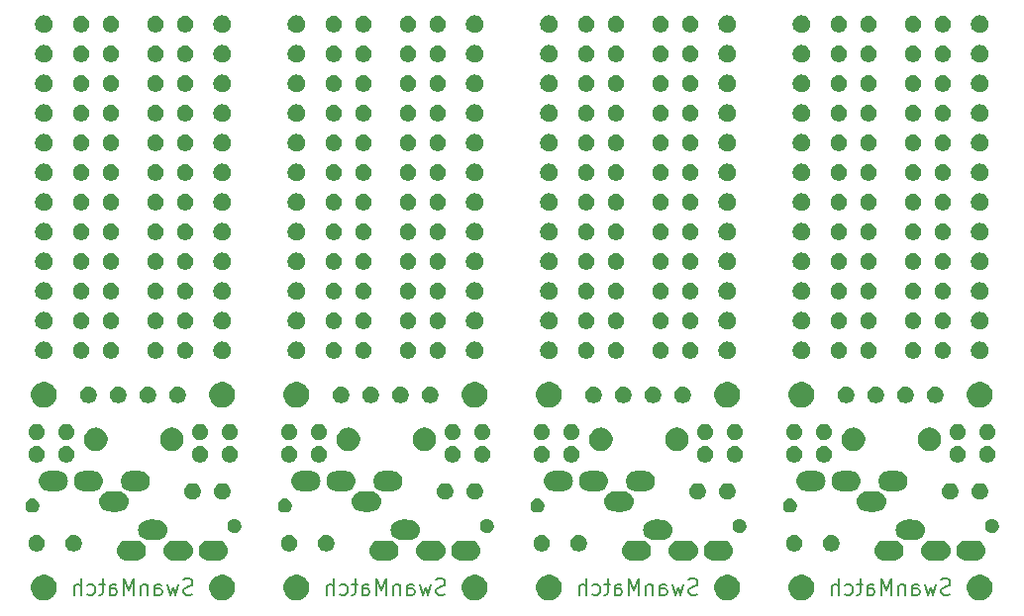
<source format=gbs>
G04 #@! TF.GenerationSoftware,KiCad,Pcbnew,5.0.2-bee76a0~70~ubuntu18.04.1*
G04 #@! TF.CreationDate,2018-12-26T23:24:09+09:00*
G04 #@! TF.ProjectId,MxLEDBit (___),4d784c45-4442-4697-9420-28b3d4fc292e,1*
G04 #@! TF.SameCoordinates,Original*
G04 #@! TF.FileFunction,Soldermask,Bot*
G04 #@! TF.FilePolarity,Negative*
%FSLAX46Y46*%
G04 Gerber Fmt 4.6, Leading zero omitted, Abs format (unit mm)*
G04 Created by KiCad (PCBNEW 5.0.2-bee76a0~70~ubuntu18.04.1) date 2018年12月26日 23時24分09秒*
%MOMM*%
%LPD*%
G01*
G04 APERTURE LIST*
%ADD10C,0.200000*%
%ADD11C,0.150000*%
G04 APERTURE END LIST*
D10*
X170811190Y-97721666D02*
X170625476Y-97788333D01*
X170315952Y-97788333D01*
X170192142Y-97721666D01*
X170130238Y-97655000D01*
X170068333Y-97521666D01*
X170068333Y-97388333D01*
X170130238Y-97255000D01*
X170192142Y-97188333D01*
X170315952Y-97121666D01*
X170563571Y-97055000D01*
X170687380Y-96988333D01*
X170749285Y-96921666D01*
X170811190Y-96788333D01*
X170811190Y-96655000D01*
X170749285Y-96521666D01*
X170687380Y-96455000D01*
X170563571Y-96388333D01*
X170254047Y-96388333D01*
X170068333Y-96455000D01*
X169635000Y-96855000D02*
X169387380Y-97788333D01*
X169139761Y-97121666D01*
X168892142Y-97788333D01*
X168644523Y-96855000D01*
X167592142Y-97788333D02*
X167592142Y-97055000D01*
X167654047Y-96921666D01*
X167777857Y-96855000D01*
X168025476Y-96855000D01*
X168149285Y-96921666D01*
X167592142Y-97721666D02*
X167715952Y-97788333D01*
X168025476Y-97788333D01*
X168149285Y-97721666D01*
X168211190Y-97588333D01*
X168211190Y-97455000D01*
X168149285Y-97321666D01*
X168025476Y-97255000D01*
X167715952Y-97255000D01*
X167592142Y-97188333D01*
X166973095Y-96855000D02*
X166973095Y-97788333D01*
X166973095Y-96988333D02*
X166911190Y-96921666D01*
X166787380Y-96855000D01*
X166601666Y-96855000D01*
X166477857Y-96921666D01*
X166415952Y-97055000D01*
X166415952Y-97788333D01*
X165796904Y-97788333D02*
X165796904Y-96388333D01*
X165363571Y-97388333D01*
X164930238Y-96388333D01*
X164930238Y-97788333D01*
X163754047Y-97788333D02*
X163754047Y-97055000D01*
X163815952Y-96921666D01*
X163939761Y-96855000D01*
X164187380Y-96855000D01*
X164311190Y-96921666D01*
X163754047Y-97721666D02*
X163877857Y-97788333D01*
X164187380Y-97788333D01*
X164311190Y-97721666D01*
X164373095Y-97588333D01*
X164373095Y-97455000D01*
X164311190Y-97321666D01*
X164187380Y-97255000D01*
X163877857Y-97255000D01*
X163754047Y-97188333D01*
X163320714Y-96855000D02*
X162825476Y-96855000D01*
X163135000Y-96388333D02*
X163135000Y-97588333D01*
X163073095Y-97721666D01*
X162949285Y-97788333D01*
X162825476Y-97788333D01*
X161835000Y-97721666D02*
X161958809Y-97788333D01*
X162206428Y-97788333D01*
X162330238Y-97721666D01*
X162392142Y-97655000D01*
X162454047Y-97521666D01*
X162454047Y-97121666D01*
X162392142Y-96988333D01*
X162330238Y-96921666D01*
X162206428Y-96855000D01*
X161958809Y-96855000D01*
X161835000Y-96921666D01*
X161277857Y-97788333D02*
X161277857Y-96388333D01*
X160720714Y-97788333D02*
X160720714Y-97055000D01*
X160782619Y-96921666D01*
X160906428Y-96855000D01*
X161092142Y-96855000D01*
X161215952Y-96921666D01*
X161277857Y-96988333D01*
X149221190Y-97721666D02*
X149035476Y-97788333D01*
X148725952Y-97788333D01*
X148602142Y-97721666D01*
X148540238Y-97655000D01*
X148478333Y-97521666D01*
X148478333Y-97388333D01*
X148540238Y-97255000D01*
X148602142Y-97188333D01*
X148725952Y-97121666D01*
X148973571Y-97055000D01*
X149097380Y-96988333D01*
X149159285Y-96921666D01*
X149221190Y-96788333D01*
X149221190Y-96655000D01*
X149159285Y-96521666D01*
X149097380Y-96455000D01*
X148973571Y-96388333D01*
X148664047Y-96388333D01*
X148478333Y-96455000D01*
X148045000Y-96855000D02*
X147797380Y-97788333D01*
X147549761Y-97121666D01*
X147302142Y-97788333D01*
X147054523Y-96855000D01*
X146002142Y-97788333D02*
X146002142Y-97055000D01*
X146064047Y-96921666D01*
X146187857Y-96855000D01*
X146435476Y-96855000D01*
X146559285Y-96921666D01*
X146002142Y-97721666D02*
X146125952Y-97788333D01*
X146435476Y-97788333D01*
X146559285Y-97721666D01*
X146621190Y-97588333D01*
X146621190Y-97455000D01*
X146559285Y-97321666D01*
X146435476Y-97255000D01*
X146125952Y-97255000D01*
X146002142Y-97188333D01*
X145383095Y-96855000D02*
X145383095Y-97788333D01*
X145383095Y-96988333D02*
X145321190Y-96921666D01*
X145197380Y-96855000D01*
X145011666Y-96855000D01*
X144887857Y-96921666D01*
X144825952Y-97055000D01*
X144825952Y-97788333D01*
X144206904Y-97788333D02*
X144206904Y-96388333D01*
X143773571Y-97388333D01*
X143340238Y-96388333D01*
X143340238Y-97788333D01*
X142164047Y-97788333D02*
X142164047Y-97055000D01*
X142225952Y-96921666D01*
X142349761Y-96855000D01*
X142597380Y-96855000D01*
X142721190Y-96921666D01*
X142164047Y-97721666D02*
X142287857Y-97788333D01*
X142597380Y-97788333D01*
X142721190Y-97721666D01*
X142783095Y-97588333D01*
X142783095Y-97455000D01*
X142721190Y-97321666D01*
X142597380Y-97255000D01*
X142287857Y-97255000D01*
X142164047Y-97188333D01*
X141730714Y-96855000D02*
X141235476Y-96855000D01*
X141545000Y-96388333D02*
X141545000Y-97588333D01*
X141483095Y-97721666D01*
X141359285Y-97788333D01*
X141235476Y-97788333D01*
X140245000Y-97721666D02*
X140368809Y-97788333D01*
X140616428Y-97788333D01*
X140740238Y-97721666D01*
X140802142Y-97655000D01*
X140864047Y-97521666D01*
X140864047Y-97121666D01*
X140802142Y-96988333D01*
X140740238Y-96921666D01*
X140616428Y-96855000D01*
X140368809Y-96855000D01*
X140245000Y-96921666D01*
X139687857Y-97788333D02*
X139687857Y-96388333D01*
X139130714Y-97788333D02*
X139130714Y-97055000D01*
X139192619Y-96921666D01*
X139316428Y-96855000D01*
X139502142Y-96855000D01*
X139625952Y-96921666D01*
X139687857Y-96988333D01*
X127631190Y-97721666D02*
X127445476Y-97788333D01*
X127135952Y-97788333D01*
X127012142Y-97721666D01*
X126950238Y-97655000D01*
X126888333Y-97521666D01*
X126888333Y-97388333D01*
X126950238Y-97255000D01*
X127012142Y-97188333D01*
X127135952Y-97121666D01*
X127383571Y-97055000D01*
X127507380Y-96988333D01*
X127569285Y-96921666D01*
X127631190Y-96788333D01*
X127631190Y-96655000D01*
X127569285Y-96521666D01*
X127507380Y-96455000D01*
X127383571Y-96388333D01*
X127074047Y-96388333D01*
X126888333Y-96455000D01*
X126455000Y-96855000D02*
X126207380Y-97788333D01*
X125959761Y-97121666D01*
X125712142Y-97788333D01*
X125464523Y-96855000D01*
X124412142Y-97788333D02*
X124412142Y-97055000D01*
X124474047Y-96921666D01*
X124597857Y-96855000D01*
X124845476Y-96855000D01*
X124969285Y-96921666D01*
X124412142Y-97721666D02*
X124535952Y-97788333D01*
X124845476Y-97788333D01*
X124969285Y-97721666D01*
X125031190Y-97588333D01*
X125031190Y-97455000D01*
X124969285Y-97321666D01*
X124845476Y-97255000D01*
X124535952Y-97255000D01*
X124412142Y-97188333D01*
X123793095Y-96855000D02*
X123793095Y-97788333D01*
X123793095Y-96988333D02*
X123731190Y-96921666D01*
X123607380Y-96855000D01*
X123421666Y-96855000D01*
X123297857Y-96921666D01*
X123235952Y-97055000D01*
X123235952Y-97788333D01*
X122616904Y-97788333D02*
X122616904Y-96388333D01*
X122183571Y-97388333D01*
X121750238Y-96388333D01*
X121750238Y-97788333D01*
X120574047Y-97788333D02*
X120574047Y-97055000D01*
X120635952Y-96921666D01*
X120759761Y-96855000D01*
X121007380Y-96855000D01*
X121131190Y-96921666D01*
X120574047Y-97721666D02*
X120697857Y-97788333D01*
X121007380Y-97788333D01*
X121131190Y-97721666D01*
X121193095Y-97588333D01*
X121193095Y-97455000D01*
X121131190Y-97321666D01*
X121007380Y-97255000D01*
X120697857Y-97255000D01*
X120574047Y-97188333D01*
X120140714Y-96855000D02*
X119645476Y-96855000D01*
X119955000Y-96388333D02*
X119955000Y-97588333D01*
X119893095Y-97721666D01*
X119769285Y-97788333D01*
X119645476Y-97788333D01*
X118655000Y-97721666D02*
X118778809Y-97788333D01*
X119026428Y-97788333D01*
X119150238Y-97721666D01*
X119212142Y-97655000D01*
X119274047Y-97521666D01*
X119274047Y-97121666D01*
X119212142Y-96988333D01*
X119150238Y-96921666D01*
X119026428Y-96855000D01*
X118778809Y-96855000D01*
X118655000Y-96921666D01*
X118097857Y-97788333D02*
X118097857Y-96388333D01*
X117540714Y-97788333D02*
X117540714Y-97055000D01*
X117602619Y-96921666D01*
X117726428Y-96855000D01*
X117912142Y-96855000D01*
X118035952Y-96921666D01*
X118097857Y-96988333D01*
X106041190Y-97721666D02*
X105855476Y-97788333D01*
X105545952Y-97788333D01*
X105422142Y-97721666D01*
X105360238Y-97655000D01*
X105298333Y-97521666D01*
X105298333Y-97388333D01*
X105360238Y-97255000D01*
X105422142Y-97188333D01*
X105545952Y-97121666D01*
X105793571Y-97055000D01*
X105917380Y-96988333D01*
X105979285Y-96921666D01*
X106041190Y-96788333D01*
X106041190Y-96655000D01*
X105979285Y-96521666D01*
X105917380Y-96455000D01*
X105793571Y-96388333D01*
X105484047Y-96388333D01*
X105298333Y-96455000D01*
X104865000Y-96855000D02*
X104617380Y-97788333D01*
X104369761Y-97121666D01*
X104122142Y-97788333D01*
X103874523Y-96855000D01*
X102822142Y-97788333D02*
X102822142Y-97055000D01*
X102884047Y-96921666D01*
X103007857Y-96855000D01*
X103255476Y-96855000D01*
X103379285Y-96921666D01*
X102822142Y-97721666D02*
X102945952Y-97788333D01*
X103255476Y-97788333D01*
X103379285Y-97721666D01*
X103441190Y-97588333D01*
X103441190Y-97455000D01*
X103379285Y-97321666D01*
X103255476Y-97255000D01*
X102945952Y-97255000D01*
X102822142Y-97188333D01*
X102203095Y-96855000D02*
X102203095Y-97788333D01*
X102203095Y-96988333D02*
X102141190Y-96921666D01*
X102017380Y-96855000D01*
X101831666Y-96855000D01*
X101707857Y-96921666D01*
X101645952Y-97055000D01*
X101645952Y-97788333D01*
X101026904Y-97788333D02*
X101026904Y-96388333D01*
X100593571Y-97388333D01*
X100160238Y-96388333D01*
X100160238Y-97788333D01*
X98984047Y-97788333D02*
X98984047Y-97055000D01*
X99045952Y-96921666D01*
X99169761Y-96855000D01*
X99417380Y-96855000D01*
X99541190Y-96921666D01*
X98984047Y-97721666D02*
X99107857Y-97788333D01*
X99417380Y-97788333D01*
X99541190Y-97721666D01*
X99603095Y-97588333D01*
X99603095Y-97455000D01*
X99541190Y-97321666D01*
X99417380Y-97255000D01*
X99107857Y-97255000D01*
X98984047Y-97188333D01*
X98550714Y-96855000D02*
X98055476Y-96855000D01*
X98365000Y-96388333D02*
X98365000Y-97588333D01*
X98303095Y-97721666D01*
X98179285Y-97788333D01*
X98055476Y-97788333D01*
X97065000Y-97721666D02*
X97188809Y-97788333D01*
X97436428Y-97788333D01*
X97560238Y-97721666D01*
X97622142Y-97655000D01*
X97684047Y-97521666D01*
X97684047Y-97121666D01*
X97622142Y-96988333D01*
X97560238Y-96921666D01*
X97436428Y-96855000D01*
X97188809Y-96855000D01*
X97065000Y-96921666D01*
X96507857Y-97788333D02*
X96507857Y-96388333D01*
X95950714Y-97788333D02*
X95950714Y-97055000D01*
X96012619Y-96921666D01*
X96136428Y-96855000D01*
X96322142Y-96855000D01*
X96445952Y-96921666D01*
X96507857Y-96988333D01*
D11*
G36*
X93665857Y-96097272D02*
X93866042Y-96180191D01*
X94046213Y-96300578D01*
X94199422Y-96453787D01*
X94319809Y-96633958D01*
X94402728Y-96834143D01*
X94445000Y-97046658D01*
X94445000Y-97263342D01*
X94402728Y-97475857D01*
X94319809Y-97676042D01*
X94199422Y-97856213D01*
X94046213Y-98009422D01*
X93866042Y-98129809D01*
X93665857Y-98212728D01*
X93453342Y-98255000D01*
X93236658Y-98255000D01*
X93024143Y-98212728D01*
X92823958Y-98129809D01*
X92643787Y-98009422D01*
X92490578Y-97856213D01*
X92370191Y-97676042D01*
X92287272Y-97475857D01*
X92245000Y-97263342D01*
X92245000Y-97046658D01*
X92287272Y-96834143D01*
X92370191Y-96633958D01*
X92490578Y-96453787D01*
X92643787Y-96300578D01*
X92823958Y-96180191D01*
X93024143Y-96097272D01*
X93236658Y-96055000D01*
X93453342Y-96055000D01*
X93665857Y-96097272D01*
X93665857Y-96097272D01*
G37*
G36*
X108905857Y-96097272D02*
X109106042Y-96180191D01*
X109286213Y-96300578D01*
X109439422Y-96453787D01*
X109559809Y-96633958D01*
X109642728Y-96834143D01*
X109685000Y-97046658D01*
X109685000Y-97263342D01*
X109642728Y-97475857D01*
X109559809Y-97676042D01*
X109439422Y-97856213D01*
X109286213Y-98009422D01*
X109106042Y-98129809D01*
X108905857Y-98212728D01*
X108693342Y-98255000D01*
X108476658Y-98255000D01*
X108264143Y-98212728D01*
X108063958Y-98129809D01*
X107883787Y-98009422D01*
X107730578Y-97856213D01*
X107610191Y-97676042D01*
X107527272Y-97475857D01*
X107485000Y-97263342D01*
X107485000Y-97046658D01*
X107527272Y-96834143D01*
X107610191Y-96633958D01*
X107730578Y-96453787D01*
X107883787Y-96300578D01*
X108063958Y-96180191D01*
X108264143Y-96097272D01*
X108476658Y-96055000D01*
X108693342Y-96055000D01*
X108905857Y-96097272D01*
X108905857Y-96097272D01*
G37*
G36*
X173675857Y-96097272D02*
X173876042Y-96180191D01*
X174056213Y-96300578D01*
X174209422Y-96453787D01*
X174329809Y-96633958D01*
X174412728Y-96834143D01*
X174455000Y-97046658D01*
X174455000Y-97263342D01*
X174412728Y-97475857D01*
X174329809Y-97676042D01*
X174209422Y-97856213D01*
X174056213Y-98009422D01*
X173876042Y-98129809D01*
X173675857Y-98212728D01*
X173463342Y-98255000D01*
X173246658Y-98255000D01*
X173034143Y-98212728D01*
X172833958Y-98129809D01*
X172653787Y-98009422D01*
X172500578Y-97856213D01*
X172380191Y-97676042D01*
X172297272Y-97475857D01*
X172255000Y-97263342D01*
X172255000Y-97046658D01*
X172297272Y-96834143D01*
X172380191Y-96633958D01*
X172500578Y-96453787D01*
X172653787Y-96300578D01*
X172833958Y-96180191D01*
X173034143Y-96097272D01*
X173246658Y-96055000D01*
X173463342Y-96055000D01*
X173675857Y-96097272D01*
X173675857Y-96097272D01*
G37*
G36*
X115255857Y-96097272D02*
X115456042Y-96180191D01*
X115636213Y-96300578D01*
X115789422Y-96453787D01*
X115909809Y-96633958D01*
X115992728Y-96834143D01*
X116035000Y-97046658D01*
X116035000Y-97263342D01*
X115992728Y-97475857D01*
X115909809Y-97676042D01*
X115789422Y-97856213D01*
X115636213Y-98009422D01*
X115456042Y-98129809D01*
X115255857Y-98212728D01*
X115043342Y-98255000D01*
X114826658Y-98255000D01*
X114614143Y-98212728D01*
X114413958Y-98129809D01*
X114233787Y-98009422D01*
X114080578Y-97856213D01*
X113960191Y-97676042D01*
X113877272Y-97475857D01*
X113835000Y-97263342D01*
X113835000Y-97046658D01*
X113877272Y-96834143D01*
X113960191Y-96633958D01*
X114080578Y-96453787D01*
X114233787Y-96300578D01*
X114413958Y-96180191D01*
X114614143Y-96097272D01*
X114826658Y-96055000D01*
X115043342Y-96055000D01*
X115255857Y-96097272D01*
X115255857Y-96097272D01*
G37*
G36*
X136845857Y-96097272D02*
X137046042Y-96180191D01*
X137226213Y-96300578D01*
X137379422Y-96453787D01*
X137499809Y-96633958D01*
X137582728Y-96834143D01*
X137625000Y-97046658D01*
X137625000Y-97263342D01*
X137582728Y-97475857D01*
X137499809Y-97676042D01*
X137379422Y-97856213D01*
X137226213Y-98009422D01*
X137046042Y-98129809D01*
X136845857Y-98212728D01*
X136633342Y-98255000D01*
X136416658Y-98255000D01*
X136204143Y-98212728D01*
X136003958Y-98129809D01*
X135823787Y-98009422D01*
X135670578Y-97856213D01*
X135550191Y-97676042D01*
X135467272Y-97475857D01*
X135425000Y-97263342D01*
X135425000Y-97046658D01*
X135467272Y-96834143D01*
X135550191Y-96633958D01*
X135670578Y-96453787D01*
X135823787Y-96300578D01*
X136003958Y-96180191D01*
X136204143Y-96097272D01*
X136416658Y-96055000D01*
X136633342Y-96055000D01*
X136845857Y-96097272D01*
X136845857Y-96097272D01*
G37*
G36*
X130495857Y-96097272D02*
X130696042Y-96180191D01*
X130876213Y-96300578D01*
X131029422Y-96453787D01*
X131149809Y-96633958D01*
X131232728Y-96834143D01*
X131275000Y-97046658D01*
X131275000Y-97263342D01*
X131232728Y-97475857D01*
X131149809Y-97676042D01*
X131029422Y-97856213D01*
X130876213Y-98009422D01*
X130696042Y-98129809D01*
X130495857Y-98212728D01*
X130283342Y-98255000D01*
X130066658Y-98255000D01*
X129854143Y-98212728D01*
X129653958Y-98129809D01*
X129473787Y-98009422D01*
X129320578Y-97856213D01*
X129200191Y-97676042D01*
X129117272Y-97475857D01*
X129075000Y-97263342D01*
X129075000Y-97046658D01*
X129117272Y-96834143D01*
X129200191Y-96633958D01*
X129320578Y-96453787D01*
X129473787Y-96300578D01*
X129653958Y-96180191D01*
X129854143Y-96097272D01*
X130066658Y-96055000D01*
X130283342Y-96055000D01*
X130495857Y-96097272D01*
X130495857Y-96097272D01*
G37*
G36*
X152085857Y-96097272D02*
X152286042Y-96180191D01*
X152466213Y-96300578D01*
X152619422Y-96453787D01*
X152739809Y-96633958D01*
X152822728Y-96834143D01*
X152865000Y-97046658D01*
X152865000Y-97263342D01*
X152822728Y-97475857D01*
X152739809Y-97676042D01*
X152619422Y-97856213D01*
X152466213Y-98009422D01*
X152286042Y-98129809D01*
X152085857Y-98212728D01*
X151873342Y-98255000D01*
X151656658Y-98255000D01*
X151444143Y-98212728D01*
X151243958Y-98129809D01*
X151063787Y-98009422D01*
X150910578Y-97856213D01*
X150790191Y-97676042D01*
X150707272Y-97475857D01*
X150665000Y-97263342D01*
X150665000Y-97046658D01*
X150707272Y-96834143D01*
X150790191Y-96633958D01*
X150910578Y-96453787D01*
X151063787Y-96300578D01*
X151243958Y-96180191D01*
X151444143Y-96097272D01*
X151656658Y-96055000D01*
X151873342Y-96055000D01*
X152085857Y-96097272D01*
X152085857Y-96097272D01*
G37*
G36*
X158435857Y-96097272D02*
X158636042Y-96180191D01*
X158816213Y-96300578D01*
X158969422Y-96453787D01*
X159089809Y-96633958D01*
X159172728Y-96834143D01*
X159215000Y-97046658D01*
X159215000Y-97263342D01*
X159172728Y-97475857D01*
X159089809Y-97676042D01*
X158969422Y-97856213D01*
X158816213Y-98009422D01*
X158636042Y-98129809D01*
X158435857Y-98212728D01*
X158223342Y-98255000D01*
X158006658Y-98255000D01*
X157794143Y-98212728D01*
X157593958Y-98129809D01*
X157413787Y-98009422D01*
X157260578Y-97856213D01*
X157140191Y-97676042D01*
X157057272Y-97475857D01*
X157015000Y-97263342D01*
X157015000Y-97046658D01*
X157057272Y-96834143D01*
X157140191Y-96633958D01*
X157260578Y-96453787D01*
X157413787Y-96300578D01*
X157593958Y-96180191D01*
X157794143Y-96097272D01*
X158006658Y-96055000D01*
X158223342Y-96055000D01*
X158435857Y-96097272D01*
X158435857Y-96097272D01*
G37*
G36*
X105391630Y-93142299D02*
X105551855Y-93190903D01*
X105699520Y-93269831D01*
X105828949Y-93376051D01*
X105935169Y-93505480D01*
X106014097Y-93653145D01*
X106062701Y-93813370D01*
X106079112Y-93980000D01*
X106062701Y-94146630D01*
X106014097Y-94306855D01*
X105935169Y-94454520D01*
X105828949Y-94583949D01*
X105699520Y-94690169D01*
X105551855Y-94769097D01*
X105391630Y-94817701D01*
X105266752Y-94830000D01*
X104383248Y-94830000D01*
X104258370Y-94817701D01*
X104098145Y-94769097D01*
X103950480Y-94690169D01*
X103821051Y-94583949D01*
X103714831Y-94454520D01*
X103635903Y-94306855D01*
X103587299Y-94146630D01*
X103570888Y-93980000D01*
X103587299Y-93813370D01*
X103635903Y-93653145D01*
X103714831Y-93505480D01*
X103821051Y-93376051D01*
X103950480Y-93269831D01*
X104098145Y-93190903D01*
X104258370Y-93142299D01*
X104383248Y-93130000D01*
X105266752Y-93130000D01*
X105391630Y-93142299D01*
X105391630Y-93142299D01*
G37*
G36*
X148571630Y-93142299D02*
X148731855Y-93190903D01*
X148879520Y-93269831D01*
X149008949Y-93376051D01*
X149115169Y-93505480D01*
X149194097Y-93653145D01*
X149242701Y-93813370D01*
X149259112Y-93980000D01*
X149242701Y-94146630D01*
X149194097Y-94306855D01*
X149115169Y-94454520D01*
X149008949Y-94583949D01*
X148879520Y-94690169D01*
X148731855Y-94769097D01*
X148571630Y-94817701D01*
X148446752Y-94830000D01*
X147563248Y-94830000D01*
X147438370Y-94817701D01*
X147278145Y-94769097D01*
X147130480Y-94690169D01*
X147001051Y-94583949D01*
X146894831Y-94454520D01*
X146815903Y-94306855D01*
X146767299Y-94146630D01*
X146750888Y-93980000D01*
X146767299Y-93813370D01*
X146815903Y-93653145D01*
X146894831Y-93505480D01*
X147001051Y-93376051D01*
X147130480Y-93269831D01*
X147278145Y-93190903D01*
X147438370Y-93142299D01*
X147563248Y-93130000D01*
X148446752Y-93130000D01*
X148571630Y-93142299D01*
X148571630Y-93142299D01*
G37*
G36*
X173161630Y-93142299D02*
X173321855Y-93190903D01*
X173469520Y-93269831D01*
X173598949Y-93376051D01*
X173705169Y-93505480D01*
X173784097Y-93653145D01*
X173832701Y-93813370D01*
X173849112Y-93980000D01*
X173832701Y-94146630D01*
X173784097Y-94306855D01*
X173705169Y-94454520D01*
X173598949Y-94583949D01*
X173469520Y-94690169D01*
X173321855Y-94769097D01*
X173161630Y-94817701D01*
X173036752Y-94830000D01*
X172153248Y-94830000D01*
X172028370Y-94817701D01*
X171868145Y-94769097D01*
X171720480Y-94690169D01*
X171591051Y-94583949D01*
X171484831Y-94454520D01*
X171405903Y-94306855D01*
X171357299Y-94146630D01*
X171340888Y-93980000D01*
X171357299Y-93813370D01*
X171405903Y-93653145D01*
X171484831Y-93505480D01*
X171591051Y-93376051D01*
X171720480Y-93269831D01*
X171868145Y-93190903D01*
X172028370Y-93142299D01*
X172153248Y-93130000D01*
X173036752Y-93130000D01*
X173161630Y-93142299D01*
X173161630Y-93142299D01*
G37*
G36*
X170161630Y-93142299D02*
X170321855Y-93190903D01*
X170469520Y-93269831D01*
X170598949Y-93376051D01*
X170705169Y-93505480D01*
X170784097Y-93653145D01*
X170832701Y-93813370D01*
X170849112Y-93980000D01*
X170832701Y-94146630D01*
X170784097Y-94306855D01*
X170705169Y-94454520D01*
X170598949Y-94583949D01*
X170469520Y-94690169D01*
X170321855Y-94769097D01*
X170161630Y-94817701D01*
X170036752Y-94830000D01*
X169153248Y-94830000D01*
X169028370Y-94817701D01*
X168868145Y-94769097D01*
X168720480Y-94690169D01*
X168591051Y-94583949D01*
X168484831Y-94454520D01*
X168405903Y-94306855D01*
X168357299Y-94146630D01*
X168340888Y-93980000D01*
X168357299Y-93813370D01*
X168405903Y-93653145D01*
X168484831Y-93505480D01*
X168591051Y-93376051D01*
X168720480Y-93269831D01*
X168868145Y-93190903D01*
X169028370Y-93142299D01*
X169153248Y-93130000D01*
X170036752Y-93130000D01*
X170161630Y-93142299D01*
X170161630Y-93142299D01*
G37*
G36*
X108391630Y-93142299D02*
X108551855Y-93190903D01*
X108699520Y-93269831D01*
X108828949Y-93376051D01*
X108935169Y-93505480D01*
X109014097Y-93653145D01*
X109062701Y-93813370D01*
X109079112Y-93980000D01*
X109062701Y-94146630D01*
X109014097Y-94306855D01*
X108935169Y-94454520D01*
X108828949Y-94583949D01*
X108699520Y-94690169D01*
X108551855Y-94769097D01*
X108391630Y-94817701D01*
X108266752Y-94830000D01*
X107383248Y-94830000D01*
X107258370Y-94817701D01*
X107098145Y-94769097D01*
X106950480Y-94690169D01*
X106821051Y-94583949D01*
X106714831Y-94454520D01*
X106635903Y-94306855D01*
X106587299Y-94146630D01*
X106570888Y-93980000D01*
X106587299Y-93813370D01*
X106635903Y-93653145D01*
X106714831Y-93505480D01*
X106821051Y-93376051D01*
X106950480Y-93269831D01*
X107098145Y-93190903D01*
X107258370Y-93142299D01*
X107383248Y-93130000D01*
X108266752Y-93130000D01*
X108391630Y-93142299D01*
X108391630Y-93142299D01*
G37*
G36*
X101391630Y-93142299D02*
X101551855Y-93190903D01*
X101699520Y-93269831D01*
X101828949Y-93376051D01*
X101935169Y-93505480D01*
X102014097Y-93653145D01*
X102062701Y-93813370D01*
X102079112Y-93980000D01*
X102062701Y-94146630D01*
X102014097Y-94306855D01*
X101935169Y-94454520D01*
X101828949Y-94583949D01*
X101699520Y-94690169D01*
X101551855Y-94769097D01*
X101391630Y-94817701D01*
X101266752Y-94830000D01*
X100383248Y-94830000D01*
X100258370Y-94817701D01*
X100098145Y-94769097D01*
X99950480Y-94690169D01*
X99821051Y-94583949D01*
X99714831Y-94454520D01*
X99635903Y-94306855D01*
X99587299Y-94146630D01*
X99570888Y-93980000D01*
X99587299Y-93813370D01*
X99635903Y-93653145D01*
X99714831Y-93505480D01*
X99821051Y-93376051D01*
X99950480Y-93269831D01*
X100098145Y-93190903D01*
X100258370Y-93142299D01*
X100383248Y-93130000D01*
X101266752Y-93130000D01*
X101391630Y-93142299D01*
X101391630Y-93142299D01*
G37*
G36*
X144571630Y-93142299D02*
X144731855Y-93190903D01*
X144879520Y-93269831D01*
X145008949Y-93376051D01*
X145115169Y-93505480D01*
X145194097Y-93653145D01*
X145242701Y-93813370D01*
X145259112Y-93980000D01*
X145242701Y-94146630D01*
X145194097Y-94306855D01*
X145115169Y-94454520D01*
X145008949Y-94583949D01*
X144879520Y-94690169D01*
X144731855Y-94769097D01*
X144571630Y-94817701D01*
X144446752Y-94830000D01*
X143563248Y-94830000D01*
X143438370Y-94817701D01*
X143278145Y-94769097D01*
X143130480Y-94690169D01*
X143001051Y-94583949D01*
X142894831Y-94454520D01*
X142815903Y-94306855D01*
X142767299Y-94146630D01*
X142750888Y-93980000D01*
X142767299Y-93813370D01*
X142815903Y-93653145D01*
X142894831Y-93505480D01*
X143001051Y-93376051D01*
X143130480Y-93269831D01*
X143278145Y-93190903D01*
X143438370Y-93142299D01*
X143563248Y-93130000D01*
X144446752Y-93130000D01*
X144571630Y-93142299D01*
X144571630Y-93142299D01*
G37*
G36*
X129981630Y-93142299D02*
X130141855Y-93190903D01*
X130289520Y-93269831D01*
X130418949Y-93376051D01*
X130525169Y-93505480D01*
X130604097Y-93653145D01*
X130652701Y-93813370D01*
X130669112Y-93980000D01*
X130652701Y-94146630D01*
X130604097Y-94306855D01*
X130525169Y-94454520D01*
X130418949Y-94583949D01*
X130289520Y-94690169D01*
X130141855Y-94769097D01*
X129981630Y-94817701D01*
X129856752Y-94830000D01*
X128973248Y-94830000D01*
X128848370Y-94817701D01*
X128688145Y-94769097D01*
X128540480Y-94690169D01*
X128411051Y-94583949D01*
X128304831Y-94454520D01*
X128225903Y-94306855D01*
X128177299Y-94146630D01*
X128160888Y-93980000D01*
X128177299Y-93813370D01*
X128225903Y-93653145D01*
X128304831Y-93505480D01*
X128411051Y-93376051D01*
X128540480Y-93269831D01*
X128688145Y-93190903D01*
X128848370Y-93142299D01*
X128973248Y-93130000D01*
X129856752Y-93130000D01*
X129981630Y-93142299D01*
X129981630Y-93142299D01*
G37*
G36*
X126981630Y-93142299D02*
X127141855Y-93190903D01*
X127289520Y-93269831D01*
X127418949Y-93376051D01*
X127525169Y-93505480D01*
X127604097Y-93653145D01*
X127652701Y-93813370D01*
X127669112Y-93980000D01*
X127652701Y-94146630D01*
X127604097Y-94306855D01*
X127525169Y-94454520D01*
X127418949Y-94583949D01*
X127289520Y-94690169D01*
X127141855Y-94769097D01*
X126981630Y-94817701D01*
X126856752Y-94830000D01*
X125973248Y-94830000D01*
X125848370Y-94817701D01*
X125688145Y-94769097D01*
X125540480Y-94690169D01*
X125411051Y-94583949D01*
X125304831Y-94454520D01*
X125225903Y-94306855D01*
X125177299Y-94146630D01*
X125160888Y-93980000D01*
X125177299Y-93813370D01*
X125225903Y-93653145D01*
X125304831Y-93505480D01*
X125411051Y-93376051D01*
X125540480Y-93269831D01*
X125688145Y-93190903D01*
X125848370Y-93142299D01*
X125973248Y-93130000D01*
X126856752Y-93130000D01*
X126981630Y-93142299D01*
X126981630Y-93142299D01*
G37*
G36*
X122981630Y-93142299D02*
X123141855Y-93190903D01*
X123289520Y-93269831D01*
X123418949Y-93376051D01*
X123525169Y-93505480D01*
X123604097Y-93653145D01*
X123652701Y-93813370D01*
X123669112Y-93980000D01*
X123652701Y-94146630D01*
X123604097Y-94306855D01*
X123525169Y-94454520D01*
X123418949Y-94583949D01*
X123289520Y-94690169D01*
X123141855Y-94769097D01*
X122981630Y-94817701D01*
X122856752Y-94830000D01*
X121973248Y-94830000D01*
X121848370Y-94817701D01*
X121688145Y-94769097D01*
X121540480Y-94690169D01*
X121411051Y-94583949D01*
X121304831Y-94454520D01*
X121225903Y-94306855D01*
X121177299Y-94146630D01*
X121160888Y-93980000D01*
X121177299Y-93813370D01*
X121225903Y-93653145D01*
X121304831Y-93505480D01*
X121411051Y-93376051D01*
X121540480Y-93269831D01*
X121688145Y-93190903D01*
X121848370Y-93142299D01*
X121973248Y-93130000D01*
X122856752Y-93130000D01*
X122981630Y-93142299D01*
X122981630Y-93142299D01*
G37*
G36*
X151571630Y-93142299D02*
X151731855Y-93190903D01*
X151879520Y-93269831D01*
X152008949Y-93376051D01*
X152115169Y-93505480D01*
X152194097Y-93653145D01*
X152242701Y-93813370D01*
X152259112Y-93980000D01*
X152242701Y-94146630D01*
X152194097Y-94306855D01*
X152115169Y-94454520D01*
X152008949Y-94583949D01*
X151879520Y-94690169D01*
X151731855Y-94769097D01*
X151571630Y-94817701D01*
X151446752Y-94830000D01*
X150563248Y-94830000D01*
X150438370Y-94817701D01*
X150278145Y-94769097D01*
X150130480Y-94690169D01*
X150001051Y-94583949D01*
X149894831Y-94454520D01*
X149815903Y-94306855D01*
X149767299Y-94146630D01*
X149750888Y-93980000D01*
X149767299Y-93813370D01*
X149815903Y-93653145D01*
X149894831Y-93505480D01*
X150001051Y-93376051D01*
X150130480Y-93269831D01*
X150278145Y-93190903D01*
X150438370Y-93142299D01*
X150563248Y-93130000D01*
X151446752Y-93130000D01*
X151571630Y-93142299D01*
X151571630Y-93142299D01*
G37*
G36*
X166161630Y-93142299D02*
X166321855Y-93190903D01*
X166469520Y-93269831D01*
X166598949Y-93376051D01*
X166705169Y-93505480D01*
X166784097Y-93653145D01*
X166832701Y-93813370D01*
X166849112Y-93980000D01*
X166832701Y-94146630D01*
X166784097Y-94306855D01*
X166705169Y-94454520D01*
X166598949Y-94583949D01*
X166469520Y-94690169D01*
X166321855Y-94769097D01*
X166161630Y-94817701D01*
X166036752Y-94830000D01*
X165153248Y-94830000D01*
X165028370Y-94817701D01*
X164868145Y-94769097D01*
X164720480Y-94690169D01*
X164591051Y-94583949D01*
X164484831Y-94454520D01*
X164405903Y-94306855D01*
X164357299Y-94146630D01*
X164340888Y-93980000D01*
X164357299Y-93813370D01*
X164405903Y-93653145D01*
X164484831Y-93505480D01*
X164591051Y-93376051D01*
X164720480Y-93269831D01*
X164868145Y-93190903D01*
X165028370Y-93142299D01*
X165153248Y-93130000D01*
X166036752Y-93130000D01*
X166161630Y-93142299D01*
X166161630Y-93142299D01*
G37*
G36*
X157683745Y-92673342D02*
X157810863Y-92725996D01*
X157925271Y-92802441D01*
X158022559Y-92899729D01*
X158099004Y-93014137D01*
X158151658Y-93141255D01*
X158178500Y-93276202D01*
X158178500Y-93413798D01*
X158151658Y-93548745D01*
X158099004Y-93675863D01*
X158022559Y-93790271D01*
X157925271Y-93887559D01*
X157810863Y-93964004D01*
X157683745Y-94016658D01*
X157548798Y-94043500D01*
X157411202Y-94043500D01*
X157276255Y-94016658D01*
X157149137Y-93964004D01*
X157034729Y-93887559D01*
X156937441Y-93790271D01*
X156860996Y-93675863D01*
X156808342Y-93548745D01*
X156781500Y-93413798D01*
X156781500Y-93276202D01*
X156808342Y-93141255D01*
X156860996Y-93014137D01*
X156937441Y-92899729D01*
X157034729Y-92802441D01*
X157149137Y-92725996D01*
X157276255Y-92673342D01*
X157411202Y-92646500D01*
X157548798Y-92646500D01*
X157683745Y-92673342D01*
X157683745Y-92673342D01*
G37*
G36*
X160858745Y-92673342D02*
X160985863Y-92725996D01*
X161100271Y-92802441D01*
X161197559Y-92899729D01*
X161274004Y-93014137D01*
X161326658Y-93141255D01*
X161353500Y-93276202D01*
X161353500Y-93413798D01*
X161326658Y-93548745D01*
X161274004Y-93675863D01*
X161197559Y-93790271D01*
X161100271Y-93887559D01*
X160985863Y-93964004D01*
X160858745Y-94016658D01*
X160723798Y-94043500D01*
X160586202Y-94043500D01*
X160451255Y-94016658D01*
X160324137Y-93964004D01*
X160209729Y-93887559D01*
X160112441Y-93790271D01*
X160035996Y-93675863D01*
X159983342Y-93548745D01*
X159956500Y-93413798D01*
X159956500Y-93276202D01*
X159983342Y-93141255D01*
X160035996Y-93014137D01*
X160112441Y-92899729D01*
X160209729Y-92802441D01*
X160324137Y-92725996D01*
X160451255Y-92673342D01*
X160586202Y-92646500D01*
X160723798Y-92646500D01*
X160858745Y-92673342D01*
X160858745Y-92673342D01*
G37*
G36*
X92913745Y-92673342D02*
X93040863Y-92725996D01*
X93155271Y-92802441D01*
X93252559Y-92899729D01*
X93329004Y-93014137D01*
X93381658Y-93141255D01*
X93408500Y-93276202D01*
X93408500Y-93413798D01*
X93381658Y-93548745D01*
X93329004Y-93675863D01*
X93252559Y-93790271D01*
X93155271Y-93887559D01*
X93040863Y-93964004D01*
X92913745Y-94016658D01*
X92778798Y-94043500D01*
X92641202Y-94043500D01*
X92506255Y-94016658D01*
X92379137Y-93964004D01*
X92264729Y-93887559D01*
X92167441Y-93790271D01*
X92090996Y-93675863D01*
X92038342Y-93548745D01*
X92011500Y-93413798D01*
X92011500Y-93276202D01*
X92038342Y-93141255D01*
X92090996Y-93014137D01*
X92167441Y-92899729D01*
X92264729Y-92802441D01*
X92379137Y-92725996D01*
X92506255Y-92673342D01*
X92641202Y-92646500D01*
X92778798Y-92646500D01*
X92913745Y-92673342D01*
X92913745Y-92673342D01*
G37*
G36*
X96088745Y-92673342D02*
X96215863Y-92725996D01*
X96330271Y-92802441D01*
X96427559Y-92899729D01*
X96504004Y-93014137D01*
X96556658Y-93141255D01*
X96583500Y-93276202D01*
X96583500Y-93413798D01*
X96556658Y-93548745D01*
X96504004Y-93675863D01*
X96427559Y-93790271D01*
X96330271Y-93887559D01*
X96215863Y-93964004D01*
X96088745Y-94016658D01*
X95953798Y-94043500D01*
X95816202Y-94043500D01*
X95681255Y-94016658D01*
X95554137Y-93964004D01*
X95439729Y-93887559D01*
X95342441Y-93790271D01*
X95265996Y-93675863D01*
X95213342Y-93548745D01*
X95186500Y-93413798D01*
X95186500Y-93276202D01*
X95213342Y-93141255D01*
X95265996Y-93014137D01*
X95342441Y-92899729D01*
X95439729Y-92802441D01*
X95554137Y-92725996D01*
X95681255Y-92673342D01*
X95816202Y-92646500D01*
X95953798Y-92646500D01*
X96088745Y-92673342D01*
X96088745Y-92673342D01*
G37*
G36*
X139268745Y-92673342D02*
X139395863Y-92725996D01*
X139510271Y-92802441D01*
X139607559Y-92899729D01*
X139684004Y-93014137D01*
X139736658Y-93141255D01*
X139763500Y-93276202D01*
X139763500Y-93413798D01*
X139736658Y-93548745D01*
X139684004Y-93675863D01*
X139607559Y-93790271D01*
X139510271Y-93887559D01*
X139395863Y-93964004D01*
X139268745Y-94016658D01*
X139133798Y-94043500D01*
X138996202Y-94043500D01*
X138861255Y-94016658D01*
X138734137Y-93964004D01*
X138619729Y-93887559D01*
X138522441Y-93790271D01*
X138445996Y-93675863D01*
X138393342Y-93548745D01*
X138366500Y-93413798D01*
X138366500Y-93276202D01*
X138393342Y-93141255D01*
X138445996Y-93014137D01*
X138522441Y-92899729D01*
X138619729Y-92802441D01*
X138734137Y-92725996D01*
X138861255Y-92673342D01*
X138996202Y-92646500D01*
X139133798Y-92646500D01*
X139268745Y-92673342D01*
X139268745Y-92673342D01*
G37*
G36*
X136093745Y-92673342D02*
X136220863Y-92725996D01*
X136335271Y-92802441D01*
X136432559Y-92899729D01*
X136509004Y-93014137D01*
X136561658Y-93141255D01*
X136588500Y-93276202D01*
X136588500Y-93413798D01*
X136561658Y-93548745D01*
X136509004Y-93675863D01*
X136432559Y-93790271D01*
X136335271Y-93887559D01*
X136220863Y-93964004D01*
X136093745Y-94016658D01*
X135958798Y-94043500D01*
X135821202Y-94043500D01*
X135686255Y-94016658D01*
X135559137Y-93964004D01*
X135444729Y-93887559D01*
X135347441Y-93790271D01*
X135270996Y-93675863D01*
X135218342Y-93548745D01*
X135191500Y-93413798D01*
X135191500Y-93276202D01*
X135218342Y-93141255D01*
X135270996Y-93014137D01*
X135347441Y-92899729D01*
X135444729Y-92802441D01*
X135559137Y-92725996D01*
X135686255Y-92673342D01*
X135821202Y-92646500D01*
X135958798Y-92646500D01*
X136093745Y-92673342D01*
X136093745Y-92673342D01*
G37*
G36*
X114503745Y-92673342D02*
X114630863Y-92725996D01*
X114745271Y-92802441D01*
X114842559Y-92899729D01*
X114919004Y-93014137D01*
X114971658Y-93141255D01*
X114998500Y-93276202D01*
X114998500Y-93413798D01*
X114971658Y-93548745D01*
X114919004Y-93675863D01*
X114842559Y-93790271D01*
X114745271Y-93887559D01*
X114630863Y-93964004D01*
X114503745Y-94016658D01*
X114368798Y-94043500D01*
X114231202Y-94043500D01*
X114096255Y-94016658D01*
X113969137Y-93964004D01*
X113854729Y-93887559D01*
X113757441Y-93790271D01*
X113680996Y-93675863D01*
X113628342Y-93548745D01*
X113601500Y-93413798D01*
X113601500Y-93276202D01*
X113628342Y-93141255D01*
X113680996Y-93014137D01*
X113757441Y-92899729D01*
X113854729Y-92802441D01*
X113969137Y-92725996D01*
X114096255Y-92673342D01*
X114231202Y-92646500D01*
X114368798Y-92646500D01*
X114503745Y-92673342D01*
X114503745Y-92673342D01*
G37*
G36*
X117678745Y-92673342D02*
X117805863Y-92725996D01*
X117920271Y-92802441D01*
X118017559Y-92899729D01*
X118094004Y-93014137D01*
X118146658Y-93141255D01*
X118173500Y-93276202D01*
X118173500Y-93413798D01*
X118146658Y-93548745D01*
X118094004Y-93675863D01*
X118017559Y-93790271D01*
X117920271Y-93887559D01*
X117805863Y-93964004D01*
X117678745Y-94016658D01*
X117543798Y-94043500D01*
X117406202Y-94043500D01*
X117271255Y-94016658D01*
X117144137Y-93964004D01*
X117029729Y-93887559D01*
X116932441Y-93790271D01*
X116855996Y-93675863D01*
X116803342Y-93548745D01*
X116776500Y-93413798D01*
X116776500Y-93276202D01*
X116803342Y-93141255D01*
X116855996Y-93014137D01*
X116932441Y-92899729D01*
X117029729Y-92802441D01*
X117144137Y-92725996D01*
X117271255Y-92673342D01*
X117406202Y-92646500D01*
X117543798Y-92646500D01*
X117678745Y-92673342D01*
X117678745Y-92673342D01*
G37*
G36*
X167561012Y-91303057D02*
X167561015Y-91303058D01*
X167561014Y-91303058D01*
X167670207Y-91348287D01*
X167686146Y-91358937D01*
X167707751Y-91370485D01*
X167731200Y-91377598D01*
X167755587Y-91380000D01*
X167866752Y-91380000D01*
X167991630Y-91392299D01*
X168151855Y-91440903D01*
X168299520Y-91519831D01*
X168428949Y-91626051D01*
X168535169Y-91755480D01*
X168614097Y-91903145D01*
X168662701Y-92063370D01*
X168679112Y-92230000D01*
X168662701Y-92396630D01*
X168614097Y-92556855D01*
X168535169Y-92704520D01*
X168428949Y-92833949D01*
X168299520Y-92940169D01*
X168151855Y-93019097D01*
X167991630Y-93067701D01*
X167866752Y-93080000D01*
X166983248Y-93080000D01*
X166858370Y-93067701D01*
X166698145Y-93019097D01*
X166550480Y-92940169D01*
X166421051Y-92833949D01*
X166314831Y-92704520D01*
X166235903Y-92556855D01*
X166187299Y-92396630D01*
X166170888Y-92230000D01*
X166187299Y-92063370D01*
X166235903Y-91903145D01*
X166314831Y-91755480D01*
X166421051Y-91626051D01*
X166550480Y-91519831D01*
X166698145Y-91440903D01*
X166858370Y-91392299D01*
X166983248Y-91380000D01*
X167016413Y-91380000D01*
X167040799Y-91377598D01*
X167064248Y-91370485D01*
X167085854Y-91358937D01*
X167101793Y-91348287D01*
X167210986Y-91303058D01*
X167210985Y-91303058D01*
X167210988Y-91303057D01*
X167326904Y-91280000D01*
X167445096Y-91280000D01*
X167561012Y-91303057D01*
X167561012Y-91303057D01*
G37*
G36*
X124381012Y-91303057D02*
X124381015Y-91303058D01*
X124381014Y-91303058D01*
X124490207Y-91348287D01*
X124506146Y-91358937D01*
X124527751Y-91370485D01*
X124551200Y-91377598D01*
X124575587Y-91380000D01*
X124686752Y-91380000D01*
X124811630Y-91392299D01*
X124971855Y-91440903D01*
X125119520Y-91519831D01*
X125248949Y-91626051D01*
X125355169Y-91755480D01*
X125434097Y-91903145D01*
X125482701Y-92063370D01*
X125499112Y-92230000D01*
X125482701Y-92396630D01*
X125434097Y-92556855D01*
X125355169Y-92704520D01*
X125248949Y-92833949D01*
X125119520Y-92940169D01*
X124971855Y-93019097D01*
X124811630Y-93067701D01*
X124686752Y-93080000D01*
X123803248Y-93080000D01*
X123678370Y-93067701D01*
X123518145Y-93019097D01*
X123370480Y-92940169D01*
X123241051Y-92833949D01*
X123134831Y-92704520D01*
X123055903Y-92556855D01*
X123007299Y-92396630D01*
X122990888Y-92230000D01*
X123007299Y-92063370D01*
X123055903Y-91903145D01*
X123134831Y-91755480D01*
X123241051Y-91626051D01*
X123370480Y-91519831D01*
X123518145Y-91440903D01*
X123678370Y-91392299D01*
X123803248Y-91380000D01*
X123836413Y-91380000D01*
X123860799Y-91377598D01*
X123884248Y-91370485D01*
X123905854Y-91358937D01*
X123921793Y-91348287D01*
X124030986Y-91303058D01*
X124030985Y-91303058D01*
X124030988Y-91303057D01*
X124146904Y-91280000D01*
X124265096Y-91280000D01*
X124381012Y-91303057D01*
X124381012Y-91303057D01*
G37*
G36*
X145971012Y-91303057D02*
X145971015Y-91303058D01*
X145971014Y-91303058D01*
X146080207Y-91348287D01*
X146096146Y-91358937D01*
X146117751Y-91370485D01*
X146141200Y-91377598D01*
X146165587Y-91380000D01*
X146276752Y-91380000D01*
X146401630Y-91392299D01*
X146561855Y-91440903D01*
X146709520Y-91519831D01*
X146838949Y-91626051D01*
X146945169Y-91755480D01*
X147024097Y-91903145D01*
X147072701Y-92063370D01*
X147089112Y-92230000D01*
X147072701Y-92396630D01*
X147024097Y-92556855D01*
X146945169Y-92704520D01*
X146838949Y-92833949D01*
X146709520Y-92940169D01*
X146561855Y-93019097D01*
X146401630Y-93067701D01*
X146276752Y-93080000D01*
X145393248Y-93080000D01*
X145268370Y-93067701D01*
X145108145Y-93019097D01*
X144960480Y-92940169D01*
X144831051Y-92833949D01*
X144724831Y-92704520D01*
X144645903Y-92556855D01*
X144597299Y-92396630D01*
X144580888Y-92230000D01*
X144597299Y-92063370D01*
X144645903Y-91903145D01*
X144724831Y-91755480D01*
X144831051Y-91626051D01*
X144960480Y-91519831D01*
X145108145Y-91440903D01*
X145268370Y-91392299D01*
X145393248Y-91380000D01*
X145426413Y-91380000D01*
X145450799Y-91377598D01*
X145474248Y-91370485D01*
X145495854Y-91358937D01*
X145511793Y-91348287D01*
X145620986Y-91303058D01*
X145620985Y-91303058D01*
X145620988Y-91303057D01*
X145736904Y-91280000D01*
X145855096Y-91280000D01*
X145971012Y-91303057D01*
X145971012Y-91303057D01*
G37*
G36*
X102791012Y-91303057D02*
X102791015Y-91303058D01*
X102791014Y-91303058D01*
X102900207Y-91348287D01*
X102916146Y-91358937D01*
X102937751Y-91370485D01*
X102961200Y-91377598D01*
X102985587Y-91380000D01*
X103096752Y-91380000D01*
X103221630Y-91392299D01*
X103381855Y-91440903D01*
X103529520Y-91519831D01*
X103658949Y-91626051D01*
X103765169Y-91755480D01*
X103844097Y-91903145D01*
X103892701Y-92063370D01*
X103909112Y-92230000D01*
X103892701Y-92396630D01*
X103844097Y-92556855D01*
X103765169Y-92704520D01*
X103658949Y-92833949D01*
X103529520Y-92940169D01*
X103381855Y-93019097D01*
X103221630Y-93067701D01*
X103096752Y-93080000D01*
X102213248Y-93080000D01*
X102088370Y-93067701D01*
X101928145Y-93019097D01*
X101780480Y-92940169D01*
X101651051Y-92833949D01*
X101544831Y-92704520D01*
X101465903Y-92556855D01*
X101417299Y-92396630D01*
X101400888Y-92230000D01*
X101417299Y-92063370D01*
X101465903Y-91903145D01*
X101544831Y-91755480D01*
X101651051Y-91626051D01*
X101780480Y-91519831D01*
X101928145Y-91440903D01*
X102088370Y-91392299D01*
X102213248Y-91380000D01*
X102246413Y-91380000D01*
X102270799Y-91377598D01*
X102294248Y-91370485D01*
X102315854Y-91358937D01*
X102331793Y-91348287D01*
X102440986Y-91303058D01*
X102440985Y-91303058D01*
X102440988Y-91303057D01*
X102556904Y-91280000D01*
X102675096Y-91280000D01*
X102791012Y-91303057D01*
X102791012Y-91303057D01*
G37*
G36*
X109801412Y-91303057D02*
X109910607Y-91348287D01*
X110008881Y-91413952D01*
X110092448Y-91497519D01*
X110158113Y-91595793D01*
X110203343Y-91704988D01*
X110226400Y-91820904D01*
X110226400Y-91939096D01*
X110203343Y-92055012D01*
X110158113Y-92164207D01*
X110092448Y-92262481D01*
X110008881Y-92346048D01*
X109910607Y-92411713D01*
X109801412Y-92456943D01*
X109685496Y-92480000D01*
X109567304Y-92480000D01*
X109451388Y-92456943D01*
X109342193Y-92411713D01*
X109243919Y-92346048D01*
X109160352Y-92262481D01*
X109094687Y-92164207D01*
X109049457Y-92055012D01*
X109026400Y-91939096D01*
X109026400Y-91820904D01*
X109049457Y-91704988D01*
X109094687Y-91595793D01*
X109160352Y-91497519D01*
X109243919Y-91413952D01*
X109342193Y-91348287D01*
X109451388Y-91303057D01*
X109567304Y-91280000D01*
X109685496Y-91280000D01*
X109801412Y-91303057D01*
X109801412Y-91303057D01*
G37*
G36*
X174571412Y-91303057D02*
X174680607Y-91348287D01*
X174778881Y-91413952D01*
X174862448Y-91497519D01*
X174928113Y-91595793D01*
X174973343Y-91704988D01*
X174996400Y-91820904D01*
X174996400Y-91939096D01*
X174973343Y-92055012D01*
X174928113Y-92164207D01*
X174862448Y-92262481D01*
X174778881Y-92346048D01*
X174680607Y-92411713D01*
X174571412Y-92456943D01*
X174455496Y-92480000D01*
X174337304Y-92480000D01*
X174221388Y-92456943D01*
X174112193Y-92411713D01*
X174013919Y-92346048D01*
X173930352Y-92262481D01*
X173864687Y-92164207D01*
X173819457Y-92055012D01*
X173796400Y-91939096D01*
X173796400Y-91820904D01*
X173819457Y-91704988D01*
X173864687Y-91595793D01*
X173930352Y-91497519D01*
X174013919Y-91413952D01*
X174112193Y-91348287D01*
X174221388Y-91303057D01*
X174337304Y-91280000D01*
X174455496Y-91280000D01*
X174571412Y-91303057D01*
X174571412Y-91303057D01*
G37*
G36*
X131391412Y-91303057D02*
X131500607Y-91348287D01*
X131598881Y-91413952D01*
X131682448Y-91497519D01*
X131748113Y-91595793D01*
X131793343Y-91704988D01*
X131816400Y-91820904D01*
X131816400Y-91939096D01*
X131793343Y-92055012D01*
X131748113Y-92164207D01*
X131682448Y-92262481D01*
X131598881Y-92346048D01*
X131500607Y-92411713D01*
X131391412Y-92456943D01*
X131275496Y-92480000D01*
X131157304Y-92480000D01*
X131041388Y-92456943D01*
X130932193Y-92411713D01*
X130833919Y-92346048D01*
X130750352Y-92262481D01*
X130684687Y-92164207D01*
X130639457Y-92055012D01*
X130616400Y-91939096D01*
X130616400Y-91820904D01*
X130639457Y-91704988D01*
X130684687Y-91595793D01*
X130750352Y-91497519D01*
X130833919Y-91413952D01*
X130932193Y-91348287D01*
X131041388Y-91303057D01*
X131157304Y-91280000D01*
X131275496Y-91280000D01*
X131391412Y-91303057D01*
X131391412Y-91303057D01*
G37*
G36*
X152981412Y-91303057D02*
X153090607Y-91348287D01*
X153188881Y-91413952D01*
X153272448Y-91497519D01*
X153338113Y-91595793D01*
X153383343Y-91704988D01*
X153406400Y-91820904D01*
X153406400Y-91939096D01*
X153383343Y-92055012D01*
X153338113Y-92164207D01*
X153272448Y-92262481D01*
X153188881Y-92346048D01*
X153090607Y-92411713D01*
X152981412Y-92456943D01*
X152865496Y-92480000D01*
X152747304Y-92480000D01*
X152631388Y-92456943D01*
X152522193Y-92411713D01*
X152423919Y-92346048D01*
X152340352Y-92262481D01*
X152274687Y-92164207D01*
X152229457Y-92055012D01*
X152206400Y-91939096D01*
X152206400Y-91820904D01*
X152229457Y-91704988D01*
X152274687Y-91595793D01*
X152340352Y-91497519D01*
X152423919Y-91413952D01*
X152522193Y-91348287D01*
X152631388Y-91303057D01*
X152747304Y-91280000D01*
X152865496Y-91280000D01*
X152981412Y-91303057D01*
X152981412Y-91303057D01*
G37*
G36*
X92528612Y-89553057D02*
X92637807Y-89598287D01*
X92736081Y-89663952D01*
X92819648Y-89747519D01*
X92885313Y-89845793D01*
X92930543Y-89954988D01*
X92953600Y-90070904D01*
X92953600Y-90189096D01*
X92930543Y-90305012D01*
X92885313Y-90414207D01*
X92819648Y-90512481D01*
X92736081Y-90596048D01*
X92637807Y-90661713D01*
X92528612Y-90706943D01*
X92412696Y-90730000D01*
X92294504Y-90730000D01*
X92178588Y-90706943D01*
X92069393Y-90661713D01*
X91971119Y-90596048D01*
X91887552Y-90512481D01*
X91821887Y-90414207D01*
X91776657Y-90305012D01*
X91753600Y-90189096D01*
X91753600Y-90070904D01*
X91776657Y-89954988D01*
X91821887Y-89845793D01*
X91887552Y-89747519D01*
X91971119Y-89663952D01*
X92069393Y-89598287D01*
X92178588Y-89553057D01*
X92294504Y-89530000D01*
X92412696Y-89530000D01*
X92528612Y-89553057D01*
X92528612Y-89553057D01*
G37*
G36*
X164661630Y-88942299D02*
X164821855Y-88990903D01*
X164969520Y-89069831D01*
X165098949Y-89176051D01*
X165205169Y-89305480D01*
X165284097Y-89453145D01*
X165332701Y-89613370D01*
X165349112Y-89780000D01*
X165332701Y-89946630D01*
X165284097Y-90106855D01*
X165205169Y-90254520D01*
X165098949Y-90383949D01*
X164969520Y-90490169D01*
X164821855Y-90569097D01*
X164661630Y-90617701D01*
X164536752Y-90630000D01*
X164503587Y-90630000D01*
X164479201Y-90632402D01*
X164455752Y-90639515D01*
X164434146Y-90651063D01*
X164418207Y-90661713D01*
X164354242Y-90688208D01*
X164309012Y-90706943D01*
X164193096Y-90730000D01*
X164074904Y-90730000D01*
X163958988Y-90706943D01*
X163913758Y-90688208D01*
X163849793Y-90661713D01*
X163833854Y-90651063D01*
X163812249Y-90639515D01*
X163788800Y-90632402D01*
X163764413Y-90630000D01*
X163653248Y-90630000D01*
X163528370Y-90617701D01*
X163368145Y-90569097D01*
X163220480Y-90490169D01*
X163091051Y-90383949D01*
X162984831Y-90254520D01*
X162905903Y-90106855D01*
X162857299Y-89946630D01*
X162840888Y-89780000D01*
X162857299Y-89613370D01*
X162905903Y-89453145D01*
X162984831Y-89305480D01*
X163091051Y-89176051D01*
X163220480Y-89069831D01*
X163368145Y-88990903D01*
X163528370Y-88942299D01*
X163653248Y-88930000D01*
X164536752Y-88930000D01*
X164661630Y-88942299D01*
X164661630Y-88942299D01*
G37*
G36*
X99891630Y-88942299D02*
X100051855Y-88990903D01*
X100199520Y-89069831D01*
X100328949Y-89176051D01*
X100435169Y-89305480D01*
X100514097Y-89453145D01*
X100562701Y-89613370D01*
X100579112Y-89780000D01*
X100562701Y-89946630D01*
X100514097Y-90106855D01*
X100435169Y-90254520D01*
X100328949Y-90383949D01*
X100199520Y-90490169D01*
X100051855Y-90569097D01*
X99891630Y-90617701D01*
X99766752Y-90630000D01*
X99733587Y-90630000D01*
X99709201Y-90632402D01*
X99685752Y-90639515D01*
X99664146Y-90651063D01*
X99648207Y-90661713D01*
X99584242Y-90688208D01*
X99539012Y-90706943D01*
X99423096Y-90730000D01*
X99304904Y-90730000D01*
X99188988Y-90706943D01*
X99143758Y-90688208D01*
X99079793Y-90661713D01*
X99063854Y-90651063D01*
X99042249Y-90639515D01*
X99018800Y-90632402D01*
X98994413Y-90630000D01*
X98883248Y-90630000D01*
X98758370Y-90617701D01*
X98598145Y-90569097D01*
X98450480Y-90490169D01*
X98321051Y-90383949D01*
X98214831Y-90254520D01*
X98135903Y-90106855D01*
X98087299Y-89946630D01*
X98070888Y-89780000D01*
X98087299Y-89613370D01*
X98135903Y-89453145D01*
X98214831Y-89305480D01*
X98321051Y-89176051D01*
X98450480Y-89069831D01*
X98598145Y-88990903D01*
X98758370Y-88942299D01*
X98883248Y-88930000D01*
X99766752Y-88930000D01*
X99891630Y-88942299D01*
X99891630Y-88942299D01*
G37*
G36*
X114118612Y-89553057D02*
X114227807Y-89598287D01*
X114326081Y-89663952D01*
X114409648Y-89747519D01*
X114475313Y-89845793D01*
X114520543Y-89954988D01*
X114543600Y-90070904D01*
X114543600Y-90189096D01*
X114520543Y-90305012D01*
X114475313Y-90414207D01*
X114409648Y-90512481D01*
X114326081Y-90596048D01*
X114227807Y-90661713D01*
X114118612Y-90706943D01*
X114002696Y-90730000D01*
X113884504Y-90730000D01*
X113768588Y-90706943D01*
X113659393Y-90661713D01*
X113561119Y-90596048D01*
X113477552Y-90512481D01*
X113411887Y-90414207D01*
X113366657Y-90305012D01*
X113343600Y-90189096D01*
X113343600Y-90070904D01*
X113366657Y-89954988D01*
X113411887Y-89845793D01*
X113477552Y-89747519D01*
X113561119Y-89663952D01*
X113659393Y-89598287D01*
X113768588Y-89553057D01*
X113884504Y-89530000D01*
X114002696Y-89530000D01*
X114118612Y-89553057D01*
X114118612Y-89553057D01*
G37*
G36*
X157298612Y-89553057D02*
X157407807Y-89598287D01*
X157506081Y-89663952D01*
X157589648Y-89747519D01*
X157655313Y-89845793D01*
X157700543Y-89954988D01*
X157723600Y-90070904D01*
X157723600Y-90189096D01*
X157700543Y-90305012D01*
X157655313Y-90414207D01*
X157589648Y-90512481D01*
X157506081Y-90596048D01*
X157407807Y-90661713D01*
X157298612Y-90706943D01*
X157182696Y-90730000D01*
X157064504Y-90730000D01*
X156948588Y-90706943D01*
X156839393Y-90661713D01*
X156741119Y-90596048D01*
X156657552Y-90512481D01*
X156591887Y-90414207D01*
X156546657Y-90305012D01*
X156523600Y-90189096D01*
X156523600Y-90070904D01*
X156546657Y-89954988D01*
X156591887Y-89845793D01*
X156657552Y-89747519D01*
X156741119Y-89663952D01*
X156839393Y-89598287D01*
X156948588Y-89553057D01*
X157064504Y-89530000D01*
X157182696Y-89530000D01*
X157298612Y-89553057D01*
X157298612Y-89553057D01*
G37*
G36*
X121481630Y-88942299D02*
X121641855Y-88990903D01*
X121789520Y-89069831D01*
X121918949Y-89176051D01*
X122025169Y-89305480D01*
X122104097Y-89453145D01*
X122152701Y-89613370D01*
X122169112Y-89780000D01*
X122152701Y-89946630D01*
X122104097Y-90106855D01*
X122025169Y-90254520D01*
X121918949Y-90383949D01*
X121789520Y-90490169D01*
X121641855Y-90569097D01*
X121481630Y-90617701D01*
X121356752Y-90630000D01*
X121323587Y-90630000D01*
X121299201Y-90632402D01*
X121275752Y-90639515D01*
X121254146Y-90651063D01*
X121238207Y-90661713D01*
X121174242Y-90688208D01*
X121129012Y-90706943D01*
X121013096Y-90730000D01*
X120894904Y-90730000D01*
X120778988Y-90706943D01*
X120733758Y-90688208D01*
X120669793Y-90661713D01*
X120653854Y-90651063D01*
X120632249Y-90639515D01*
X120608800Y-90632402D01*
X120584413Y-90630000D01*
X120473248Y-90630000D01*
X120348370Y-90617701D01*
X120188145Y-90569097D01*
X120040480Y-90490169D01*
X119911051Y-90383949D01*
X119804831Y-90254520D01*
X119725903Y-90106855D01*
X119677299Y-89946630D01*
X119660888Y-89780000D01*
X119677299Y-89613370D01*
X119725903Y-89453145D01*
X119804831Y-89305480D01*
X119911051Y-89176051D01*
X120040480Y-89069831D01*
X120188145Y-88990903D01*
X120348370Y-88942299D01*
X120473248Y-88930000D01*
X121356752Y-88930000D01*
X121481630Y-88942299D01*
X121481630Y-88942299D01*
G37*
G36*
X135708612Y-89553057D02*
X135817807Y-89598287D01*
X135916081Y-89663952D01*
X135999648Y-89747519D01*
X136065313Y-89845793D01*
X136110543Y-89954988D01*
X136133600Y-90070904D01*
X136133600Y-90189096D01*
X136110543Y-90305012D01*
X136065313Y-90414207D01*
X135999648Y-90512481D01*
X135916081Y-90596048D01*
X135817807Y-90661713D01*
X135708612Y-90706943D01*
X135592696Y-90730000D01*
X135474504Y-90730000D01*
X135358588Y-90706943D01*
X135249393Y-90661713D01*
X135151119Y-90596048D01*
X135067552Y-90512481D01*
X135001887Y-90414207D01*
X134956657Y-90305012D01*
X134933600Y-90189096D01*
X134933600Y-90070904D01*
X134956657Y-89954988D01*
X135001887Y-89845793D01*
X135067552Y-89747519D01*
X135151119Y-89663952D01*
X135249393Y-89598287D01*
X135358588Y-89553057D01*
X135474504Y-89530000D01*
X135592696Y-89530000D01*
X135708612Y-89553057D01*
X135708612Y-89553057D01*
G37*
G36*
X143071630Y-88942299D02*
X143231855Y-88990903D01*
X143379520Y-89069831D01*
X143508949Y-89176051D01*
X143615169Y-89305480D01*
X143694097Y-89453145D01*
X143742701Y-89613370D01*
X143759112Y-89780000D01*
X143742701Y-89946630D01*
X143694097Y-90106855D01*
X143615169Y-90254520D01*
X143508949Y-90383949D01*
X143379520Y-90490169D01*
X143231855Y-90569097D01*
X143071630Y-90617701D01*
X142946752Y-90630000D01*
X142913587Y-90630000D01*
X142889201Y-90632402D01*
X142865752Y-90639515D01*
X142844146Y-90651063D01*
X142828207Y-90661713D01*
X142764242Y-90688208D01*
X142719012Y-90706943D01*
X142603096Y-90730000D01*
X142484904Y-90730000D01*
X142368988Y-90706943D01*
X142323758Y-90688208D01*
X142259793Y-90661713D01*
X142243854Y-90651063D01*
X142222249Y-90639515D01*
X142198800Y-90632402D01*
X142174413Y-90630000D01*
X142063248Y-90630000D01*
X141938370Y-90617701D01*
X141778145Y-90569097D01*
X141630480Y-90490169D01*
X141501051Y-90383949D01*
X141394831Y-90254520D01*
X141315903Y-90106855D01*
X141267299Y-89946630D01*
X141250888Y-89780000D01*
X141267299Y-89613370D01*
X141315903Y-89453145D01*
X141394831Y-89305480D01*
X141501051Y-89176051D01*
X141630480Y-89069831D01*
X141778145Y-88990903D01*
X141938370Y-88942299D01*
X142063248Y-88930000D01*
X142946752Y-88930000D01*
X143071630Y-88942299D01*
X143071630Y-88942299D01*
G37*
G36*
X108788745Y-88228342D02*
X108915863Y-88280996D01*
X109030271Y-88357441D01*
X109127559Y-88454729D01*
X109204004Y-88569137D01*
X109256658Y-88696255D01*
X109283500Y-88831202D01*
X109283500Y-88968798D01*
X109256658Y-89103745D01*
X109204004Y-89230863D01*
X109127559Y-89345271D01*
X109030271Y-89442559D01*
X108915863Y-89519004D01*
X108788745Y-89571658D01*
X108653798Y-89598500D01*
X108516202Y-89598500D01*
X108381255Y-89571658D01*
X108254137Y-89519004D01*
X108139729Y-89442559D01*
X108042441Y-89345271D01*
X107965996Y-89230863D01*
X107913342Y-89103745D01*
X107886500Y-88968798D01*
X107886500Y-88831202D01*
X107913342Y-88696255D01*
X107965996Y-88569137D01*
X108042441Y-88454729D01*
X108139729Y-88357441D01*
X108254137Y-88280996D01*
X108381255Y-88228342D01*
X108516202Y-88201500D01*
X108653798Y-88201500D01*
X108788745Y-88228342D01*
X108788745Y-88228342D01*
G37*
G36*
X106248745Y-88228342D02*
X106375863Y-88280996D01*
X106490271Y-88357441D01*
X106587559Y-88454729D01*
X106664004Y-88569137D01*
X106716658Y-88696255D01*
X106743500Y-88831202D01*
X106743500Y-88968798D01*
X106716658Y-89103745D01*
X106664004Y-89230863D01*
X106587559Y-89345271D01*
X106490271Y-89442559D01*
X106375863Y-89519004D01*
X106248745Y-89571658D01*
X106113798Y-89598500D01*
X105976202Y-89598500D01*
X105841255Y-89571658D01*
X105714137Y-89519004D01*
X105599729Y-89442559D01*
X105502441Y-89345271D01*
X105425996Y-89230863D01*
X105373342Y-89103745D01*
X105346500Y-88968798D01*
X105346500Y-88831202D01*
X105373342Y-88696255D01*
X105425996Y-88569137D01*
X105502441Y-88454729D01*
X105599729Y-88357441D01*
X105714137Y-88280996D01*
X105841255Y-88228342D01*
X105976202Y-88201500D01*
X106113798Y-88201500D01*
X106248745Y-88228342D01*
X106248745Y-88228342D01*
G37*
G36*
X149428745Y-88228342D02*
X149555863Y-88280996D01*
X149670271Y-88357441D01*
X149767559Y-88454729D01*
X149844004Y-88569137D01*
X149896658Y-88696255D01*
X149923500Y-88831202D01*
X149923500Y-88968798D01*
X149896658Y-89103745D01*
X149844004Y-89230863D01*
X149767559Y-89345271D01*
X149670271Y-89442559D01*
X149555863Y-89519004D01*
X149428745Y-89571658D01*
X149293798Y-89598500D01*
X149156202Y-89598500D01*
X149021255Y-89571658D01*
X148894137Y-89519004D01*
X148779729Y-89442559D01*
X148682441Y-89345271D01*
X148605996Y-89230863D01*
X148553342Y-89103745D01*
X148526500Y-88968798D01*
X148526500Y-88831202D01*
X148553342Y-88696255D01*
X148605996Y-88569137D01*
X148682441Y-88454729D01*
X148779729Y-88357441D01*
X148894137Y-88280996D01*
X149021255Y-88228342D01*
X149156202Y-88201500D01*
X149293798Y-88201500D01*
X149428745Y-88228342D01*
X149428745Y-88228342D01*
G37*
G36*
X171018745Y-88228342D02*
X171145863Y-88280996D01*
X171260271Y-88357441D01*
X171357559Y-88454729D01*
X171434004Y-88569137D01*
X171486658Y-88696255D01*
X171513500Y-88831202D01*
X171513500Y-88968798D01*
X171486658Y-89103745D01*
X171434004Y-89230863D01*
X171357559Y-89345271D01*
X171260271Y-89442559D01*
X171145863Y-89519004D01*
X171018745Y-89571658D01*
X170883798Y-89598500D01*
X170746202Y-89598500D01*
X170611255Y-89571658D01*
X170484137Y-89519004D01*
X170369729Y-89442559D01*
X170272441Y-89345271D01*
X170195996Y-89230863D01*
X170143342Y-89103745D01*
X170116500Y-88968798D01*
X170116500Y-88831202D01*
X170143342Y-88696255D01*
X170195996Y-88569137D01*
X170272441Y-88454729D01*
X170369729Y-88357441D01*
X170484137Y-88280996D01*
X170611255Y-88228342D01*
X170746202Y-88201500D01*
X170883798Y-88201500D01*
X171018745Y-88228342D01*
X171018745Y-88228342D01*
G37*
G36*
X127838745Y-88228342D02*
X127965863Y-88280996D01*
X128080271Y-88357441D01*
X128177559Y-88454729D01*
X128254004Y-88569137D01*
X128306658Y-88696255D01*
X128333500Y-88831202D01*
X128333500Y-88968798D01*
X128306658Y-89103745D01*
X128254004Y-89230863D01*
X128177559Y-89345271D01*
X128080271Y-89442559D01*
X127965863Y-89519004D01*
X127838745Y-89571658D01*
X127703798Y-89598500D01*
X127566202Y-89598500D01*
X127431255Y-89571658D01*
X127304137Y-89519004D01*
X127189729Y-89442559D01*
X127092441Y-89345271D01*
X127015996Y-89230863D01*
X126963342Y-89103745D01*
X126936500Y-88968798D01*
X126936500Y-88831202D01*
X126963342Y-88696255D01*
X127015996Y-88569137D01*
X127092441Y-88454729D01*
X127189729Y-88357441D01*
X127304137Y-88280996D01*
X127431255Y-88228342D01*
X127566202Y-88201500D01*
X127703798Y-88201500D01*
X127838745Y-88228342D01*
X127838745Y-88228342D01*
G37*
G36*
X130378745Y-88228342D02*
X130505863Y-88280996D01*
X130620271Y-88357441D01*
X130717559Y-88454729D01*
X130794004Y-88569137D01*
X130846658Y-88696255D01*
X130873500Y-88831202D01*
X130873500Y-88968798D01*
X130846658Y-89103745D01*
X130794004Y-89230863D01*
X130717559Y-89345271D01*
X130620271Y-89442559D01*
X130505863Y-89519004D01*
X130378745Y-89571658D01*
X130243798Y-89598500D01*
X130106202Y-89598500D01*
X129971255Y-89571658D01*
X129844137Y-89519004D01*
X129729729Y-89442559D01*
X129632441Y-89345271D01*
X129555996Y-89230863D01*
X129503342Y-89103745D01*
X129476500Y-88968798D01*
X129476500Y-88831202D01*
X129503342Y-88696255D01*
X129555996Y-88569137D01*
X129632441Y-88454729D01*
X129729729Y-88357441D01*
X129844137Y-88280996D01*
X129971255Y-88228342D01*
X130106202Y-88201500D01*
X130243798Y-88201500D01*
X130378745Y-88228342D01*
X130378745Y-88228342D01*
G37*
G36*
X151968745Y-88228342D02*
X152095863Y-88280996D01*
X152210271Y-88357441D01*
X152307559Y-88454729D01*
X152384004Y-88569137D01*
X152436658Y-88696255D01*
X152463500Y-88831202D01*
X152463500Y-88968798D01*
X152436658Y-89103745D01*
X152384004Y-89230863D01*
X152307559Y-89345271D01*
X152210271Y-89442559D01*
X152095863Y-89519004D01*
X151968745Y-89571658D01*
X151833798Y-89598500D01*
X151696202Y-89598500D01*
X151561255Y-89571658D01*
X151434137Y-89519004D01*
X151319729Y-89442559D01*
X151222441Y-89345271D01*
X151145996Y-89230863D01*
X151093342Y-89103745D01*
X151066500Y-88968798D01*
X151066500Y-88831202D01*
X151093342Y-88696255D01*
X151145996Y-88569137D01*
X151222441Y-88454729D01*
X151319729Y-88357441D01*
X151434137Y-88280996D01*
X151561255Y-88228342D01*
X151696202Y-88201500D01*
X151833798Y-88201500D01*
X151968745Y-88228342D01*
X151968745Y-88228342D01*
G37*
G36*
X173558745Y-88228342D02*
X173685863Y-88280996D01*
X173800271Y-88357441D01*
X173897559Y-88454729D01*
X173974004Y-88569137D01*
X174026658Y-88696255D01*
X174053500Y-88831202D01*
X174053500Y-88968798D01*
X174026658Y-89103745D01*
X173974004Y-89230863D01*
X173897559Y-89345271D01*
X173800271Y-89442559D01*
X173685863Y-89519004D01*
X173558745Y-89571658D01*
X173423798Y-89598500D01*
X173286202Y-89598500D01*
X173151255Y-89571658D01*
X173024137Y-89519004D01*
X172909729Y-89442559D01*
X172812441Y-89345271D01*
X172735996Y-89230863D01*
X172683342Y-89103745D01*
X172656500Y-88968798D01*
X172656500Y-88831202D01*
X172683342Y-88696255D01*
X172735996Y-88569137D01*
X172812441Y-88454729D01*
X172909729Y-88357441D01*
X173024137Y-88280996D01*
X173151255Y-88228342D01*
X173286202Y-88201500D01*
X173423798Y-88201500D01*
X173558745Y-88228342D01*
X173558745Y-88228342D01*
G37*
G36*
X123311630Y-87192299D02*
X123471855Y-87240903D01*
X123619520Y-87319831D01*
X123748949Y-87426051D01*
X123855169Y-87555480D01*
X123934097Y-87703145D01*
X123982701Y-87863370D01*
X123999112Y-88030000D01*
X123982701Y-88196630D01*
X123934097Y-88356855D01*
X123855169Y-88504520D01*
X123748949Y-88633949D01*
X123619520Y-88740169D01*
X123471855Y-88819097D01*
X123311630Y-88867701D01*
X123186752Y-88880000D01*
X122303248Y-88880000D01*
X122178370Y-88867701D01*
X122018145Y-88819097D01*
X121870480Y-88740169D01*
X121741051Y-88633949D01*
X121634831Y-88504520D01*
X121555903Y-88356855D01*
X121507299Y-88196630D01*
X121490888Y-88030000D01*
X121507299Y-87863370D01*
X121555903Y-87703145D01*
X121634831Y-87555480D01*
X121741051Y-87426051D01*
X121870480Y-87319831D01*
X122018145Y-87240903D01*
X122178370Y-87192299D01*
X122303248Y-87180000D01*
X123186752Y-87180000D01*
X123311630Y-87192299D01*
X123311630Y-87192299D01*
G37*
G36*
X119311630Y-87192299D02*
X119471855Y-87240903D01*
X119619520Y-87319831D01*
X119748949Y-87426051D01*
X119855169Y-87555480D01*
X119934097Y-87703145D01*
X119982701Y-87863370D01*
X119999112Y-88030000D01*
X119982701Y-88196630D01*
X119934097Y-88356855D01*
X119855169Y-88504520D01*
X119748949Y-88633949D01*
X119619520Y-88740169D01*
X119471855Y-88819097D01*
X119311630Y-88867701D01*
X119186752Y-88880000D01*
X118303248Y-88880000D01*
X118178370Y-88867701D01*
X118018145Y-88819097D01*
X117870480Y-88740169D01*
X117741051Y-88633949D01*
X117634831Y-88504520D01*
X117555903Y-88356855D01*
X117507299Y-88196630D01*
X117490888Y-88030000D01*
X117507299Y-87863370D01*
X117555903Y-87703145D01*
X117634831Y-87555480D01*
X117741051Y-87426051D01*
X117870480Y-87319831D01*
X118018145Y-87240903D01*
X118178370Y-87192299D01*
X118303248Y-87180000D01*
X119186752Y-87180000D01*
X119311630Y-87192299D01*
X119311630Y-87192299D01*
G37*
G36*
X94721630Y-87192299D02*
X94881855Y-87240903D01*
X95029520Y-87319831D01*
X95158949Y-87426051D01*
X95265169Y-87555480D01*
X95344097Y-87703145D01*
X95392701Y-87863370D01*
X95409112Y-88030000D01*
X95392701Y-88196630D01*
X95344097Y-88356855D01*
X95265169Y-88504520D01*
X95158949Y-88633949D01*
X95029520Y-88740169D01*
X94881855Y-88819097D01*
X94721630Y-88867701D01*
X94596752Y-88880000D01*
X93713248Y-88880000D01*
X93588370Y-88867701D01*
X93428145Y-88819097D01*
X93280480Y-88740169D01*
X93151051Y-88633949D01*
X93044831Y-88504520D01*
X92965903Y-88356855D01*
X92917299Y-88196630D01*
X92900888Y-88030000D01*
X92917299Y-87863370D01*
X92965903Y-87703145D01*
X93044831Y-87555480D01*
X93151051Y-87426051D01*
X93280480Y-87319831D01*
X93428145Y-87240903D01*
X93588370Y-87192299D01*
X93713248Y-87180000D01*
X94596752Y-87180000D01*
X94721630Y-87192299D01*
X94721630Y-87192299D01*
G37*
G36*
X97721630Y-87192299D02*
X97881855Y-87240903D01*
X98029520Y-87319831D01*
X98158949Y-87426051D01*
X98265169Y-87555480D01*
X98344097Y-87703145D01*
X98392701Y-87863370D01*
X98409112Y-88030000D01*
X98392701Y-88196630D01*
X98344097Y-88356855D01*
X98265169Y-88504520D01*
X98158949Y-88633949D01*
X98029520Y-88740169D01*
X97881855Y-88819097D01*
X97721630Y-88867701D01*
X97596752Y-88880000D01*
X96713248Y-88880000D01*
X96588370Y-88867701D01*
X96428145Y-88819097D01*
X96280480Y-88740169D01*
X96151051Y-88633949D01*
X96044831Y-88504520D01*
X95965903Y-88356855D01*
X95917299Y-88196630D01*
X95900888Y-88030000D01*
X95917299Y-87863370D01*
X95965903Y-87703145D01*
X96044831Y-87555480D01*
X96151051Y-87426051D01*
X96280480Y-87319831D01*
X96428145Y-87240903D01*
X96588370Y-87192299D01*
X96713248Y-87180000D01*
X97596752Y-87180000D01*
X97721630Y-87192299D01*
X97721630Y-87192299D01*
G37*
G36*
X101721630Y-87192299D02*
X101881855Y-87240903D01*
X102029520Y-87319831D01*
X102158949Y-87426051D01*
X102265169Y-87555480D01*
X102344097Y-87703145D01*
X102392701Y-87863370D01*
X102409112Y-88030000D01*
X102392701Y-88196630D01*
X102344097Y-88356855D01*
X102265169Y-88504520D01*
X102158949Y-88633949D01*
X102029520Y-88740169D01*
X101881855Y-88819097D01*
X101721630Y-88867701D01*
X101596752Y-88880000D01*
X100713248Y-88880000D01*
X100588370Y-88867701D01*
X100428145Y-88819097D01*
X100280480Y-88740169D01*
X100151051Y-88633949D01*
X100044831Y-88504520D01*
X99965903Y-88356855D01*
X99917299Y-88196630D01*
X99900888Y-88030000D01*
X99917299Y-87863370D01*
X99965903Y-87703145D01*
X100044831Y-87555480D01*
X100151051Y-87426051D01*
X100280480Y-87319831D01*
X100428145Y-87240903D01*
X100588370Y-87192299D01*
X100713248Y-87180000D01*
X101596752Y-87180000D01*
X101721630Y-87192299D01*
X101721630Y-87192299D01*
G37*
G36*
X137901630Y-87192299D02*
X138061855Y-87240903D01*
X138209520Y-87319831D01*
X138338949Y-87426051D01*
X138445169Y-87555480D01*
X138524097Y-87703145D01*
X138572701Y-87863370D01*
X138589112Y-88030000D01*
X138572701Y-88196630D01*
X138524097Y-88356855D01*
X138445169Y-88504520D01*
X138338949Y-88633949D01*
X138209520Y-88740169D01*
X138061855Y-88819097D01*
X137901630Y-88867701D01*
X137776752Y-88880000D01*
X136893248Y-88880000D01*
X136768370Y-88867701D01*
X136608145Y-88819097D01*
X136460480Y-88740169D01*
X136331051Y-88633949D01*
X136224831Y-88504520D01*
X136145903Y-88356855D01*
X136097299Y-88196630D01*
X136080888Y-88030000D01*
X136097299Y-87863370D01*
X136145903Y-87703145D01*
X136224831Y-87555480D01*
X136331051Y-87426051D01*
X136460480Y-87319831D01*
X136608145Y-87240903D01*
X136768370Y-87192299D01*
X136893248Y-87180000D01*
X137776752Y-87180000D01*
X137901630Y-87192299D01*
X137901630Y-87192299D01*
G37*
G36*
X166491630Y-87192299D02*
X166651855Y-87240903D01*
X166799520Y-87319831D01*
X166928949Y-87426051D01*
X167035169Y-87555480D01*
X167114097Y-87703145D01*
X167162701Y-87863370D01*
X167179112Y-88030000D01*
X167162701Y-88196630D01*
X167114097Y-88356855D01*
X167035169Y-88504520D01*
X166928949Y-88633949D01*
X166799520Y-88740169D01*
X166651855Y-88819097D01*
X166491630Y-88867701D01*
X166366752Y-88880000D01*
X165483248Y-88880000D01*
X165358370Y-88867701D01*
X165198145Y-88819097D01*
X165050480Y-88740169D01*
X164921051Y-88633949D01*
X164814831Y-88504520D01*
X164735903Y-88356855D01*
X164687299Y-88196630D01*
X164670888Y-88030000D01*
X164687299Y-87863370D01*
X164735903Y-87703145D01*
X164814831Y-87555480D01*
X164921051Y-87426051D01*
X165050480Y-87319831D01*
X165198145Y-87240903D01*
X165358370Y-87192299D01*
X165483248Y-87180000D01*
X166366752Y-87180000D01*
X166491630Y-87192299D01*
X166491630Y-87192299D01*
G37*
G36*
X116311630Y-87192299D02*
X116471855Y-87240903D01*
X116619520Y-87319831D01*
X116748949Y-87426051D01*
X116855169Y-87555480D01*
X116934097Y-87703145D01*
X116982701Y-87863370D01*
X116999112Y-88030000D01*
X116982701Y-88196630D01*
X116934097Y-88356855D01*
X116855169Y-88504520D01*
X116748949Y-88633949D01*
X116619520Y-88740169D01*
X116471855Y-88819097D01*
X116311630Y-88867701D01*
X116186752Y-88880000D01*
X115303248Y-88880000D01*
X115178370Y-88867701D01*
X115018145Y-88819097D01*
X114870480Y-88740169D01*
X114741051Y-88633949D01*
X114634831Y-88504520D01*
X114555903Y-88356855D01*
X114507299Y-88196630D01*
X114490888Y-88030000D01*
X114507299Y-87863370D01*
X114555903Y-87703145D01*
X114634831Y-87555480D01*
X114741051Y-87426051D01*
X114870480Y-87319831D01*
X115018145Y-87240903D01*
X115178370Y-87192299D01*
X115303248Y-87180000D01*
X116186752Y-87180000D01*
X116311630Y-87192299D01*
X116311630Y-87192299D01*
G37*
G36*
X159491630Y-87192299D02*
X159651855Y-87240903D01*
X159799520Y-87319831D01*
X159928949Y-87426051D01*
X160035169Y-87555480D01*
X160114097Y-87703145D01*
X160162701Y-87863370D01*
X160179112Y-88030000D01*
X160162701Y-88196630D01*
X160114097Y-88356855D01*
X160035169Y-88504520D01*
X159928949Y-88633949D01*
X159799520Y-88740169D01*
X159651855Y-88819097D01*
X159491630Y-88867701D01*
X159366752Y-88880000D01*
X158483248Y-88880000D01*
X158358370Y-88867701D01*
X158198145Y-88819097D01*
X158050480Y-88740169D01*
X157921051Y-88633949D01*
X157814831Y-88504520D01*
X157735903Y-88356855D01*
X157687299Y-88196630D01*
X157670888Y-88030000D01*
X157687299Y-87863370D01*
X157735903Y-87703145D01*
X157814831Y-87555480D01*
X157921051Y-87426051D01*
X158050480Y-87319831D01*
X158198145Y-87240903D01*
X158358370Y-87192299D01*
X158483248Y-87180000D01*
X159366752Y-87180000D01*
X159491630Y-87192299D01*
X159491630Y-87192299D01*
G37*
G36*
X162491630Y-87192299D02*
X162651855Y-87240903D01*
X162799520Y-87319831D01*
X162928949Y-87426051D01*
X163035169Y-87555480D01*
X163114097Y-87703145D01*
X163162701Y-87863370D01*
X163179112Y-88030000D01*
X163162701Y-88196630D01*
X163114097Y-88356855D01*
X163035169Y-88504520D01*
X162928949Y-88633949D01*
X162799520Y-88740169D01*
X162651855Y-88819097D01*
X162491630Y-88867701D01*
X162366752Y-88880000D01*
X161483248Y-88880000D01*
X161358370Y-88867701D01*
X161198145Y-88819097D01*
X161050480Y-88740169D01*
X160921051Y-88633949D01*
X160814831Y-88504520D01*
X160735903Y-88356855D01*
X160687299Y-88196630D01*
X160670888Y-88030000D01*
X160687299Y-87863370D01*
X160735903Y-87703145D01*
X160814831Y-87555480D01*
X160921051Y-87426051D01*
X161050480Y-87319831D01*
X161198145Y-87240903D01*
X161358370Y-87192299D01*
X161483248Y-87180000D01*
X162366752Y-87180000D01*
X162491630Y-87192299D01*
X162491630Y-87192299D01*
G37*
G36*
X144901630Y-87192299D02*
X145061855Y-87240903D01*
X145209520Y-87319831D01*
X145338949Y-87426051D01*
X145445169Y-87555480D01*
X145524097Y-87703145D01*
X145572701Y-87863370D01*
X145589112Y-88030000D01*
X145572701Y-88196630D01*
X145524097Y-88356855D01*
X145445169Y-88504520D01*
X145338949Y-88633949D01*
X145209520Y-88740169D01*
X145061855Y-88819097D01*
X144901630Y-88867701D01*
X144776752Y-88880000D01*
X143893248Y-88880000D01*
X143768370Y-88867701D01*
X143608145Y-88819097D01*
X143460480Y-88740169D01*
X143331051Y-88633949D01*
X143224831Y-88504520D01*
X143145903Y-88356855D01*
X143097299Y-88196630D01*
X143080888Y-88030000D01*
X143097299Y-87863370D01*
X143145903Y-87703145D01*
X143224831Y-87555480D01*
X143331051Y-87426051D01*
X143460480Y-87319831D01*
X143608145Y-87240903D01*
X143768370Y-87192299D01*
X143893248Y-87180000D01*
X144776752Y-87180000D01*
X144901630Y-87192299D01*
X144901630Y-87192299D01*
G37*
G36*
X140901630Y-87192299D02*
X141061855Y-87240903D01*
X141209520Y-87319831D01*
X141338949Y-87426051D01*
X141445169Y-87555480D01*
X141524097Y-87703145D01*
X141572701Y-87863370D01*
X141589112Y-88030000D01*
X141572701Y-88196630D01*
X141524097Y-88356855D01*
X141445169Y-88504520D01*
X141338949Y-88633949D01*
X141209520Y-88740169D01*
X141061855Y-88819097D01*
X140901630Y-88867701D01*
X140776752Y-88880000D01*
X139893248Y-88880000D01*
X139768370Y-88867701D01*
X139608145Y-88819097D01*
X139460480Y-88740169D01*
X139331051Y-88633949D01*
X139224831Y-88504520D01*
X139145903Y-88356855D01*
X139097299Y-88196630D01*
X139080888Y-88030000D01*
X139097299Y-87863370D01*
X139145903Y-87703145D01*
X139224831Y-87555480D01*
X139331051Y-87426051D01*
X139460480Y-87319831D01*
X139608145Y-87240903D01*
X139768370Y-87192299D01*
X139893248Y-87180000D01*
X140776752Y-87180000D01*
X140901630Y-87192299D01*
X140901630Y-87192299D01*
G37*
G36*
X138633745Y-85053342D02*
X138760863Y-85105996D01*
X138875271Y-85182441D01*
X138972559Y-85279729D01*
X139049004Y-85394137D01*
X139101658Y-85521255D01*
X139128500Y-85656202D01*
X139128500Y-85793798D01*
X139101658Y-85928745D01*
X139049004Y-86055863D01*
X138972559Y-86170271D01*
X138875271Y-86267559D01*
X138760863Y-86344004D01*
X138633745Y-86396658D01*
X138498798Y-86423500D01*
X138361202Y-86423500D01*
X138226255Y-86396658D01*
X138099137Y-86344004D01*
X137984729Y-86267559D01*
X137887441Y-86170271D01*
X137810996Y-86055863D01*
X137758342Y-85928745D01*
X137731500Y-85793798D01*
X137731500Y-85656202D01*
X137758342Y-85521255D01*
X137810996Y-85394137D01*
X137887441Y-85279729D01*
X137984729Y-85182441D01*
X138099137Y-85105996D01*
X138226255Y-85053342D01*
X138361202Y-85026500D01*
X138498798Y-85026500D01*
X138633745Y-85053342D01*
X138633745Y-85053342D01*
G37*
G36*
X109423745Y-85053342D02*
X109550863Y-85105996D01*
X109665271Y-85182441D01*
X109762559Y-85279729D01*
X109839004Y-85394137D01*
X109891658Y-85521255D01*
X109918500Y-85656202D01*
X109918500Y-85793798D01*
X109891658Y-85928745D01*
X109839004Y-86055863D01*
X109762559Y-86170271D01*
X109665271Y-86267559D01*
X109550863Y-86344004D01*
X109423745Y-86396658D01*
X109288798Y-86423500D01*
X109151202Y-86423500D01*
X109016255Y-86396658D01*
X108889137Y-86344004D01*
X108774729Y-86267559D01*
X108677441Y-86170271D01*
X108600996Y-86055863D01*
X108548342Y-85928745D01*
X108521500Y-85793798D01*
X108521500Y-85656202D01*
X108548342Y-85521255D01*
X108600996Y-85394137D01*
X108677441Y-85279729D01*
X108774729Y-85182441D01*
X108889137Y-85105996D01*
X109016255Y-85053342D01*
X109151202Y-85026500D01*
X109288798Y-85026500D01*
X109423745Y-85053342D01*
X109423745Y-85053342D01*
G37*
G36*
X92913745Y-85053342D02*
X93040863Y-85105996D01*
X93155271Y-85182441D01*
X93252559Y-85279729D01*
X93329004Y-85394137D01*
X93381658Y-85521255D01*
X93408500Y-85656202D01*
X93408500Y-85793798D01*
X93381658Y-85928745D01*
X93329004Y-86055863D01*
X93252559Y-86170271D01*
X93155271Y-86267559D01*
X93040863Y-86344004D01*
X92913745Y-86396658D01*
X92778798Y-86423500D01*
X92641202Y-86423500D01*
X92506255Y-86396658D01*
X92379137Y-86344004D01*
X92264729Y-86267559D01*
X92167441Y-86170271D01*
X92090996Y-86055863D01*
X92038342Y-85928745D01*
X92011500Y-85793798D01*
X92011500Y-85656202D01*
X92038342Y-85521255D01*
X92090996Y-85394137D01*
X92167441Y-85279729D01*
X92264729Y-85182441D01*
X92379137Y-85105996D01*
X92506255Y-85053342D01*
X92641202Y-85026500D01*
X92778798Y-85026500D01*
X92913745Y-85053342D01*
X92913745Y-85053342D01*
G37*
G36*
X95453745Y-85053342D02*
X95580863Y-85105996D01*
X95695271Y-85182441D01*
X95792559Y-85279729D01*
X95869004Y-85394137D01*
X95921658Y-85521255D01*
X95948500Y-85656202D01*
X95948500Y-85793798D01*
X95921658Y-85928745D01*
X95869004Y-86055863D01*
X95792559Y-86170271D01*
X95695271Y-86267559D01*
X95580863Y-86344004D01*
X95453745Y-86396658D01*
X95318798Y-86423500D01*
X95181202Y-86423500D01*
X95046255Y-86396658D01*
X94919137Y-86344004D01*
X94804729Y-86267559D01*
X94707441Y-86170271D01*
X94630996Y-86055863D01*
X94578342Y-85928745D01*
X94551500Y-85793798D01*
X94551500Y-85656202D01*
X94578342Y-85521255D01*
X94630996Y-85394137D01*
X94707441Y-85279729D01*
X94804729Y-85182441D01*
X94919137Y-85105996D01*
X95046255Y-85053342D01*
X95181202Y-85026500D01*
X95318798Y-85026500D01*
X95453745Y-85053342D01*
X95453745Y-85053342D01*
G37*
G36*
X106883745Y-85053342D02*
X107010863Y-85105996D01*
X107125271Y-85182441D01*
X107222559Y-85279729D01*
X107299004Y-85394137D01*
X107351658Y-85521255D01*
X107378500Y-85656202D01*
X107378500Y-85793798D01*
X107351658Y-85928745D01*
X107299004Y-86055863D01*
X107222559Y-86170271D01*
X107125271Y-86267559D01*
X107010863Y-86344004D01*
X106883745Y-86396658D01*
X106748798Y-86423500D01*
X106611202Y-86423500D01*
X106476255Y-86396658D01*
X106349137Y-86344004D01*
X106234729Y-86267559D01*
X106137441Y-86170271D01*
X106060996Y-86055863D01*
X106008342Y-85928745D01*
X105981500Y-85793798D01*
X105981500Y-85656202D01*
X106008342Y-85521255D01*
X106060996Y-85394137D01*
X106137441Y-85279729D01*
X106234729Y-85182441D01*
X106349137Y-85105996D01*
X106476255Y-85053342D01*
X106611202Y-85026500D01*
X106748798Y-85026500D01*
X106883745Y-85053342D01*
X106883745Y-85053342D01*
G37*
G36*
X160223745Y-85053342D02*
X160350863Y-85105996D01*
X160465271Y-85182441D01*
X160562559Y-85279729D01*
X160639004Y-85394137D01*
X160691658Y-85521255D01*
X160718500Y-85656202D01*
X160718500Y-85793798D01*
X160691658Y-85928745D01*
X160639004Y-86055863D01*
X160562559Y-86170271D01*
X160465271Y-86267559D01*
X160350863Y-86344004D01*
X160223745Y-86396658D01*
X160088798Y-86423500D01*
X159951202Y-86423500D01*
X159816255Y-86396658D01*
X159689137Y-86344004D01*
X159574729Y-86267559D01*
X159477441Y-86170271D01*
X159400996Y-86055863D01*
X159348342Y-85928745D01*
X159321500Y-85793798D01*
X159321500Y-85656202D01*
X159348342Y-85521255D01*
X159400996Y-85394137D01*
X159477441Y-85279729D01*
X159574729Y-85182441D01*
X159689137Y-85105996D01*
X159816255Y-85053342D01*
X159951202Y-85026500D01*
X160088798Y-85026500D01*
X160223745Y-85053342D01*
X160223745Y-85053342D01*
G37*
G36*
X114503745Y-85053342D02*
X114630863Y-85105996D01*
X114745271Y-85182441D01*
X114842559Y-85279729D01*
X114919004Y-85394137D01*
X114971658Y-85521255D01*
X114998500Y-85656202D01*
X114998500Y-85793798D01*
X114971658Y-85928745D01*
X114919004Y-86055863D01*
X114842559Y-86170271D01*
X114745271Y-86267559D01*
X114630863Y-86344004D01*
X114503745Y-86396658D01*
X114368798Y-86423500D01*
X114231202Y-86423500D01*
X114096255Y-86396658D01*
X113969137Y-86344004D01*
X113854729Y-86267559D01*
X113757441Y-86170271D01*
X113680996Y-86055863D01*
X113628342Y-85928745D01*
X113601500Y-85793798D01*
X113601500Y-85656202D01*
X113628342Y-85521255D01*
X113680996Y-85394137D01*
X113757441Y-85279729D01*
X113854729Y-85182441D01*
X113969137Y-85105996D01*
X114096255Y-85053342D01*
X114231202Y-85026500D01*
X114368798Y-85026500D01*
X114503745Y-85053342D01*
X114503745Y-85053342D01*
G37*
G36*
X174193745Y-85053342D02*
X174320863Y-85105996D01*
X174435271Y-85182441D01*
X174532559Y-85279729D01*
X174609004Y-85394137D01*
X174661658Y-85521255D01*
X174688500Y-85656202D01*
X174688500Y-85793798D01*
X174661658Y-85928745D01*
X174609004Y-86055863D01*
X174532559Y-86170271D01*
X174435271Y-86267559D01*
X174320863Y-86344004D01*
X174193745Y-86396658D01*
X174058798Y-86423500D01*
X173921202Y-86423500D01*
X173786255Y-86396658D01*
X173659137Y-86344004D01*
X173544729Y-86267559D01*
X173447441Y-86170271D01*
X173370996Y-86055863D01*
X173318342Y-85928745D01*
X173291500Y-85793798D01*
X173291500Y-85656202D01*
X173318342Y-85521255D01*
X173370996Y-85394137D01*
X173447441Y-85279729D01*
X173544729Y-85182441D01*
X173659137Y-85105996D01*
X173786255Y-85053342D01*
X173921202Y-85026500D01*
X174058798Y-85026500D01*
X174193745Y-85053342D01*
X174193745Y-85053342D01*
G37*
G36*
X152603745Y-85053342D02*
X152730863Y-85105996D01*
X152845271Y-85182441D01*
X152942559Y-85279729D01*
X153019004Y-85394137D01*
X153071658Y-85521255D01*
X153098500Y-85656202D01*
X153098500Y-85793798D01*
X153071658Y-85928745D01*
X153019004Y-86055863D01*
X152942559Y-86170271D01*
X152845271Y-86267559D01*
X152730863Y-86344004D01*
X152603745Y-86396658D01*
X152468798Y-86423500D01*
X152331202Y-86423500D01*
X152196255Y-86396658D01*
X152069137Y-86344004D01*
X151954729Y-86267559D01*
X151857441Y-86170271D01*
X151780996Y-86055863D01*
X151728342Y-85928745D01*
X151701500Y-85793798D01*
X151701500Y-85656202D01*
X151728342Y-85521255D01*
X151780996Y-85394137D01*
X151857441Y-85279729D01*
X151954729Y-85182441D01*
X152069137Y-85105996D01*
X152196255Y-85053342D01*
X152331202Y-85026500D01*
X152468798Y-85026500D01*
X152603745Y-85053342D01*
X152603745Y-85053342D01*
G37*
G36*
X131013745Y-85053342D02*
X131140863Y-85105996D01*
X131255271Y-85182441D01*
X131352559Y-85279729D01*
X131429004Y-85394137D01*
X131481658Y-85521255D01*
X131508500Y-85656202D01*
X131508500Y-85793798D01*
X131481658Y-85928745D01*
X131429004Y-86055863D01*
X131352559Y-86170271D01*
X131255271Y-86267559D01*
X131140863Y-86344004D01*
X131013745Y-86396658D01*
X130878798Y-86423500D01*
X130741202Y-86423500D01*
X130606255Y-86396658D01*
X130479137Y-86344004D01*
X130364729Y-86267559D01*
X130267441Y-86170271D01*
X130190996Y-86055863D01*
X130138342Y-85928745D01*
X130111500Y-85793798D01*
X130111500Y-85656202D01*
X130138342Y-85521255D01*
X130190996Y-85394137D01*
X130267441Y-85279729D01*
X130364729Y-85182441D01*
X130479137Y-85105996D01*
X130606255Y-85053342D01*
X130741202Y-85026500D01*
X130878798Y-85026500D01*
X131013745Y-85053342D01*
X131013745Y-85053342D01*
G37*
G36*
X171653745Y-85053342D02*
X171780863Y-85105996D01*
X171895271Y-85182441D01*
X171992559Y-85279729D01*
X172069004Y-85394137D01*
X172121658Y-85521255D01*
X172148500Y-85656202D01*
X172148500Y-85793798D01*
X172121658Y-85928745D01*
X172069004Y-86055863D01*
X171992559Y-86170271D01*
X171895271Y-86267559D01*
X171780863Y-86344004D01*
X171653745Y-86396658D01*
X171518798Y-86423500D01*
X171381202Y-86423500D01*
X171246255Y-86396658D01*
X171119137Y-86344004D01*
X171004729Y-86267559D01*
X170907441Y-86170271D01*
X170830996Y-86055863D01*
X170778342Y-85928745D01*
X170751500Y-85793798D01*
X170751500Y-85656202D01*
X170778342Y-85521255D01*
X170830996Y-85394137D01*
X170907441Y-85279729D01*
X171004729Y-85182441D01*
X171119137Y-85105996D01*
X171246255Y-85053342D01*
X171381202Y-85026500D01*
X171518798Y-85026500D01*
X171653745Y-85053342D01*
X171653745Y-85053342D01*
G37*
G36*
X150063745Y-85053342D02*
X150190863Y-85105996D01*
X150305271Y-85182441D01*
X150402559Y-85279729D01*
X150479004Y-85394137D01*
X150531658Y-85521255D01*
X150558500Y-85656202D01*
X150558500Y-85793798D01*
X150531658Y-85928745D01*
X150479004Y-86055863D01*
X150402559Y-86170271D01*
X150305271Y-86267559D01*
X150190863Y-86344004D01*
X150063745Y-86396658D01*
X149928798Y-86423500D01*
X149791202Y-86423500D01*
X149656255Y-86396658D01*
X149529137Y-86344004D01*
X149414729Y-86267559D01*
X149317441Y-86170271D01*
X149240996Y-86055863D01*
X149188342Y-85928745D01*
X149161500Y-85793798D01*
X149161500Y-85656202D01*
X149188342Y-85521255D01*
X149240996Y-85394137D01*
X149317441Y-85279729D01*
X149414729Y-85182441D01*
X149529137Y-85105996D01*
X149656255Y-85053342D01*
X149791202Y-85026500D01*
X149928798Y-85026500D01*
X150063745Y-85053342D01*
X150063745Y-85053342D01*
G37*
G36*
X128473745Y-85053342D02*
X128600863Y-85105996D01*
X128715271Y-85182441D01*
X128812559Y-85279729D01*
X128889004Y-85394137D01*
X128941658Y-85521255D01*
X128968500Y-85656202D01*
X128968500Y-85793798D01*
X128941658Y-85928745D01*
X128889004Y-86055863D01*
X128812559Y-86170271D01*
X128715271Y-86267559D01*
X128600863Y-86344004D01*
X128473745Y-86396658D01*
X128338798Y-86423500D01*
X128201202Y-86423500D01*
X128066255Y-86396658D01*
X127939137Y-86344004D01*
X127824729Y-86267559D01*
X127727441Y-86170271D01*
X127650996Y-86055863D01*
X127598342Y-85928745D01*
X127571500Y-85793798D01*
X127571500Y-85656202D01*
X127598342Y-85521255D01*
X127650996Y-85394137D01*
X127727441Y-85279729D01*
X127824729Y-85182441D01*
X127939137Y-85105996D01*
X128066255Y-85053342D01*
X128201202Y-85026500D01*
X128338798Y-85026500D01*
X128473745Y-85053342D01*
X128473745Y-85053342D01*
G37*
G36*
X157683745Y-85053342D02*
X157810863Y-85105996D01*
X157925271Y-85182441D01*
X158022559Y-85279729D01*
X158099004Y-85394137D01*
X158151658Y-85521255D01*
X158178500Y-85656202D01*
X158178500Y-85793798D01*
X158151658Y-85928745D01*
X158099004Y-86055863D01*
X158022559Y-86170271D01*
X157925271Y-86267559D01*
X157810863Y-86344004D01*
X157683745Y-86396658D01*
X157548798Y-86423500D01*
X157411202Y-86423500D01*
X157276255Y-86396658D01*
X157149137Y-86344004D01*
X157034729Y-86267559D01*
X156937441Y-86170271D01*
X156860996Y-86055863D01*
X156808342Y-85928745D01*
X156781500Y-85793798D01*
X156781500Y-85656202D01*
X156808342Y-85521255D01*
X156860996Y-85394137D01*
X156937441Y-85279729D01*
X157034729Y-85182441D01*
X157149137Y-85105996D01*
X157276255Y-85053342D01*
X157411202Y-85026500D01*
X157548798Y-85026500D01*
X157683745Y-85053342D01*
X157683745Y-85053342D01*
G37*
G36*
X136093745Y-85053342D02*
X136220863Y-85105996D01*
X136335271Y-85182441D01*
X136432559Y-85279729D01*
X136509004Y-85394137D01*
X136561658Y-85521255D01*
X136588500Y-85656202D01*
X136588500Y-85793798D01*
X136561658Y-85928745D01*
X136509004Y-86055863D01*
X136432559Y-86170271D01*
X136335271Y-86267559D01*
X136220863Y-86344004D01*
X136093745Y-86396658D01*
X135958798Y-86423500D01*
X135821202Y-86423500D01*
X135686255Y-86396658D01*
X135559137Y-86344004D01*
X135444729Y-86267559D01*
X135347441Y-86170271D01*
X135270996Y-86055863D01*
X135218342Y-85928745D01*
X135191500Y-85793798D01*
X135191500Y-85656202D01*
X135218342Y-85521255D01*
X135270996Y-85394137D01*
X135347441Y-85279729D01*
X135444729Y-85182441D01*
X135559137Y-85105996D01*
X135686255Y-85053342D01*
X135821202Y-85026500D01*
X135958798Y-85026500D01*
X136093745Y-85053342D01*
X136093745Y-85053342D01*
G37*
G36*
X117043745Y-85053342D02*
X117170863Y-85105996D01*
X117285271Y-85182441D01*
X117382559Y-85279729D01*
X117459004Y-85394137D01*
X117511658Y-85521255D01*
X117538500Y-85656202D01*
X117538500Y-85793798D01*
X117511658Y-85928745D01*
X117459004Y-86055863D01*
X117382559Y-86170271D01*
X117285271Y-86267559D01*
X117170863Y-86344004D01*
X117043745Y-86396658D01*
X116908798Y-86423500D01*
X116771202Y-86423500D01*
X116636255Y-86396658D01*
X116509137Y-86344004D01*
X116394729Y-86267559D01*
X116297441Y-86170271D01*
X116220996Y-86055863D01*
X116168342Y-85928745D01*
X116141500Y-85793798D01*
X116141500Y-85656202D01*
X116168342Y-85521255D01*
X116220996Y-85394137D01*
X116297441Y-85279729D01*
X116394729Y-85182441D01*
X116509137Y-85105996D01*
X116636255Y-85053342D01*
X116771202Y-85026500D01*
X116908798Y-85026500D01*
X117043745Y-85053342D01*
X117043745Y-85053342D01*
G37*
G36*
X169235770Y-83470372D02*
X169351689Y-83493429D01*
X169533678Y-83568811D01*
X169697463Y-83678249D01*
X169836751Y-83817537D01*
X169946189Y-83981322D01*
X170021571Y-84163311D01*
X170060000Y-84356509D01*
X170060000Y-84553491D01*
X170021571Y-84746689D01*
X169946189Y-84928678D01*
X169836751Y-85092463D01*
X169697463Y-85231751D01*
X169533678Y-85341189D01*
X169351689Y-85416571D01*
X169235770Y-85439628D01*
X169158493Y-85455000D01*
X168961507Y-85455000D01*
X168884230Y-85439628D01*
X168768311Y-85416571D01*
X168586322Y-85341189D01*
X168422537Y-85231751D01*
X168283249Y-85092463D01*
X168173811Y-84928678D01*
X168098429Y-84746689D01*
X168060000Y-84553491D01*
X168060000Y-84356509D01*
X168098429Y-84163311D01*
X168173811Y-83981322D01*
X168283249Y-83817537D01*
X168422537Y-83678249D01*
X168586322Y-83568811D01*
X168768311Y-83493429D01*
X168884230Y-83470372D01*
X168961507Y-83455000D01*
X169158493Y-83455000D01*
X169235770Y-83470372D01*
X169235770Y-83470372D01*
G37*
G36*
X162735770Y-83470372D02*
X162851689Y-83493429D01*
X163033678Y-83568811D01*
X163197463Y-83678249D01*
X163336751Y-83817537D01*
X163446189Y-83981322D01*
X163521571Y-84163311D01*
X163560000Y-84356509D01*
X163560000Y-84553491D01*
X163521571Y-84746689D01*
X163446189Y-84928678D01*
X163336751Y-85092463D01*
X163197463Y-85231751D01*
X163033678Y-85341189D01*
X162851689Y-85416571D01*
X162735770Y-85439628D01*
X162658493Y-85455000D01*
X162461507Y-85455000D01*
X162384230Y-85439628D01*
X162268311Y-85416571D01*
X162086322Y-85341189D01*
X161922537Y-85231751D01*
X161783249Y-85092463D01*
X161673811Y-84928678D01*
X161598429Y-84746689D01*
X161560000Y-84553491D01*
X161560000Y-84356509D01*
X161598429Y-84163311D01*
X161673811Y-83981322D01*
X161783249Y-83817537D01*
X161922537Y-83678249D01*
X162086322Y-83568811D01*
X162268311Y-83493429D01*
X162384230Y-83470372D01*
X162461507Y-83455000D01*
X162658493Y-83455000D01*
X162735770Y-83470372D01*
X162735770Y-83470372D01*
G37*
G36*
X147645770Y-83470372D02*
X147761689Y-83493429D01*
X147943678Y-83568811D01*
X148107463Y-83678249D01*
X148246751Y-83817537D01*
X148356189Y-83981322D01*
X148431571Y-84163311D01*
X148470000Y-84356509D01*
X148470000Y-84553491D01*
X148431571Y-84746689D01*
X148356189Y-84928678D01*
X148246751Y-85092463D01*
X148107463Y-85231751D01*
X147943678Y-85341189D01*
X147761689Y-85416571D01*
X147645770Y-85439628D01*
X147568493Y-85455000D01*
X147371507Y-85455000D01*
X147294230Y-85439628D01*
X147178311Y-85416571D01*
X146996322Y-85341189D01*
X146832537Y-85231751D01*
X146693249Y-85092463D01*
X146583811Y-84928678D01*
X146508429Y-84746689D01*
X146470000Y-84553491D01*
X146470000Y-84356509D01*
X146508429Y-84163311D01*
X146583811Y-83981322D01*
X146693249Y-83817537D01*
X146832537Y-83678249D01*
X146996322Y-83568811D01*
X147178311Y-83493429D01*
X147294230Y-83470372D01*
X147371507Y-83455000D01*
X147568493Y-83455000D01*
X147645770Y-83470372D01*
X147645770Y-83470372D01*
G37*
G36*
X97965770Y-83470372D02*
X98081689Y-83493429D01*
X98263678Y-83568811D01*
X98427463Y-83678249D01*
X98566751Y-83817537D01*
X98676189Y-83981322D01*
X98751571Y-84163311D01*
X98790000Y-84356509D01*
X98790000Y-84553491D01*
X98751571Y-84746689D01*
X98676189Y-84928678D01*
X98566751Y-85092463D01*
X98427463Y-85231751D01*
X98263678Y-85341189D01*
X98081689Y-85416571D01*
X97965770Y-85439628D01*
X97888493Y-85455000D01*
X97691507Y-85455000D01*
X97614230Y-85439628D01*
X97498311Y-85416571D01*
X97316322Y-85341189D01*
X97152537Y-85231751D01*
X97013249Y-85092463D01*
X96903811Y-84928678D01*
X96828429Y-84746689D01*
X96790000Y-84553491D01*
X96790000Y-84356509D01*
X96828429Y-84163311D01*
X96903811Y-83981322D01*
X97013249Y-83817537D01*
X97152537Y-83678249D01*
X97316322Y-83568811D01*
X97498311Y-83493429D01*
X97614230Y-83470372D01*
X97691507Y-83455000D01*
X97888493Y-83455000D01*
X97965770Y-83470372D01*
X97965770Y-83470372D01*
G37*
G36*
X119555770Y-83470372D02*
X119671689Y-83493429D01*
X119853678Y-83568811D01*
X120017463Y-83678249D01*
X120156751Y-83817537D01*
X120266189Y-83981322D01*
X120341571Y-84163311D01*
X120380000Y-84356509D01*
X120380000Y-84553491D01*
X120341571Y-84746689D01*
X120266189Y-84928678D01*
X120156751Y-85092463D01*
X120017463Y-85231751D01*
X119853678Y-85341189D01*
X119671689Y-85416571D01*
X119555770Y-85439628D01*
X119478493Y-85455000D01*
X119281507Y-85455000D01*
X119204230Y-85439628D01*
X119088311Y-85416571D01*
X118906322Y-85341189D01*
X118742537Y-85231751D01*
X118603249Y-85092463D01*
X118493811Y-84928678D01*
X118418429Y-84746689D01*
X118380000Y-84553491D01*
X118380000Y-84356509D01*
X118418429Y-84163311D01*
X118493811Y-83981322D01*
X118603249Y-83817537D01*
X118742537Y-83678249D01*
X118906322Y-83568811D01*
X119088311Y-83493429D01*
X119204230Y-83470372D01*
X119281507Y-83455000D01*
X119478493Y-83455000D01*
X119555770Y-83470372D01*
X119555770Y-83470372D01*
G37*
G36*
X141145770Y-83470372D02*
X141261689Y-83493429D01*
X141443678Y-83568811D01*
X141607463Y-83678249D01*
X141746751Y-83817537D01*
X141856189Y-83981322D01*
X141931571Y-84163311D01*
X141970000Y-84356509D01*
X141970000Y-84553491D01*
X141931571Y-84746689D01*
X141856189Y-84928678D01*
X141746751Y-85092463D01*
X141607463Y-85231751D01*
X141443678Y-85341189D01*
X141261689Y-85416571D01*
X141145770Y-85439628D01*
X141068493Y-85455000D01*
X140871507Y-85455000D01*
X140794230Y-85439628D01*
X140678311Y-85416571D01*
X140496322Y-85341189D01*
X140332537Y-85231751D01*
X140193249Y-85092463D01*
X140083811Y-84928678D01*
X140008429Y-84746689D01*
X139970000Y-84553491D01*
X139970000Y-84356509D01*
X140008429Y-84163311D01*
X140083811Y-83981322D01*
X140193249Y-83817537D01*
X140332537Y-83678249D01*
X140496322Y-83568811D01*
X140678311Y-83493429D01*
X140794230Y-83470372D01*
X140871507Y-83455000D01*
X141068493Y-83455000D01*
X141145770Y-83470372D01*
X141145770Y-83470372D01*
G37*
G36*
X126055770Y-83470372D02*
X126171689Y-83493429D01*
X126353678Y-83568811D01*
X126517463Y-83678249D01*
X126656751Y-83817537D01*
X126766189Y-83981322D01*
X126841571Y-84163311D01*
X126880000Y-84356509D01*
X126880000Y-84553491D01*
X126841571Y-84746689D01*
X126766189Y-84928678D01*
X126656751Y-85092463D01*
X126517463Y-85231751D01*
X126353678Y-85341189D01*
X126171689Y-85416571D01*
X126055770Y-85439628D01*
X125978493Y-85455000D01*
X125781507Y-85455000D01*
X125704230Y-85439628D01*
X125588311Y-85416571D01*
X125406322Y-85341189D01*
X125242537Y-85231751D01*
X125103249Y-85092463D01*
X124993811Y-84928678D01*
X124918429Y-84746689D01*
X124880000Y-84553491D01*
X124880000Y-84356509D01*
X124918429Y-84163311D01*
X124993811Y-83981322D01*
X125103249Y-83817537D01*
X125242537Y-83678249D01*
X125406322Y-83568811D01*
X125588311Y-83493429D01*
X125704230Y-83470372D01*
X125781507Y-83455000D01*
X125978493Y-83455000D01*
X126055770Y-83470372D01*
X126055770Y-83470372D01*
G37*
G36*
X104465770Y-83470372D02*
X104581689Y-83493429D01*
X104763678Y-83568811D01*
X104927463Y-83678249D01*
X105066751Y-83817537D01*
X105176189Y-83981322D01*
X105251571Y-84163311D01*
X105290000Y-84356509D01*
X105290000Y-84553491D01*
X105251571Y-84746689D01*
X105176189Y-84928678D01*
X105066751Y-85092463D01*
X104927463Y-85231751D01*
X104763678Y-85341189D01*
X104581689Y-85416571D01*
X104465770Y-85439628D01*
X104388493Y-85455000D01*
X104191507Y-85455000D01*
X104114230Y-85439628D01*
X103998311Y-85416571D01*
X103816322Y-85341189D01*
X103652537Y-85231751D01*
X103513249Y-85092463D01*
X103403811Y-84928678D01*
X103328429Y-84746689D01*
X103290000Y-84553491D01*
X103290000Y-84356509D01*
X103328429Y-84163311D01*
X103403811Y-83981322D01*
X103513249Y-83817537D01*
X103652537Y-83678249D01*
X103816322Y-83568811D01*
X103998311Y-83493429D01*
X104114230Y-83470372D01*
X104191507Y-83455000D01*
X104388493Y-83455000D01*
X104465770Y-83470372D01*
X104465770Y-83470372D01*
G37*
G36*
X152603745Y-83148342D02*
X152730863Y-83200996D01*
X152845271Y-83277441D01*
X152942559Y-83374729D01*
X153019004Y-83489137D01*
X153071658Y-83616255D01*
X153098500Y-83751202D01*
X153098500Y-83888798D01*
X153071658Y-84023745D01*
X153019004Y-84150863D01*
X152942559Y-84265271D01*
X152845271Y-84362559D01*
X152730863Y-84439004D01*
X152603745Y-84491658D01*
X152468798Y-84518500D01*
X152331202Y-84518500D01*
X152196255Y-84491658D01*
X152069137Y-84439004D01*
X151954729Y-84362559D01*
X151857441Y-84265271D01*
X151780996Y-84150863D01*
X151728342Y-84023745D01*
X151701500Y-83888798D01*
X151701500Y-83751202D01*
X151728342Y-83616255D01*
X151780996Y-83489137D01*
X151857441Y-83374729D01*
X151954729Y-83277441D01*
X152069137Y-83200996D01*
X152196255Y-83148342D01*
X152331202Y-83121500D01*
X152468798Y-83121500D01*
X152603745Y-83148342D01*
X152603745Y-83148342D01*
G37*
G36*
X95453745Y-83148342D02*
X95580863Y-83200996D01*
X95695271Y-83277441D01*
X95792559Y-83374729D01*
X95869004Y-83489137D01*
X95921658Y-83616255D01*
X95948500Y-83751202D01*
X95948500Y-83888798D01*
X95921658Y-84023745D01*
X95869004Y-84150863D01*
X95792559Y-84265271D01*
X95695271Y-84362559D01*
X95580863Y-84439004D01*
X95453745Y-84491658D01*
X95318798Y-84518500D01*
X95181202Y-84518500D01*
X95046255Y-84491658D01*
X94919137Y-84439004D01*
X94804729Y-84362559D01*
X94707441Y-84265271D01*
X94630996Y-84150863D01*
X94578342Y-84023745D01*
X94551500Y-83888798D01*
X94551500Y-83751202D01*
X94578342Y-83616255D01*
X94630996Y-83489137D01*
X94707441Y-83374729D01*
X94804729Y-83277441D01*
X94919137Y-83200996D01*
X95046255Y-83148342D01*
X95181202Y-83121500D01*
X95318798Y-83121500D01*
X95453745Y-83148342D01*
X95453745Y-83148342D01*
G37*
G36*
X106883745Y-83148342D02*
X107010863Y-83200996D01*
X107125271Y-83277441D01*
X107222559Y-83374729D01*
X107299004Y-83489137D01*
X107351658Y-83616255D01*
X107378500Y-83751202D01*
X107378500Y-83888798D01*
X107351658Y-84023745D01*
X107299004Y-84150863D01*
X107222559Y-84265271D01*
X107125271Y-84362559D01*
X107010863Y-84439004D01*
X106883745Y-84491658D01*
X106748798Y-84518500D01*
X106611202Y-84518500D01*
X106476255Y-84491658D01*
X106349137Y-84439004D01*
X106234729Y-84362559D01*
X106137441Y-84265271D01*
X106060996Y-84150863D01*
X106008342Y-84023745D01*
X105981500Y-83888798D01*
X105981500Y-83751202D01*
X106008342Y-83616255D01*
X106060996Y-83489137D01*
X106137441Y-83374729D01*
X106234729Y-83277441D01*
X106349137Y-83200996D01*
X106476255Y-83148342D01*
X106611202Y-83121500D01*
X106748798Y-83121500D01*
X106883745Y-83148342D01*
X106883745Y-83148342D01*
G37*
G36*
X92913745Y-83148342D02*
X93040863Y-83200996D01*
X93155271Y-83277441D01*
X93252559Y-83374729D01*
X93329004Y-83489137D01*
X93381658Y-83616255D01*
X93408500Y-83751202D01*
X93408500Y-83888798D01*
X93381658Y-84023745D01*
X93329004Y-84150863D01*
X93252559Y-84265271D01*
X93155271Y-84362559D01*
X93040863Y-84439004D01*
X92913745Y-84491658D01*
X92778798Y-84518500D01*
X92641202Y-84518500D01*
X92506255Y-84491658D01*
X92379137Y-84439004D01*
X92264729Y-84362559D01*
X92167441Y-84265271D01*
X92090996Y-84150863D01*
X92038342Y-84023745D01*
X92011500Y-83888798D01*
X92011500Y-83751202D01*
X92038342Y-83616255D01*
X92090996Y-83489137D01*
X92167441Y-83374729D01*
X92264729Y-83277441D01*
X92379137Y-83200996D01*
X92506255Y-83148342D01*
X92641202Y-83121500D01*
X92778798Y-83121500D01*
X92913745Y-83148342D01*
X92913745Y-83148342D01*
G37*
G36*
X109423745Y-83148342D02*
X109550863Y-83200996D01*
X109665271Y-83277441D01*
X109762559Y-83374729D01*
X109839004Y-83489137D01*
X109891658Y-83616255D01*
X109918500Y-83751202D01*
X109918500Y-83888798D01*
X109891658Y-84023745D01*
X109839004Y-84150863D01*
X109762559Y-84265271D01*
X109665271Y-84362559D01*
X109550863Y-84439004D01*
X109423745Y-84491658D01*
X109288798Y-84518500D01*
X109151202Y-84518500D01*
X109016255Y-84491658D01*
X108889137Y-84439004D01*
X108774729Y-84362559D01*
X108677441Y-84265271D01*
X108600996Y-84150863D01*
X108548342Y-84023745D01*
X108521500Y-83888798D01*
X108521500Y-83751202D01*
X108548342Y-83616255D01*
X108600996Y-83489137D01*
X108677441Y-83374729D01*
X108774729Y-83277441D01*
X108889137Y-83200996D01*
X109016255Y-83148342D01*
X109151202Y-83121500D01*
X109288798Y-83121500D01*
X109423745Y-83148342D01*
X109423745Y-83148342D01*
G37*
G36*
X171653745Y-83148342D02*
X171780863Y-83200996D01*
X171895271Y-83277441D01*
X171992559Y-83374729D01*
X172069004Y-83489137D01*
X172121658Y-83616255D01*
X172148500Y-83751202D01*
X172148500Y-83888798D01*
X172121658Y-84023745D01*
X172069004Y-84150863D01*
X171992559Y-84265271D01*
X171895271Y-84362559D01*
X171780863Y-84439004D01*
X171653745Y-84491658D01*
X171518798Y-84518500D01*
X171381202Y-84518500D01*
X171246255Y-84491658D01*
X171119137Y-84439004D01*
X171004729Y-84362559D01*
X170907441Y-84265271D01*
X170830996Y-84150863D01*
X170778342Y-84023745D01*
X170751500Y-83888798D01*
X170751500Y-83751202D01*
X170778342Y-83616255D01*
X170830996Y-83489137D01*
X170907441Y-83374729D01*
X171004729Y-83277441D01*
X171119137Y-83200996D01*
X171246255Y-83148342D01*
X171381202Y-83121500D01*
X171518798Y-83121500D01*
X171653745Y-83148342D01*
X171653745Y-83148342D01*
G37*
G36*
X150063745Y-83148342D02*
X150190863Y-83200996D01*
X150305271Y-83277441D01*
X150402559Y-83374729D01*
X150479004Y-83489137D01*
X150531658Y-83616255D01*
X150558500Y-83751202D01*
X150558500Y-83888798D01*
X150531658Y-84023745D01*
X150479004Y-84150863D01*
X150402559Y-84265271D01*
X150305271Y-84362559D01*
X150190863Y-84439004D01*
X150063745Y-84491658D01*
X149928798Y-84518500D01*
X149791202Y-84518500D01*
X149656255Y-84491658D01*
X149529137Y-84439004D01*
X149414729Y-84362559D01*
X149317441Y-84265271D01*
X149240996Y-84150863D01*
X149188342Y-84023745D01*
X149161500Y-83888798D01*
X149161500Y-83751202D01*
X149188342Y-83616255D01*
X149240996Y-83489137D01*
X149317441Y-83374729D01*
X149414729Y-83277441D01*
X149529137Y-83200996D01*
X149656255Y-83148342D01*
X149791202Y-83121500D01*
X149928798Y-83121500D01*
X150063745Y-83148342D01*
X150063745Y-83148342D01*
G37*
G36*
X128473745Y-83148342D02*
X128600863Y-83200996D01*
X128715271Y-83277441D01*
X128812559Y-83374729D01*
X128889004Y-83489137D01*
X128941658Y-83616255D01*
X128968500Y-83751202D01*
X128968500Y-83888798D01*
X128941658Y-84023745D01*
X128889004Y-84150863D01*
X128812559Y-84265271D01*
X128715271Y-84362559D01*
X128600863Y-84439004D01*
X128473745Y-84491658D01*
X128338798Y-84518500D01*
X128201202Y-84518500D01*
X128066255Y-84491658D01*
X127939137Y-84439004D01*
X127824729Y-84362559D01*
X127727441Y-84265271D01*
X127650996Y-84150863D01*
X127598342Y-84023745D01*
X127571500Y-83888798D01*
X127571500Y-83751202D01*
X127598342Y-83616255D01*
X127650996Y-83489137D01*
X127727441Y-83374729D01*
X127824729Y-83277441D01*
X127939137Y-83200996D01*
X128066255Y-83148342D01*
X128201202Y-83121500D01*
X128338798Y-83121500D01*
X128473745Y-83148342D01*
X128473745Y-83148342D01*
G37*
G36*
X131013745Y-83148342D02*
X131140863Y-83200996D01*
X131255271Y-83277441D01*
X131352559Y-83374729D01*
X131429004Y-83489137D01*
X131481658Y-83616255D01*
X131508500Y-83751202D01*
X131508500Y-83888798D01*
X131481658Y-84023745D01*
X131429004Y-84150863D01*
X131352559Y-84265271D01*
X131255271Y-84362559D01*
X131140863Y-84439004D01*
X131013745Y-84491658D01*
X130878798Y-84518500D01*
X130741202Y-84518500D01*
X130606255Y-84491658D01*
X130479137Y-84439004D01*
X130364729Y-84362559D01*
X130267441Y-84265271D01*
X130190996Y-84150863D01*
X130138342Y-84023745D01*
X130111500Y-83888798D01*
X130111500Y-83751202D01*
X130138342Y-83616255D01*
X130190996Y-83489137D01*
X130267441Y-83374729D01*
X130364729Y-83277441D01*
X130479137Y-83200996D01*
X130606255Y-83148342D01*
X130741202Y-83121500D01*
X130878798Y-83121500D01*
X131013745Y-83148342D01*
X131013745Y-83148342D01*
G37*
G36*
X174193745Y-83148342D02*
X174320863Y-83200996D01*
X174435271Y-83277441D01*
X174532559Y-83374729D01*
X174609004Y-83489137D01*
X174661658Y-83616255D01*
X174688500Y-83751202D01*
X174688500Y-83888798D01*
X174661658Y-84023745D01*
X174609004Y-84150863D01*
X174532559Y-84265271D01*
X174435271Y-84362559D01*
X174320863Y-84439004D01*
X174193745Y-84491658D01*
X174058798Y-84518500D01*
X173921202Y-84518500D01*
X173786255Y-84491658D01*
X173659137Y-84439004D01*
X173544729Y-84362559D01*
X173447441Y-84265271D01*
X173370996Y-84150863D01*
X173318342Y-84023745D01*
X173291500Y-83888798D01*
X173291500Y-83751202D01*
X173318342Y-83616255D01*
X173370996Y-83489137D01*
X173447441Y-83374729D01*
X173544729Y-83277441D01*
X173659137Y-83200996D01*
X173786255Y-83148342D01*
X173921202Y-83121500D01*
X174058798Y-83121500D01*
X174193745Y-83148342D01*
X174193745Y-83148342D01*
G37*
G36*
X138633745Y-83148342D02*
X138760863Y-83200996D01*
X138875271Y-83277441D01*
X138972559Y-83374729D01*
X139049004Y-83489137D01*
X139101658Y-83616255D01*
X139128500Y-83751202D01*
X139128500Y-83888798D01*
X139101658Y-84023745D01*
X139049004Y-84150863D01*
X138972559Y-84265271D01*
X138875271Y-84362559D01*
X138760863Y-84439004D01*
X138633745Y-84491658D01*
X138498798Y-84518500D01*
X138361202Y-84518500D01*
X138226255Y-84491658D01*
X138099137Y-84439004D01*
X137984729Y-84362559D01*
X137887441Y-84265271D01*
X137810996Y-84150863D01*
X137758342Y-84023745D01*
X137731500Y-83888798D01*
X137731500Y-83751202D01*
X137758342Y-83616255D01*
X137810996Y-83489137D01*
X137887441Y-83374729D01*
X137984729Y-83277441D01*
X138099137Y-83200996D01*
X138226255Y-83148342D01*
X138361202Y-83121500D01*
X138498798Y-83121500D01*
X138633745Y-83148342D01*
X138633745Y-83148342D01*
G37*
G36*
X160223745Y-83148342D02*
X160350863Y-83200996D01*
X160465271Y-83277441D01*
X160562559Y-83374729D01*
X160639004Y-83489137D01*
X160691658Y-83616255D01*
X160718500Y-83751202D01*
X160718500Y-83888798D01*
X160691658Y-84023745D01*
X160639004Y-84150863D01*
X160562559Y-84265271D01*
X160465271Y-84362559D01*
X160350863Y-84439004D01*
X160223745Y-84491658D01*
X160088798Y-84518500D01*
X159951202Y-84518500D01*
X159816255Y-84491658D01*
X159689137Y-84439004D01*
X159574729Y-84362559D01*
X159477441Y-84265271D01*
X159400996Y-84150863D01*
X159348342Y-84023745D01*
X159321500Y-83888798D01*
X159321500Y-83751202D01*
X159348342Y-83616255D01*
X159400996Y-83489137D01*
X159477441Y-83374729D01*
X159574729Y-83277441D01*
X159689137Y-83200996D01*
X159816255Y-83148342D01*
X159951202Y-83121500D01*
X160088798Y-83121500D01*
X160223745Y-83148342D01*
X160223745Y-83148342D01*
G37*
G36*
X114503745Y-83148342D02*
X114630863Y-83200996D01*
X114745271Y-83277441D01*
X114842559Y-83374729D01*
X114919004Y-83489137D01*
X114971658Y-83616255D01*
X114998500Y-83751202D01*
X114998500Y-83888798D01*
X114971658Y-84023745D01*
X114919004Y-84150863D01*
X114842559Y-84265271D01*
X114745271Y-84362559D01*
X114630863Y-84439004D01*
X114503745Y-84491658D01*
X114368798Y-84518500D01*
X114231202Y-84518500D01*
X114096255Y-84491658D01*
X113969137Y-84439004D01*
X113854729Y-84362559D01*
X113757441Y-84265271D01*
X113680996Y-84150863D01*
X113628342Y-84023745D01*
X113601500Y-83888798D01*
X113601500Y-83751202D01*
X113628342Y-83616255D01*
X113680996Y-83489137D01*
X113757441Y-83374729D01*
X113854729Y-83277441D01*
X113969137Y-83200996D01*
X114096255Y-83148342D01*
X114231202Y-83121500D01*
X114368798Y-83121500D01*
X114503745Y-83148342D01*
X114503745Y-83148342D01*
G37*
G36*
X136093745Y-83148342D02*
X136220863Y-83200996D01*
X136335271Y-83277441D01*
X136432559Y-83374729D01*
X136509004Y-83489137D01*
X136561658Y-83616255D01*
X136588500Y-83751202D01*
X136588500Y-83888798D01*
X136561658Y-84023745D01*
X136509004Y-84150863D01*
X136432559Y-84265271D01*
X136335271Y-84362559D01*
X136220863Y-84439004D01*
X136093745Y-84491658D01*
X135958798Y-84518500D01*
X135821202Y-84518500D01*
X135686255Y-84491658D01*
X135559137Y-84439004D01*
X135444729Y-84362559D01*
X135347441Y-84265271D01*
X135270996Y-84150863D01*
X135218342Y-84023745D01*
X135191500Y-83888798D01*
X135191500Y-83751202D01*
X135218342Y-83616255D01*
X135270996Y-83489137D01*
X135347441Y-83374729D01*
X135444729Y-83277441D01*
X135559137Y-83200996D01*
X135686255Y-83148342D01*
X135821202Y-83121500D01*
X135958798Y-83121500D01*
X136093745Y-83148342D01*
X136093745Y-83148342D01*
G37*
G36*
X157683745Y-83148342D02*
X157810863Y-83200996D01*
X157925271Y-83277441D01*
X158022559Y-83374729D01*
X158099004Y-83489137D01*
X158151658Y-83616255D01*
X158178500Y-83751202D01*
X158178500Y-83888798D01*
X158151658Y-84023745D01*
X158099004Y-84150863D01*
X158022559Y-84265271D01*
X157925271Y-84362559D01*
X157810863Y-84439004D01*
X157683745Y-84491658D01*
X157548798Y-84518500D01*
X157411202Y-84518500D01*
X157276255Y-84491658D01*
X157149137Y-84439004D01*
X157034729Y-84362559D01*
X156937441Y-84265271D01*
X156860996Y-84150863D01*
X156808342Y-84023745D01*
X156781500Y-83888798D01*
X156781500Y-83751202D01*
X156808342Y-83616255D01*
X156860996Y-83489137D01*
X156937441Y-83374729D01*
X157034729Y-83277441D01*
X157149137Y-83200996D01*
X157276255Y-83148342D01*
X157411202Y-83121500D01*
X157548798Y-83121500D01*
X157683745Y-83148342D01*
X157683745Y-83148342D01*
G37*
G36*
X117043745Y-83148342D02*
X117170863Y-83200996D01*
X117285271Y-83277441D01*
X117382559Y-83374729D01*
X117459004Y-83489137D01*
X117511658Y-83616255D01*
X117538500Y-83751202D01*
X117538500Y-83888798D01*
X117511658Y-84023745D01*
X117459004Y-84150863D01*
X117382559Y-84265271D01*
X117285271Y-84362559D01*
X117170863Y-84439004D01*
X117043745Y-84491658D01*
X116908798Y-84518500D01*
X116771202Y-84518500D01*
X116636255Y-84491658D01*
X116509137Y-84439004D01*
X116394729Y-84362559D01*
X116297441Y-84265271D01*
X116220996Y-84150863D01*
X116168342Y-84023745D01*
X116141500Y-83888798D01*
X116141500Y-83751202D01*
X116168342Y-83616255D01*
X116220996Y-83489137D01*
X116297441Y-83374729D01*
X116394729Y-83277441D01*
X116509137Y-83200996D01*
X116636255Y-83148342D01*
X116771202Y-83121500D01*
X116908798Y-83121500D01*
X117043745Y-83148342D01*
X117043745Y-83148342D01*
G37*
G36*
X115255857Y-79587272D02*
X115456042Y-79670191D01*
X115636213Y-79790578D01*
X115789422Y-79943787D01*
X115909809Y-80123958D01*
X115992728Y-80324143D01*
X116035000Y-80536658D01*
X116035000Y-80753342D01*
X115992728Y-80965857D01*
X115909809Y-81166042D01*
X115789422Y-81346213D01*
X115636213Y-81499422D01*
X115456042Y-81619809D01*
X115255857Y-81702728D01*
X115043342Y-81745000D01*
X114826658Y-81745000D01*
X114614143Y-81702728D01*
X114413958Y-81619809D01*
X114233787Y-81499422D01*
X114080578Y-81346213D01*
X113960191Y-81166042D01*
X113877272Y-80965857D01*
X113835000Y-80753342D01*
X113835000Y-80536658D01*
X113877272Y-80324143D01*
X113960191Y-80123958D01*
X114080578Y-79943787D01*
X114233787Y-79790578D01*
X114413958Y-79670191D01*
X114614143Y-79587272D01*
X114826658Y-79545000D01*
X115043342Y-79545000D01*
X115255857Y-79587272D01*
X115255857Y-79587272D01*
G37*
G36*
X108905857Y-79587272D02*
X109106042Y-79670191D01*
X109286213Y-79790578D01*
X109439422Y-79943787D01*
X109559809Y-80123958D01*
X109642728Y-80324143D01*
X109685000Y-80536658D01*
X109685000Y-80753342D01*
X109642728Y-80965857D01*
X109559809Y-81166042D01*
X109439422Y-81346213D01*
X109286213Y-81499422D01*
X109106042Y-81619809D01*
X108905857Y-81702728D01*
X108693342Y-81745000D01*
X108476658Y-81745000D01*
X108264143Y-81702728D01*
X108063958Y-81619809D01*
X107883787Y-81499422D01*
X107730578Y-81346213D01*
X107610191Y-81166042D01*
X107527272Y-80965857D01*
X107485000Y-80753342D01*
X107485000Y-80536658D01*
X107527272Y-80324143D01*
X107610191Y-80123958D01*
X107730578Y-79943787D01*
X107883787Y-79790578D01*
X108063958Y-79670191D01*
X108264143Y-79587272D01*
X108476658Y-79545000D01*
X108693342Y-79545000D01*
X108905857Y-79587272D01*
X108905857Y-79587272D01*
G37*
G36*
X93665857Y-79587272D02*
X93866042Y-79670191D01*
X94046213Y-79790578D01*
X94199422Y-79943787D01*
X94319809Y-80123958D01*
X94402728Y-80324143D01*
X94445000Y-80536658D01*
X94445000Y-80753342D01*
X94402728Y-80965857D01*
X94319809Y-81166042D01*
X94199422Y-81346213D01*
X94046213Y-81499422D01*
X93866042Y-81619809D01*
X93665857Y-81702728D01*
X93453342Y-81745000D01*
X93236658Y-81745000D01*
X93024143Y-81702728D01*
X92823958Y-81619809D01*
X92643787Y-81499422D01*
X92490578Y-81346213D01*
X92370191Y-81166042D01*
X92287272Y-80965857D01*
X92245000Y-80753342D01*
X92245000Y-80536658D01*
X92287272Y-80324143D01*
X92370191Y-80123958D01*
X92490578Y-79943787D01*
X92643787Y-79790578D01*
X92823958Y-79670191D01*
X93024143Y-79587272D01*
X93236658Y-79545000D01*
X93453342Y-79545000D01*
X93665857Y-79587272D01*
X93665857Y-79587272D01*
G37*
G36*
X173675857Y-79587272D02*
X173876042Y-79670191D01*
X174056213Y-79790578D01*
X174209422Y-79943787D01*
X174329809Y-80123958D01*
X174412728Y-80324143D01*
X174455000Y-80536658D01*
X174455000Y-80753342D01*
X174412728Y-80965857D01*
X174329809Y-81166042D01*
X174209422Y-81346213D01*
X174056213Y-81499422D01*
X173876042Y-81619809D01*
X173675857Y-81702728D01*
X173463342Y-81745000D01*
X173246658Y-81745000D01*
X173034143Y-81702728D01*
X172833958Y-81619809D01*
X172653787Y-81499422D01*
X172500578Y-81346213D01*
X172380191Y-81166042D01*
X172297272Y-80965857D01*
X172255000Y-80753342D01*
X172255000Y-80536658D01*
X172297272Y-80324143D01*
X172380191Y-80123958D01*
X172500578Y-79943787D01*
X172653787Y-79790578D01*
X172833958Y-79670191D01*
X173034143Y-79587272D01*
X173246658Y-79545000D01*
X173463342Y-79545000D01*
X173675857Y-79587272D01*
X173675857Y-79587272D01*
G37*
G36*
X136845857Y-79587272D02*
X137046042Y-79670191D01*
X137226213Y-79790578D01*
X137379422Y-79943787D01*
X137499809Y-80123958D01*
X137582728Y-80324143D01*
X137625000Y-80536658D01*
X137625000Y-80753342D01*
X137582728Y-80965857D01*
X137499809Y-81166042D01*
X137379422Y-81346213D01*
X137226213Y-81499422D01*
X137046042Y-81619809D01*
X136845857Y-81702728D01*
X136633342Y-81745000D01*
X136416658Y-81745000D01*
X136204143Y-81702728D01*
X136003958Y-81619809D01*
X135823787Y-81499422D01*
X135670578Y-81346213D01*
X135550191Y-81166042D01*
X135467272Y-80965857D01*
X135425000Y-80753342D01*
X135425000Y-80536658D01*
X135467272Y-80324143D01*
X135550191Y-80123958D01*
X135670578Y-79943787D01*
X135823787Y-79790578D01*
X136003958Y-79670191D01*
X136204143Y-79587272D01*
X136416658Y-79545000D01*
X136633342Y-79545000D01*
X136845857Y-79587272D01*
X136845857Y-79587272D01*
G37*
G36*
X158435857Y-79587272D02*
X158636042Y-79670191D01*
X158816213Y-79790578D01*
X158969422Y-79943787D01*
X159089809Y-80123958D01*
X159172728Y-80324143D01*
X159215000Y-80536658D01*
X159215000Y-80753342D01*
X159172728Y-80965857D01*
X159089809Y-81166042D01*
X158969422Y-81346213D01*
X158816213Y-81499422D01*
X158636042Y-81619809D01*
X158435857Y-81702728D01*
X158223342Y-81745000D01*
X158006658Y-81745000D01*
X157794143Y-81702728D01*
X157593958Y-81619809D01*
X157413787Y-81499422D01*
X157260578Y-81346213D01*
X157140191Y-81166042D01*
X157057272Y-80965857D01*
X157015000Y-80753342D01*
X157015000Y-80536658D01*
X157057272Y-80324143D01*
X157140191Y-80123958D01*
X157260578Y-79943787D01*
X157413787Y-79790578D01*
X157593958Y-79670191D01*
X157794143Y-79587272D01*
X158006658Y-79545000D01*
X158223342Y-79545000D01*
X158435857Y-79587272D01*
X158435857Y-79587272D01*
G37*
G36*
X130495857Y-79587272D02*
X130696042Y-79670191D01*
X130876213Y-79790578D01*
X131029422Y-79943787D01*
X131149809Y-80123958D01*
X131232728Y-80324143D01*
X131275000Y-80536658D01*
X131275000Y-80753342D01*
X131232728Y-80965857D01*
X131149809Y-81166042D01*
X131029422Y-81346213D01*
X130876213Y-81499422D01*
X130696042Y-81619809D01*
X130495857Y-81702728D01*
X130283342Y-81745000D01*
X130066658Y-81745000D01*
X129854143Y-81702728D01*
X129653958Y-81619809D01*
X129473787Y-81499422D01*
X129320578Y-81346213D01*
X129200191Y-81166042D01*
X129117272Y-80965857D01*
X129075000Y-80753342D01*
X129075000Y-80536658D01*
X129117272Y-80324143D01*
X129200191Y-80123958D01*
X129320578Y-79943787D01*
X129473787Y-79790578D01*
X129653958Y-79670191D01*
X129854143Y-79587272D01*
X130066658Y-79545000D01*
X130283342Y-79545000D01*
X130495857Y-79587272D01*
X130495857Y-79587272D01*
G37*
G36*
X152085857Y-79587272D02*
X152286042Y-79670191D01*
X152466213Y-79790578D01*
X152619422Y-79943787D01*
X152739809Y-80123958D01*
X152822728Y-80324143D01*
X152865000Y-80536658D01*
X152865000Y-80753342D01*
X152822728Y-80965857D01*
X152739809Y-81166042D01*
X152619422Y-81346213D01*
X152466213Y-81499422D01*
X152286042Y-81619809D01*
X152085857Y-81702728D01*
X151873342Y-81745000D01*
X151656658Y-81745000D01*
X151444143Y-81702728D01*
X151243958Y-81619809D01*
X151063787Y-81499422D01*
X150910578Y-81346213D01*
X150790191Y-81166042D01*
X150707272Y-80965857D01*
X150665000Y-80753342D01*
X150665000Y-80536658D01*
X150707272Y-80324143D01*
X150790191Y-80123958D01*
X150910578Y-79943787D01*
X151063787Y-79790578D01*
X151243958Y-79670191D01*
X151444143Y-79587272D01*
X151656658Y-79545000D01*
X151873342Y-79545000D01*
X152085857Y-79587272D01*
X152085857Y-79587272D01*
G37*
G36*
X167208745Y-79973342D02*
X167335863Y-80025996D01*
X167450271Y-80102441D01*
X167547559Y-80199729D01*
X167624004Y-80314137D01*
X167676658Y-80441255D01*
X167703500Y-80576202D01*
X167703500Y-80713798D01*
X167676658Y-80848745D01*
X167624004Y-80975863D01*
X167547559Y-81090271D01*
X167450271Y-81187559D01*
X167335863Y-81264004D01*
X167208745Y-81316658D01*
X167073798Y-81343500D01*
X166936202Y-81343500D01*
X166801255Y-81316658D01*
X166674137Y-81264004D01*
X166559729Y-81187559D01*
X166462441Y-81090271D01*
X166385996Y-80975863D01*
X166333342Y-80848745D01*
X166306500Y-80713798D01*
X166306500Y-80576202D01*
X166333342Y-80441255D01*
X166385996Y-80314137D01*
X166462441Y-80199729D01*
X166559729Y-80102441D01*
X166674137Y-80025996D01*
X166801255Y-79973342D01*
X166936202Y-79946500D01*
X167073798Y-79946500D01*
X167208745Y-79973342D01*
X167208745Y-79973342D01*
G37*
G36*
X169748745Y-79973342D02*
X169875863Y-80025996D01*
X169990271Y-80102441D01*
X170087559Y-80199729D01*
X170164004Y-80314137D01*
X170216658Y-80441255D01*
X170243500Y-80576202D01*
X170243500Y-80713798D01*
X170216658Y-80848745D01*
X170164004Y-80975863D01*
X170087559Y-81090271D01*
X169990271Y-81187559D01*
X169875863Y-81264004D01*
X169748745Y-81316658D01*
X169613798Y-81343500D01*
X169476202Y-81343500D01*
X169341255Y-81316658D01*
X169214137Y-81264004D01*
X169099729Y-81187559D01*
X169002441Y-81090271D01*
X168925996Y-80975863D01*
X168873342Y-80848745D01*
X168846500Y-80713798D01*
X168846500Y-80576202D01*
X168873342Y-80441255D01*
X168925996Y-80314137D01*
X169002441Y-80199729D01*
X169099729Y-80102441D01*
X169214137Y-80025996D01*
X169341255Y-79973342D01*
X169476202Y-79946500D01*
X169613798Y-79946500D01*
X169748745Y-79973342D01*
X169748745Y-79973342D01*
G37*
G36*
X162128745Y-79973342D02*
X162255863Y-80025996D01*
X162370271Y-80102441D01*
X162467559Y-80199729D01*
X162544004Y-80314137D01*
X162596658Y-80441255D01*
X162623500Y-80576202D01*
X162623500Y-80713798D01*
X162596658Y-80848745D01*
X162544004Y-80975863D01*
X162467559Y-81090271D01*
X162370271Y-81187559D01*
X162255863Y-81264004D01*
X162128745Y-81316658D01*
X161993798Y-81343500D01*
X161856202Y-81343500D01*
X161721255Y-81316658D01*
X161594137Y-81264004D01*
X161479729Y-81187559D01*
X161382441Y-81090271D01*
X161305996Y-80975863D01*
X161253342Y-80848745D01*
X161226500Y-80713798D01*
X161226500Y-80576202D01*
X161253342Y-80441255D01*
X161305996Y-80314137D01*
X161382441Y-80199729D01*
X161479729Y-80102441D01*
X161594137Y-80025996D01*
X161721255Y-79973342D01*
X161856202Y-79946500D01*
X161993798Y-79946500D01*
X162128745Y-79973342D01*
X162128745Y-79973342D01*
G37*
G36*
X148158745Y-79973342D02*
X148285863Y-80025996D01*
X148400271Y-80102441D01*
X148497559Y-80199729D01*
X148574004Y-80314137D01*
X148626658Y-80441255D01*
X148653500Y-80576202D01*
X148653500Y-80713798D01*
X148626658Y-80848745D01*
X148574004Y-80975863D01*
X148497559Y-81090271D01*
X148400271Y-81187559D01*
X148285863Y-81264004D01*
X148158745Y-81316658D01*
X148023798Y-81343500D01*
X147886202Y-81343500D01*
X147751255Y-81316658D01*
X147624137Y-81264004D01*
X147509729Y-81187559D01*
X147412441Y-81090271D01*
X147335996Y-80975863D01*
X147283342Y-80848745D01*
X147256500Y-80713798D01*
X147256500Y-80576202D01*
X147283342Y-80441255D01*
X147335996Y-80314137D01*
X147412441Y-80199729D01*
X147509729Y-80102441D01*
X147624137Y-80025996D01*
X147751255Y-79973342D01*
X147886202Y-79946500D01*
X148023798Y-79946500D01*
X148158745Y-79973342D01*
X148158745Y-79973342D01*
G37*
G36*
X145618745Y-79973342D02*
X145745863Y-80025996D01*
X145860271Y-80102441D01*
X145957559Y-80199729D01*
X146034004Y-80314137D01*
X146086658Y-80441255D01*
X146113500Y-80576202D01*
X146113500Y-80713798D01*
X146086658Y-80848745D01*
X146034004Y-80975863D01*
X145957559Y-81090271D01*
X145860271Y-81187559D01*
X145745863Y-81264004D01*
X145618745Y-81316658D01*
X145483798Y-81343500D01*
X145346202Y-81343500D01*
X145211255Y-81316658D01*
X145084137Y-81264004D01*
X144969729Y-81187559D01*
X144872441Y-81090271D01*
X144795996Y-80975863D01*
X144743342Y-80848745D01*
X144716500Y-80713798D01*
X144716500Y-80576202D01*
X144743342Y-80441255D01*
X144795996Y-80314137D01*
X144872441Y-80199729D01*
X144969729Y-80102441D01*
X145084137Y-80025996D01*
X145211255Y-79973342D01*
X145346202Y-79946500D01*
X145483798Y-79946500D01*
X145618745Y-79973342D01*
X145618745Y-79973342D01*
G37*
G36*
X143078745Y-79973342D02*
X143205863Y-80025996D01*
X143320271Y-80102441D01*
X143417559Y-80199729D01*
X143494004Y-80314137D01*
X143546658Y-80441255D01*
X143573500Y-80576202D01*
X143573500Y-80713798D01*
X143546658Y-80848745D01*
X143494004Y-80975863D01*
X143417559Y-81090271D01*
X143320271Y-81187559D01*
X143205863Y-81264004D01*
X143078745Y-81316658D01*
X142943798Y-81343500D01*
X142806202Y-81343500D01*
X142671255Y-81316658D01*
X142544137Y-81264004D01*
X142429729Y-81187559D01*
X142332441Y-81090271D01*
X142255996Y-80975863D01*
X142203342Y-80848745D01*
X142176500Y-80713798D01*
X142176500Y-80576202D01*
X142203342Y-80441255D01*
X142255996Y-80314137D01*
X142332441Y-80199729D01*
X142429729Y-80102441D01*
X142544137Y-80025996D01*
X142671255Y-79973342D01*
X142806202Y-79946500D01*
X142943798Y-79946500D01*
X143078745Y-79973342D01*
X143078745Y-79973342D01*
G37*
G36*
X140538745Y-79973342D02*
X140665863Y-80025996D01*
X140780271Y-80102441D01*
X140877559Y-80199729D01*
X140954004Y-80314137D01*
X141006658Y-80441255D01*
X141033500Y-80576202D01*
X141033500Y-80713798D01*
X141006658Y-80848745D01*
X140954004Y-80975863D01*
X140877559Y-81090271D01*
X140780271Y-81187559D01*
X140665863Y-81264004D01*
X140538745Y-81316658D01*
X140403798Y-81343500D01*
X140266202Y-81343500D01*
X140131255Y-81316658D01*
X140004137Y-81264004D01*
X139889729Y-81187559D01*
X139792441Y-81090271D01*
X139715996Y-80975863D01*
X139663342Y-80848745D01*
X139636500Y-80713798D01*
X139636500Y-80576202D01*
X139663342Y-80441255D01*
X139715996Y-80314137D01*
X139792441Y-80199729D01*
X139889729Y-80102441D01*
X140004137Y-80025996D01*
X140131255Y-79973342D01*
X140266202Y-79946500D01*
X140403798Y-79946500D01*
X140538745Y-79973342D01*
X140538745Y-79973342D01*
G37*
G36*
X126568745Y-79973342D02*
X126695863Y-80025996D01*
X126810271Y-80102441D01*
X126907559Y-80199729D01*
X126984004Y-80314137D01*
X127036658Y-80441255D01*
X127063500Y-80576202D01*
X127063500Y-80713798D01*
X127036658Y-80848745D01*
X126984004Y-80975863D01*
X126907559Y-81090271D01*
X126810271Y-81187559D01*
X126695863Y-81264004D01*
X126568745Y-81316658D01*
X126433798Y-81343500D01*
X126296202Y-81343500D01*
X126161255Y-81316658D01*
X126034137Y-81264004D01*
X125919729Y-81187559D01*
X125822441Y-81090271D01*
X125745996Y-80975863D01*
X125693342Y-80848745D01*
X125666500Y-80713798D01*
X125666500Y-80576202D01*
X125693342Y-80441255D01*
X125745996Y-80314137D01*
X125822441Y-80199729D01*
X125919729Y-80102441D01*
X126034137Y-80025996D01*
X126161255Y-79973342D01*
X126296202Y-79946500D01*
X126433798Y-79946500D01*
X126568745Y-79973342D01*
X126568745Y-79973342D01*
G37*
G36*
X121488745Y-79973342D02*
X121615863Y-80025996D01*
X121730271Y-80102441D01*
X121827559Y-80199729D01*
X121904004Y-80314137D01*
X121956658Y-80441255D01*
X121983500Y-80576202D01*
X121983500Y-80713798D01*
X121956658Y-80848745D01*
X121904004Y-80975863D01*
X121827559Y-81090271D01*
X121730271Y-81187559D01*
X121615863Y-81264004D01*
X121488745Y-81316658D01*
X121353798Y-81343500D01*
X121216202Y-81343500D01*
X121081255Y-81316658D01*
X120954137Y-81264004D01*
X120839729Y-81187559D01*
X120742441Y-81090271D01*
X120665996Y-80975863D01*
X120613342Y-80848745D01*
X120586500Y-80713798D01*
X120586500Y-80576202D01*
X120613342Y-80441255D01*
X120665996Y-80314137D01*
X120742441Y-80199729D01*
X120839729Y-80102441D01*
X120954137Y-80025996D01*
X121081255Y-79973342D01*
X121216202Y-79946500D01*
X121353798Y-79946500D01*
X121488745Y-79973342D01*
X121488745Y-79973342D01*
G37*
G36*
X118948745Y-79973342D02*
X119075863Y-80025996D01*
X119190271Y-80102441D01*
X119287559Y-80199729D01*
X119364004Y-80314137D01*
X119416658Y-80441255D01*
X119443500Y-80576202D01*
X119443500Y-80713798D01*
X119416658Y-80848745D01*
X119364004Y-80975863D01*
X119287559Y-81090271D01*
X119190271Y-81187559D01*
X119075863Y-81264004D01*
X118948745Y-81316658D01*
X118813798Y-81343500D01*
X118676202Y-81343500D01*
X118541255Y-81316658D01*
X118414137Y-81264004D01*
X118299729Y-81187559D01*
X118202441Y-81090271D01*
X118125996Y-80975863D01*
X118073342Y-80848745D01*
X118046500Y-80713798D01*
X118046500Y-80576202D01*
X118073342Y-80441255D01*
X118125996Y-80314137D01*
X118202441Y-80199729D01*
X118299729Y-80102441D01*
X118414137Y-80025996D01*
X118541255Y-79973342D01*
X118676202Y-79946500D01*
X118813798Y-79946500D01*
X118948745Y-79973342D01*
X118948745Y-79973342D01*
G37*
G36*
X97358745Y-79973342D02*
X97485863Y-80025996D01*
X97600271Y-80102441D01*
X97697559Y-80199729D01*
X97774004Y-80314137D01*
X97826658Y-80441255D01*
X97853500Y-80576202D01*
X97853500Y-80713798D01*
X97826658Y-80848745D01*
X97774004Y-80975863D01*
X97697559Y-81090271D01*
X97600271Y-81187559D01*
X97485863Y-81264004D01*
X97358745Y-81316658D01*
X97223798Y-81343500D01*
X97086202Y-81343500D01*
X96951255Y-81316658D01*
X96824137Y-81264004D01*
X96709729Y-81187559D01*
X96612441Y-81090271D01*
X96535996Y-80975863D01*
X96483342Y-80848745D01*
X96456500Y-80713798D01*
X96456500Y-80576202D01*
X96483342Y-80441255D01*
X96535996Y-80314137D01*
X96612441Y-80199729D01*
X96709729Y-80102441D01*
X96824137Y-80025996D01*
X96951255Y-79973342D01*
X97086202Y-79946500D01*
X97223798Y-79946500D01*
X97358745Y-79973342D01*
X97358745Y-79973342D01*
G37*
G36*
X99898745Y-79973342D02*
X100025863Y-80025996D01*
X100140271Y-80102441D01*
X100237559Y-80199729D01*
X100314004Y-80314137D01*
X100366658Y-80441255D01*
X100393500Y-80576202D01*
X100393500Y-80713798D01*
X100366658Y-80848745D01*
X100314004Y-80975863D01*
X100237559Y-81090271D01*
X100140271Y-81187559D01*
X100025863Y-81264004D01*
X99898745Y-81316658D01*
X99763798Y-81343500D01*
X99626202Y-81343500D01*
X99491255Y-81316658D01*
X99364137Y-81264004D01*
X99249729Y-81187559D01*
X99152441Y-81090271D01*
X99075996Y-80975863D01*
X99023342Y-80848745D01*
X98996500Y-80713798D01*
X98996500Y-80576202D01*
X99023342Y-80441255D01*
X99075996Y-80314137D01*
X99152441Y-80199729D01*
X99249729Y-80102441D01*
X99364137Y-80025996D01*
X99491255Y-79973342D01*
X99626202Y-79946500D01*
X99763798Y-79946500D01*
X99898745Y-79973342D01*
X99898745Y-79973342D01*
G37*
G36*
X102438745Y-79973342D02*
X102565863Y-80025996D01*
X102680271Y-80102441D01*
X102777559Y-80199729D01*
X102854004Y-80314137D01*
X102906658Y-80441255D01*
X102933500Y-80576202D01*
X102933500Y-80713798D01*
X102906658Y-80848745D01*
X102854004Y-80975863D01*
X102777559Y-81090271D01*
X102680271Y-81187559D01*
X102565863Y-81264004D01*
X102438745Y-81316658D01*
X102303798Y-81343500D01*
X102166202Y-81343500D01*
X102031255Y-81316658D01*
X101904137Y-81264004D01*
X101789729Y-81187559D01*
X101692441Y-81090271D01*
X101615996Y-80975863D01*
X101563342Y-80848745D01*
X101536500Y-80713798D01*
X101536500Y-80576202D01*
X101563342Y-80441255D01*
X101615996Y-80314137D01*
X101692441Y-80199729D01*
X101789729Y-80102441D01*
X101904137Y-80025996D01*
X102031255Y-79973342D01*
X102166202Y-79946500D01*
X102303798Y-79946500D01*
X102438745Y-79973342D01*
X102438745Y-79973342D01*
G37*
G36*
X164668745Y-79973342D02*
X164795863Y-80025996D01*
X164910271Y-80102441D01*
X165007559Y-80199729D01*
X165084004Y-80314137D01*
X165136658Y-80441255D01*
X165163500Y-80576202D01*
X165163500Y-80713798D01*
X165136658Y-80848745D01*
X165084004Y-80975863D01*
X165007559Y-81090271D01*
X164910271Y-81187559D01*
X164795863Y-81264004D01*
X164668745Y-81316658D01*
X164533798Y-81343500D01*
X164396202Y-81343500D01*
X164261255Y-81316658D01*
X164134137Y-81264004D01*
X164019729Y-81187559D01*
X163922441Y-81090271D01*
X163845996Y-80975863D01*
X163793342Y-80848745D01*
X163766500Y-80713798D01*
X163766500Y-80576202D01*
X163793342Y-80441255D01*
X163845996Y-80314137D01*
X163922441Y-80199729D01*
X164019729Y-80102441D01*
X164134137Y-80025996D01*
X164261255Y-79973342D01*
X164396202Y-79946500D01*
X164533798Y-79946500D01*
X164668745Y-79973342D01*
X164668745Y-79973342D01*
G37*
G36*
X104978745Y-79973342D02*
X105105863Y-80025996D01*
X105220271Y-80102441D01*
X105317559Y-80199729D01*
X105394004Y-80314137D01*
X105446658Y-80441255D01*
X105473500Y-80576202D01*
X105473500Y-80713798D01*
X105446658Y-80848745D01*
X105394004Y-80975863D01*
X105317559Y-81090271D01*
X105220271Y-81187559D01*
X105105863Y-81264004D01*
X104978745Y-81316658D01*
X104843798Y-81343500D01*
X104706202Y-81343500D01*
X104571255Y-81316658D01*
X104444137Y-81264004D01*
X104329729Y-81187559D01*
X104232441Y-81090271D01*
X104155996Y-80975863D01*
X104103342Y-80848745D01*
X104076500Y-80713798D01*
X104076500Y-80576202D01*
X104103342Y-80441255D01*
X104155996Y-80314137D01*
X104232441Y-80199729D01*
X104329729Y-80102441D01*
X104444137Y-80025996D01*
X104571255Y-79973342D01*
X104706202Y-79946500D01*
X104843798Y-79946500D01*
X104978745Y-79973342D01*
X104978745Y-79973342D01*
G37*
G36*
X124028745Y-79973342D02*
X124155863Y-80025996D01*
X124270271Y-80102441D01*
X124367559Y-80199729D01*
X124444004Y-80314137D01*
X124496658Y-80441255D01*
X124523500Y-80576202D01*
X124523500Y-80713798D01*
X124496658Y-80848745D01*
X124444004Y-80975863D01*
X124367559Y-81090271D01*
X124270271Y-81187559D01*
X124155863Y-81264004D01*
X124028745Y-81316658D01*
X123893798Y-81343500D01*
X123756202Y-81343500D01*
X123621255Y-81316658D01*
X123494137Y-81264004D01*
X123379729Y-81187559D01*
X123282441Y-81090271D01*
X123205996Y-80975863D01*
X123153342Y-80848745D01*
X123126500Y-80713798D01*
X123126500Y-80576202D01*
X123153342Y-80441255D01*
X123205996Y-80314137D01*
X123282441Y-80199729D01*
X123379729Y-80102441D01*
X123494137Y-80025996D01*
X123621255Y-79973342D01*
X123756202Y-79946500D01*
X123893798Y-79946500D01*
X124028745Y-79973342D01*
X124028745Y-79973342D01*
G37*
G36*
X136698195Y-76092522D02*
X136747267Y-76102283D01*
X136829874Y-76136500D01*
X136885942Y-76159724D01*
X137010750Y-76243118D01*
X137116882Y-76349250D01*
X137200276Y-76474058D01*
X137257717Y-76612734D01*
X137287000Y-76759948D01*
X137287000Y-76910052D01*
X137257717Y-77057266D01*
X137200276Y-77195942D01*
X137116882Y-77320750D01*
X137010750Y-77426882D01*
X137010747Y-77426884D01*
X136885942Y-77510276D01*
X136747267Y-77567717D01*
X136698195Y-77577478D01*
X136600052Y-77597000D01*
X136449948Y-77597000D01*
X136351805Y-77577478D01*
X136302733Y-77567717D01*
X136164058Y-77510276D01*
X136039253Y-77426884D01*
X136039250Y-77426882D01*
X135933118Y-77320750D01*
X135849724Y-77195942D01*
X135792283Y-77057266D01*
X135763000Y-76910052D01*
X135763000Y-76759948D01*
X135792283Y-76612734D01*
X135849724Y-76474058D01*
X135933118Y-76349250D01*
X136039250Y-76243118D01*
X136164058Y-76159724D01*
X136220126Y-76136500D01*
X136302733Y-76102283D01*
X136351805Y-76092522D01*
X136449948Y-76073000D01*
X136600052Y-76073000D01*
X136698195Y-76092522D01*
X136698195Y-76092522D01*
G37*
G36*
X108758195Y-76092522D02*
X108807267Y-76102283D01*
X108889874Y-76136500D01*
X108945942Y-76159724D01*
X109070750Y-76243118D01*
X109176882Y-76349250D01*
X109260276Y-76474058D01*
X109317717Y-76612734D01*
X109347000Y-76759948D01*
X109347000Y-76910052D01*
X109317717Y-77057266D01*
X109260276Y-77195942D01*
X109176882Y-77320750D01*
X109070750Y-77426882D01*
X109070747Y-77426884D01*
X108945942Y-77510276D01*
X108807267Y-77567717D01*
X108758195Y-77577478D01*
X108660052Y-77597000D01*
X108509948Y-77597000D01*
X108411805Y-77577478D01*
X108362733Y-77567717D01*
X108224058Y-77510276D01*
X108099253Y-77426884D01*
X108099250Y-77426882D01*
X107993118Y-77320750D01*
X107909724Y-77195942D01*
X107852283Y-77057266D01*
X107823000Y-76910052D01*
X107823000Y-76759948D01*
X107852283Y-76612734D01*
X107909724Y-76474058D01*
X107993118Y-76349250D01*
X108099250Y-76243118D01*
X108224058Y-76159724D01*
X108280126Y-76136500D01*
X108362733Y-76102283D01*
X108411805Y-76092522D01*
X108509948Y-76073000D01*
X108660052Y-76073000D01*
X108758195Y-76092522D01*
X108758195Y-76092522D01*
G37*
G36*
X115108195Y-76092522D02*
X115157267Y-76102283D01*
X115239874Y-76136500D01*
X115295942Y-76159724D01*
X115420750Y-76243118D01*
X115526882Y-76349250D01*
X115610276Y-76474058D01*
X115667717Y-76612734D01*
X115697000Y-76759948D01*
X115697000Y-76910052D01*
X115667717Y-77057266D01*
X115610276Y-77195942D01*
X115526882Y-77320750D01*
X115420750Y-77426882D01*
X115420747Y-77426884D01*
X115295942Y-77510276D01*
X115157267Y-77567717D01*
X115108195Y-77577478D01*
X115010052Y-77597000D01*
X114859948Y-77597000D01*
X114761805Y-77577478D01*
X114712733Y-77567717D01*
X114574058Y-77510276D01*
X114449253Y-77426884D01*
X114449250Y-77426882D01*
X114343118Y-77320750D01*
X114259724Y-77195942D01*
X114202283Y-77057266D01*
X114173000Y-76910052D01*
X114173000Y-76759948D01*
X114202283Y-76612734D01*
X114259724Y-76474058D01*
X114343118Y-76349250D01*
X114449250Y-76243118D01*
X114574058Y-76159724D01*
X114630126Y-76136500D01*
X114712733Y-76102283D01*
X114761805Y-76092522D01*
X114859948Y-76073000D01*
X115010052Y-76073000D01*
X115108195Y-76092522D01*
X115108195Y-76092522D01*
G37*
G36*
X130348195Y-76092522D02*
X130397267Y-76102283D01*
X130479874Y-76136500D01*
X130535942Y-76159724D01*
X130660750Y-76243118D01*
X130766882Y-76349250D01*
X130850276Y-76474058D01*
X130907717Y-76612734D01*
X130937000Y-76759948D01*
X130937000Y-76910052D01*
X130907717Y-77057266D01*
X130850276Y-77195942D01*
X130766882Y-77320750D01*
X130660750Y-77426882D01*
X130660747Y-77426884D01*
X130535942Y-77510276D01*
X130397267Y-77567717D01*
X130348195Y-77577478D01*
X130250052Y-77597000D01*
X130099948Y-77597000D01*
X130001805Y-77577478D01*
X129952733Y-77567717D01*
X129814058Y-77510276D01*
X129689253Y-77426884D01*
X129689250Y-77426882D01*
X129583118Y-77320750D01*
X129499724Y-77195942D01*
X129442283Y-77057266D01*
X129413000Y-76910052D01*
X129413000Y-76759948D01*
X129442283Y-76612734D01*
X129499724Y-76474058D01*
X129583118Y-76349250D01*
X129689250Y-76243118D01*
X129814058Y-76159724D01*
X129870126Y-76136500D01*
X129952733Y-76102283D01*
X130001805Y-76092522D01*
X130099948Y-76073000D01*
X130250052Y-76073000D01*
X130348195Y-76092522D01*
X130348195Y-76092522D01*
G37*
G36*
X151938195Y-76092522D02*
X151987267Y-76102283D01*
X152069874Y-76136500D01*
X152125942Y-76159724D01*
X152250750Y-76243118D01*
X152356882Y-76349250D01*
X152440276Y-76474058D01*
X152497717Y-76612734D01*
X152527000Y-76759948D01*
X152527000Y-76910052D01*
X152497717Y-77057266D01*
X152440276Y-77195942D01*
X152356882Y-77320750D01*
X152250750Y-77426882D01*
X152250747Y-77426884D01*
X152125942Y-77510276D01*
X151987267Y-77567717D01*
X151938195Y-77577478D01*
X151840052Y-77597000D01*
X151689948Y-77597000D01*
X151591805Y-77577478D01*
X151542733Y-77567717D01*
X151404058Y-77510276D01*
X151279253Y-77426884D01*
X151279250Y-77426882D01*
X151173118Y-77320750D01*
X151089724Y-77195942D01*
X151032283Y-77057266D01*
X151003000Y-76910052D01*
X151003000Y-76759948D01*
X151032283Y-76612734D01*
X151089724Y-76474058D01*
X151173118Y-76349250D01*
X151279250Y-76243118D01*
X151404058Y-76159724D01*
X151460126Y-76136500D01*
X151542733Y-76102283D01*
X151591805Y-76092522D01*
X151689948Y-76073000D01*
X151840052Y-76073000D01*
X151938195Y-76092522D01*
X151938195Y-76092522D01*
G37*
G36*
X158288195Y-76092522D02*
X158337267Y-76102283D01*
X158419874Y-76136500D01*
X158475942Y-76159724D01*
X158600750Y-76243118D01*
X158706882Y-76349250D01*
X158790276Y-76474058D01*
X158847717Y-76612734D01*
X158877000Y-76759948D01*
X158877000Y-76910052D01*
X158847717Y-77057266D01*
X158790276Y-77195942D01*
X158706882Y-77320750D01*
X158600750Y-77426882D01*
X158600747Y-77426884D01*
X158475942Y-77510276D01*
X158337267Y-77567717D01*
X158288195Y-77577478D01*
X158190052Y-77597000D01*
X158039948Y-77597000D01*
X157941805Y-77577478D01*
X157892733Y-77567717D01*
X157754058Y-77510276D01*
X157629253Y-77426884D01*
X157629250Y-77426882D01*
X157523118Y-77320750D01*
X157439724Y-77195942D01*
X157382283Y-77057266D01*
X157353000Y-76910052D01*
X157353000Y-76759948D01*
X157382283Y-76612734D01*
X157439724Y-76474058D01*
X157523118Y-76349250D01*
X157629250Y-76243118D01*
X157754058Y-76159724D01*
X157810126Y-76136500D01*
X157892733Y-76102283D01*
X157941805Y-76092522D01*
X158039948Y-76073000D01*
X158190052Y-76073000D01*
X158288195Y-76092522D01*
X158288195Y-76092522D01*
G37*
G36*
X173528195Y-76092522D02*
X173577267Y-76102283D01*
X173659874Y-76136500D01*
X173715942Y-76159724D01*
X173840750Y-76243118D01*
X173946882Y-76349250D01*
X174030276Y-76474058D01*
X174087717Y-76612734D01*
X174117000Y-76759948D01*
X174117000Y-76910052D01*
X174087717Y-77057266D01*
X174030276Y-77195942D01*
X173946882Y-77320750D01*
X173840750Y-77426882D01*
X173840747Y-77426884D01*
X173715942Y-77510276D01*
X173577267Y-77567717D01*
X173528195Y-77577478D01*
X173430052Y-77597000D01*
X173279948Y-77597000D01*
X173181805Y-77577478D01*
X173132733Y-77567717D01*
X172994058Y-77510276D01*
X172869253Y-77426884D01*
X172869250Y-77426882D01*
X172763118Y-77320750D01*
X172679724Y-77195942D01*
X172622283Y-77057266D01*
X172593000Y-76910052D01*
X172593000Y-76759948D01*
X172622283Y-76612734D01*
X172679724Y-76474058D01*
X172763118Y-76349250D01*
X172869250Y-76243118D01*
X172994058Y-76159724D01*
X173050126Y-76136500D01*
X173132733Y-76102283D01*
X173181805Y-76092522D01*
X173279948Y-76073000D01*
X173430052Y-76073000D01*
X173528195Y-76092522D01*
X173528195Y-76092522D01*
G37*
G36*
X93518195Y-76092522D02*
X93567267Y-76102283D01*
X93649874Y-76136500D01*
X93705942Y-76159724D01*
X93830750Y-76243118D01*
X93936882Y-76349250D01*
X94020276Y-76474058D01*
X94077717Y-76612734D01*
X94107000Y-76759948D01*
X94107000Y-76910052D01*
X94077717Y-77057266D01*
X94020276Y-77195942D01*
X93936882Y-77320750D01*
X93830750Y-77426882D01*
X93830747Y-77426884D01*
X93705942Y-77510276D01*
X93567267Y-77567717D01*
X93518195Y-77577478D01*
X93420052Y-77597000D01*
X93269948Y-77597000D01*
X93171805Y-77577478D01*
X93122733Y-77567717D01*
X92984058Y-77510276D01*
X92859253Y-77426884D01*
X92859250Y-77426882D01*
X92753118Y-77320750D01*
X92669724Y-77195942D01*
X92612283Y-77057266D01*
X92583000Y-76910052D01*
X92583000Y-76759948D01*
X92612283Y-76612734D01*
X92669724Y-76474058D01*
X92753118Y-76349250D01*
X92859250Y-76243118D01*
X92984058Y-76159724D01*
X93040126Y-76136500D01*
X93122733Y-76102283D01*
X93171805Y-76092522D01*
X93269948Y-76073000D01*
X93420052Y-76073000D01*
X93518195Y-76092522D01*
X93518195Y-76092522D01*
G37*
G36*
X148793745Y-76163342D02*
X148920863Y-76215996D01*
X149035271Y-76292441D01*
X149132559Y-76389729D01*
X149209004Y-76504137D01*
X149261658Y-76631255D01*
X149288500Y-76766202D01*
X149288500Y-76903798D01*
X149261658Y-77038745D01*
X149209004Y-77165863D01*
X149132559Y-77280271D01*
X149035271Y-77377559D01*
X148920863Y-77454004D01*
X148793745Y-77506658D01*
X148658798Y-77533500D01*
X148521202Y-77533500D01*
X148386255Y-77506658D01*
X148259137Y-77454004D01*
X148144729Y-77377559D01*
X148047441Y-77280271D01*
X147970996Y-77165863D01*
X147918342Y-77038745D01*
X147891500Y-76903798D01*
X147891500Y-76766202D01*
X147918342Y-76631255D01*
X147970996Y-76504137D01*
X148047441Y-76389729D01*
X148144729Y-76292441D01*
X148259137Y-76215996D01*
X148386255Y-76163342D01*
X148521202Y-76136500D01*
X148658798Y-76136500D01*
X148793745Y-76163342D01*
X148793745Y-76163342D01*
G37*
G36*
X96723745Y-76163342D02*
X96850863Y-76215996D01*
X96965271Y-76292441D01*
X97062559Y-76389729D01*
X97139004Y-76504137D01*
X97191658Y-76631255D01*
X97218500Y-76766202D01*
X97218500Y-76903798D01*
X97191658Y-77038745D01*
X97139004Y-77165863D01*
X97062559Y-77280271D01*
X96965271Y-77377559D01*
X96850863Y-77454004D01*
X96723745Y-77506658D01*
X96588798Y-77533500D01*
X96451202Y-77533500D01*
X96316255Y-77506658D01*
X96189137Y-77454004D01*
X96074729Y-77377559D01*
X95977441Y-77280271D01*
X95900996Y-77165863D01*
X95848342Y-77038745D01*
X95821500Y-76903798D01*
X95821500Y-76766202D01*
X95848342Y-76631255D01*
X95900996Y-76504137D01*
X95977441Y-76389729D01*
X96074729Y-76292441D01*
X96189137Y-76215996D01*
X96316255Y-76163342D01*
X96451202Y-76136500D01*
X96588798Y-76136500D01*
X96723745Y-76163342D01*
X96723745Y-76163342D01*
G37*
G36*
X105613745Y-76163342D02*
X105740863Y-76215996D01*
X105855271Y-76292441D01*
X105952559Y-76389729D01*
X106029004Y-76504137D01*
X106081658Y-76631255D01*
X106108500Y-76766202D01*
X106108500Y-76903798D01*
X106081658Y-77038745D01*
X106029004Y-77165863D01*
X105952559Y-77280271D01*
X105855271Y-77377559D01*
X105740863Y-77454004D01*
X105613745Y-77506658D01*
X105478798Y-77533500D01*
X105341202Y-77533500D01*
X105206255Y-77506658D01*
X105079137Y-77454004D01*
X104964729Y-77377559D01*
X104867441Y-77280271D01*
X104790996Y-77165863D01*
X104738342Y-77038745D01*
X104711500Y-76903798D01*
X104711500Y-76766202D01*
X104738342Y-76631255D01*
X104790996Y-76504137D01*
X104867441Y-76389729D01*
X104964729Y-76292441D01*
X105079137Y-76215996D01*
X105206255Y-76163342D01*
X105341202Y-76136500D01*
X105478798Y-76136500D01*
X105613745Y-76163342D01*
X105613745Y-76163342D01*
G37*
G36*
X99263745Y-76163342D02*
X99390863Y-76215996D01*
X99505271Y-76292441D01*
X99602559Y-76389729D01*
X99679004Y-76504137D01*
X99731658Y-76631255D01*
X99758500Y-76766202D01*
X99758500Y-76903798D01*
X99731658Y-77038745D01*
X99679004Y-77165863D01*
X99602559Y-77280271D01*
X99505271Y-77377559D01*
X99390863Y-77454004D01*
X99263745Y-77506658D01*
X99128798Y-77533500D01*
X98991202Y-77533500D01*
X98856255Y-77506658D01*
X98729137Y-77454004D01*
X98614729Y-77377559D01*
X98517441Y-77280271D01*
X98440996Y-77165863D01*
X98388342Y-77038745D01*
X98361500Y-76903798D01*
X98361500Y-76766202D01*
X98388342Y-76631255D01*
X98440996Y-76504137D01*
X98517441Y-76389729D01*
X98614729Y-76292441D01*
X98729137Y-76215996D01*
X98856255Y-76163342D01*
X98991202Y-76136500D01*
X99128798Y-76136500D01*
X99263745Y-76163342D01*
X99263745Y-76163342D01*
G37*
G36*
X118313745Y-76163342D02*
X118440863Y-76215996D01*
X118555271Y-76292441D01*
X118652559Y-76389729D01*
X118729004Y-76504137D01*
X118781658Y-76631255D01*
X118808500Y-76766202D01*
X118808500Y-76903798D01*
X118781658Y-77038745D01*
X118729004Y-77165863D01*
X118652559Y-77280271D01*
X118555271Y-77377559D01*
X118440863Y-77454004D01*
X118313745Y-77506658D01*
X118178798Y-77533500D01*
X118041202Y-77533500D01*
X117906255Y-77506658D01*
X117779137Y-77454004D01*
X117664729Y-77377559D01*
X117567441Y-77280271D01*
X117490996Y-77165863D01*
X117438342Y-77038745D01*
X117411500Y-76903798D01*
X117411500Y-76766202D01*
X117438342Y-76631255D01*
X117490996Y-76504137D01*
X117567441Y-76389729D01*
X117664729Y-76292441D01*
X117779137Y-76215996D01*
X117906255Y-76163342D01*
X118041202Y-76136500D01*
X118178798Y-76136500D01*
X118313745Y-76163342D01*
X118313745Y-76163342D01*
G37*
G36*
X139903745Y-76163342D02*
X140030863Y-76215996D01*
X140145271Y-76292441D01*
X140242559Y-76389729D01*
X140319004Y-76504137D01*
X140371658Y-76631255D01*
X140398500Y-76766202D01*
X140398500Y-76903798D01*
X140371658Y-77038745D01*
X140319004Y-77165863D01*
X140242559Y-77280271D01*
X140145271Y-77377559D01*
X140030863Y-77454004D01*
X139903745Y-77506658D01*
X139768798Y-77533500D01*
X139631202Y-77533500D01*
X139496255Y-77506658D01*
X139369137Y-77454004D01*
X139254729Y-77377559D01*
X139157441Y-77280271D01*
X139080996Y-77165863D01*
X139028342Y-77038745D01*
X139001500Y-76903798D01*
X139001500Y-76766202D01*
X139028342Y-76631255D01*
X139080996Y-76504137D01*
X139157441Y-76389729D01*
X139254729Y-76292441D01*
X139369137Y-76215996D01*
X139496255Y-76163342D01*
X139631202Y-76136500D01*
X139768798Y-76136500D01*
X139903745Y-76163342D01*
X139903745Y-76163342D01*
G37*
G36*
X161493745Y-76163342D02*
X161620863Y-76215996D01*
X161735271Y-76292441D01*
X161832559Y-76389729D01*
X161909004Y-76504137D01*
X161961658Y-76631255D01*
X161988500Y-76766202D01*
X161988500Y-76903798D01*
X161961658Y-77038745D01*
X161909004Y-77165863D01*
X161832559Y-77280271D01*
X161735271Y-77377559D01*
X161620863Y-77454004D01*
X161493745Y-77506658D01*
X161358798Y-77533500D01*
X161221202Y-77533500D01*
X161086255Y-77506658D01*
X160959137Y-77454004D01*
X160844729Y-77377559D01*
X160747441Y-77280271D01*
X160670996Y-77165863D01*
X160618342Y-77038745D01*
X160591500Y-76903798D01*
X160591500Y-76766202D01*
X160618342Y-76631255D01*
X160670996Y-76504137D01*
X160747441Y-76389729D01*
X160844729Y-76292441D01*
X160959137Y-76215996D01*
X161086255Y-76163342D01*
X161221202Y-76136500D01*
X161358798Y-76136500D01*
X161493745Y-76163342D01*
X161493745Y-76163342D01*
G37*
G36*
X127203745Y-76163342D02*
X127330863Y-76215996D01*
X127445271Y-76292441D01*
X127542559Y-76389729D01*
X127619004Y-76504137D01*
X127671658Y-76631255D01*
X127698500Y-76766202D01*
X127698500Y-76903798D01*
X127671658Y-77038745D01*
X127619004Y-77165863D01*
X127542559Y-77280271D01*
X127445271Y-77377559D01*
X127330863Y-77454004D01*
X127203745Y-77506658D01*
X127068798Y-77533500D01*
X126931202Y-77533500D01*
X126796255Y-77506658D01*
X126669137Y-77454004D01*
X126554729Y-77377559D01*
X126457441Y-77280271D01*
X126380996Y-77165863D01*
X126328342Y-77038745D01*
X126301500Y-76903798D01*
X126301500Y-76766202D01*
X126328342Y-76631255D01*
X126380996Y-76504137D01*
X126457441Y-76389729D01*
X126554729Y-76292441D01*
X126669137Y-76215996D01*
X126796255Y-76163342D01*
X126931202Y-76136500D01*
X127068798Y-76136500D01*
X127203745Y-76163342D01*
X127203745Y-76163342D01*
G37*
G36*
X146253745Y-76163342D02*
X146380863Y-76215996D01*
X146495271Y-76292441D01*
X146592559Y-76389729D01*
X146669004Y-76504137D01*
X146721658Y-76631255D01*
X146748500Y-76766202D01*
X146748500Y-76903798D01*
X146721658Y-77038745D01*
X146669004Y-77165863D01*
X146592559Y-77280271D01*
X146495271Y-77377559D01*
X146380863Y-77454004D01*
X146253745Y-77506658D01*
X146118798Y-77533500D01*
X145981202Y-77533500D01*
X145846255Y-77506658D01*
X145719137Y-77454004D01*
X145604729Y-77377559D01*
X145507441Y-77280271D01*
X145430996Y-77165863D01*
X145378342Y-77038745D01*
X145351500Y-76903798D01*
X145351500Y-76766202D01*
X145378342Y-76631255D01*
X145430996Y-76504137D01*
X145507441Y-76389729D01*
X145604729Y-76292441D01*
X145719137Y-76215996D01*
X145846255Y-76163342D01*
X145981202Y-76136500D01*
X146118798Y-76136500D01*
X146253745Y-76163342D01*
X146253745Y-76163342D01*
G37*
G36*
X124663745Y-76163342D02*
X124790863Y-76215996D01*
X124905271Y-76292441D01*
X125002559Y-76389729D01*
X125079004Y-76504137D01*
X125131658Y-76631255D01*
X125158500Y-76766202D01*
X125158500Y-76903798D01*
X125131658Y-77038745D01*
X125079004Y-77165863D01*
X125002559Y-77280271D01*
X124905271Y-77377559D01*
X124790863Y-77454004D01*
X124663745Y-77506658D01*
X124528798Y-77533500D01*
X124391202Y-77533500D01*
X124256255Y-77506658D01*
X124129137Y-77454004D01*
X124014729Y-77377559D01*
X123917441Y-77280271D01*
X123840996Y-77165863D01*
X123788342Y-77038745D01*
X123761500Y-76903798D01*
X123761500Y-76766202D01*
X123788342Y-76631255D01*
X123840996Y-76504137D01*
X123917441Y-76389729D01*
X124014729Y-76292441D01*
X124129137Y-76215996D01*
X124256255Y-76163342D01*
X124391202Y-76136500D01*
X124528798Y-76136500D01*
X124663745Y-76163342D01*
X124663745Y-76163342D01*
G37*
G36*
X164033745Y-76163342D02*
X164160863Y-76215996D01*
X164275271Y-76292441D01*
X164372559Y-76389729D01*
X164449004Y-76504137D01*
X164501658Y-76631255D01*
X164528500Y-76766202D01*
X164528500Y-76903798D01*
X164501658Y-77038745D01*
X164449004Y-77165863D01*
X164372559Y-77280271D01*
X164275271Y-77377559D01*
X164160863Y-77454004D01*
X164033745Y-77506658D01*
X163898798Y-77533500D01*
X163761202Y-77533500D01*
X163626255Y-77506658D01*
X163499137Y-77454004D01*
X163384729Y-77377559D01*
X163287441Y-77280271D01*
X163210996Y-77165863D01*
X163158342Y-77038745D01*
X163131500Y-76903798D01*
X163131500Y-76766202D01*
X163158342Y-76631255D01*
X163210996Y-76504137D01*
X163287441Y-76389729D01*
X163384729Y-76292441D01*
X163499137Y-76215996D01*
X163626255Y-76163342D01*
X163761202Y-76136500D01*
X163898798Y-76136500D01*
X164033745Y-76163342D01*
X164033745Y-76163342D01*
G37*
G36*
X142443745Y-76163342D02*
X142570863Y-76215996D01*
X142685271Y-76292441D01*
X142782559Y-76389729D01*
X142859004Y-76504137D01*
X142911658Y-76631255D01*
X142938500Y-76766202D01*
X142938500Y-76903798D01*
X142911658Y-77038745D01*
X142859004Y-77165863D01*
X142782559Y-77280271D01*
X142685271Y-77377559D01*
X142570863Y-77454004D01*
X142443745Y-77506658D01*
X142308798Y-77533500D01*
X142171202Y-77533500D01*
X142036255Y-77506658D01*
X141909137Y-77454004D01*
X141794729Y-77377559D01*
X141697441Y-77280271D01*
X141620996Y-77165863D01*
X141568342Y-77038745D01*
X141541500Y-76903798D01*
X141541500Y-76766202D01*
X141568342Y-76631255D01*
X141620996Y-76504137D01*
X141697441Y-76389729D01*
X141794729Y-76292441D01*
X141909137Y-76215996D01*
X142036255Y-76163342D01*
X142171202Y-76136500D01*
X142308798Y-76136500D01*
X142443745Y-76163342D01*
X142443745Y-76163342D01*
G37*
G36*
X120853745Y-76163342D02*
X120980863Y-76215996D01*
X121095271Y-76292441D01*
X121192559Y-76389729D01*
X121269004Y-76504137D01*
X121321658Y-76631255D01*
X121348500Y-76766202D01*
X121348500Y-76903798D01*
X121321658Y-77038745D01*
X121269004Y-77165863D01*
X121192559Y-77280271D01*
X121095271Y-77377559D01*
X120980863Y-77454004D01*
X120853745Y-77506658D01*
X120718798Y-77533500D01*
X120581202Y-77533500D01*
X120446255Y-77506658D01*
X120319137Y-77454004D01*
X120204729Y-77377559D01*
X120107441Y-77280271D01*
X120030996Y-77165863D01*
X119978342Y-77038745D01*
X119951500Y-76903798D01*
X119951500Y-76766202D01*
X119978342Y-76631255D01*
X120030996Y-76504137D01*
X120107441Y-76389729D01*
X120204729Y-76292441D01*
X120319137Y-76215996D01*
X120446255Y-76163342D01*
X120581202Y-76136500D01*
X120718798Y-76136500D01*
X120853745Y-76163342D01*
X120853745Y-76163342D01*
G37*
G36*
X103073745Y-76163342D02*
X103200863Y-76215996D01*
X103315271Y-76292441D01*
X103412559Y-76389729D01*
X103489004Y-76504137D01*
X103541658Y-76631255D01*
X103568500Y-76766202D01*
X103568500Y-76903798D01*
X103541658Y-77038745D01*
X103489004Y-77165863D01*
X103412559Y-77280271D01*
X103315271Y-77377559D01*
X103200863Y-77454004D01*
X103073745Y-77506658D01*
X102938798Y-77533500D01*
X102801202Y-77533500D01*
X102666255Y-77506658D01*
X102539137Y-77454004D01*
X102424729Y-77377559D01*
X102327441Y-77280271D01*
X102250996Y-77165863D01*
X102198342Y-77038745D01*
X102171500Y-76903798D01*
X102171500Y-76766202D01*
X102198342Y-76631255D01*
X102250996Y-76504137D01*
X102327441Y-76389729D01*
X102424729Y-76292441D01*
X102539137Y-76215996D01*
X102666255Y-76163342D01*
X102801202Y-76136500D01*
X102938798Y-76136500D01*
X103073745Y-76163342D01*
X103073745Y-76163342D01*
G37*
G36*
X170383745Y-76163342D02*
X170510863Y-76215996D01*
X170625271Y-76292441D01*
X170722559Y-76389729D01*
X170799004Y-76504137D01*
X170851658Y-76631255D01*
X170878500Y-76766202D01*
X170878500Y-76903798D01*
X170851658Y-77038745D01*
X170799004Y-77165863D01*
X170722559Y-77280271D01*
X170625271Y-77377559D01*
X170510863Y-77454004D01*
X170383745Y-77506658D01*
X170248798Y-77533500D01*
X170111202Y-77533500D01*
X169976255Y-77506658D01*
X169849137Y-77454004D01*
X169734729Y-77377559D01*
X169637441Y-77280271D01*
X169560996Y-77165863D01*
X169508342Y-77038745D01*
X169481500Y-76903798D01*
X169481500Y-76766202D01*
X169508342Y-76631255D01*
X169560996Y-76504137D01*
X169637441Y-76389729D01*
X169734729Y-76292441D01*
X169849137Y-76215996D01*
X169976255Y-76163342D01*
X170111202Y-76136500D01*
X170248798Y-76136500D01*
X170383745Y-76163342D01*
X170383745Y-76163342D01*
G37*
G36*
X167843745Y-76163342D02*
X167970863Y-76215996D01*
X168085271Y-76292441D01*
X168182559Y-76389729D01*
X168259004Y-76504137D01*
X168311658Y-76631255D01*
X168338500Y-76766202D01*
X168338500Y-76903798D01*
X168311658Y-77038745D01*
X168259004Y-77165863D01*
X168182559Y-77280271D01*
X168085271Y-77377559D01*
X167970863Y-77454004D01*
X167843745Y-77506658D01*
X167708798Y-77533500D01*
X167571202Y-77533500D01*
X167436255Y-77506658D01*
X167309137Y-77454004D01*
X167194729Y-77377559D01*
X167097441Y-77280271D01*
X167020996Y-77165863D01*
X166968342Y-77038745D01*
X166941500Y-76903798D01*
X166941500Y-76766202D01*
X166968342Y-76631255D01*
X167020996Y-76504137D01*
X167097441Y-76389729D01*
X167194729Y-76292441D01*
X167309137Y-76215996D01*
X167436255Y-76163342D01*
X167571202Y-76136500D01*
X167708798Y-76136500D01*
X167843745Y-76163342D01*
X167843745Y-76163342D01*
G37*
G36*
X93518195Y-73552522D02*
X93567267Y-73562283D01*
X93649874Y-73596500D01*
X93705942Y-73619724D01*
X93830750Y-73703118D01*
X93936882Y-73809250D01*
X94020276Y-73934058D01*
X94077717Y-74072734D01*
X94107000Y-74219948D01*
X94107000Y-74370052D01*
X94077717Y-74517266D01*
X94020276Y-74655942D01*
X93936882Y-74780750D01*
X93830750Y-74886882D01*
X93830747Y-74886884D01*
X93705942Y-74970276D01*
X93567267Y-75027717D01*
X93518195Y-75037478D01*
X93420052Y-75057000D01*
X93269948Y-75057000D01*
X93171805Y-75037478D01*
X93122733Y-75027717D01*
X92984058Y-74970276D01*
X92859253Y-74886884D01*
X92859250Y-74886882D01*
X92753118Y-74780750D01*
X92669724Y-74655942D01*
X92612283Y-74517266D01*
X92583000Y-74370052D01*
X92583000Y-74219948D01*
X92612283Y-74072734D01*
X92669724Y-73934058D01*
X92753118Y-73809250D01*
X92859250Y-73703118D01*
X92984058Y-73619724D01*
X93040126Y-73596500D01*
X93122733Y-73562283D01*
X93171805Y-73552522D01*
X93269948Y-73533000D01*
X93420052Y-73533000D01*
X93518195Y-73552522D01*
X93518195Y-73552522D01*
G37*
G36*
X108758195Y-73552522D02*
X108807267Y-73562283D01*
X108889874Y-73596500D01*
X108945942Y-73619724D01*
X109070750Y-73703118D01*
X109176882Y-73809250D01*
X109260276Y-73934058D01*
X109317717Y-74072734D01*
X109347000Y-74219948D01*
X109347000Y-74370052D01*
X109317717Y-74517266D01*
X109260276Y-74655942D01*
X109176882Y-74780750D01*
X109070750Y-74886882D01*
X109070747Y-74886884D01*
X108945942Y-74970276D01*
X108807267Y-75027717D01*
X108758195Y-75037478D01*
X108660052Y-75057000D01*
X108509948Y-75057000D01*
X108411805Y-75037478D01*
X108362733Y-75027717D01*
X108224058Y-74970276D01*
X108099253Y-74886884D01*
X108099250Y-74886882D01*
X107993118Y-74780750D01*
X107909724Y-74655942D01*
X107852283Y-74517266D01*
X107823000Y-74370052D01*
X107823000Y-74219948D01*
X107852283Y-74072734D01*
X107909724Y-73934058D01*
X107993118Y-73809250D01*
X108099250Y-73703118D01*
X108224058Y-73619724D01*
X108280126Y-73596500D01*
X108362733Y-73562283D01*
X108411805Y-73552522D01*
X108509948Y-73533000D01*
X108660052Y-73533000D01*
X108758195Y-73552522D01*
X108758195Y-73552522D01*
G37*
G36*
X173528195Y-73552522D02*
X173577267Y-73562283D01*
X173659874Y-73596500D01*
X173715942Y-73619724D01*
X173840750Y-73703118D01*
X173946882Y-73809250D01*
X174030276Y-73934058D01*
X174087717Y-74072734D01*
X174117000Y-74219948D01*
X174117000Y-74370052D01*
X174087717Y-74517266D01*
X174030276Y-74655942D01*
X173946882Y-74780750D01*
X173840750Y-74886882D01*
X173840747Y-74886884D01*
X173715942Y-74970276D01*
X173577267Y-75027717D01*
X173528195Y-75037478D01*
X173430052Y-75057000D01*
X173279948Y-75057000D01*
X173181805Y-75037478D01*
X173132733Y-75027717D01*
X172994058Y-74970276D01*
X172869253Y-74886884D01*
X172869250Y-74886882D01*
X172763118Y-74780750D01*
X172679724Y-74655942D01*
X172622283Y-74517266D01*
X172593000Y-74370052D01*
X172593000Y-74219948D01*
X172622283Y-74072734D01*
X172679724Y-73934058D01*
X172763118Y-73809250D01*
X172869250Y-73703118D01*
X172994058Y-73619724D01*
X173050126Y-73596500D01*
X173132733Y-73562283D01*
X173181805Y-73552522D01*
X173279948Y-73533000D01*
X173430052Y-73533000D01*
X173528195Y-73552522D01*
X173528195Y-73552522D01*
G37*
G36*
X158288195Y-73552522D02*
X158337267Y-73562283D01*
X158419874Y-73596500D01*
X158475942Y-73619724D01*
X158600750Y-73703118D01*
X158706882Y-73809250D01*
X158790276Y-73934058D01*
X158847717Y-74072734D01*
X158877000Y-74219948D01*
X158877000Y-74370052D01*
X158847717Y-74517266D01*
X158790276Y-74655942D01*
X158706882Y-74780750D01*
X158600750Y-74886882D01*
X158600747Y-74886884D01*
X158475942Y-74970276D01*
X158337267Y-75027717D01*
X158288195Y-75037478D01*
X158190052Y-75057000D01*
X158039948Y-75057000D01*
X157941805Y-75037478D01*
X157892733Y-75027717D01*
X157754058Y-74970276D01*
X157629253Y-74886884D01*
X157629250Y-74886882D01*
X157523118Y-74780750D01*
X157439724Y-74655942D01*
X157382283Y-74517266D01*
X157353000Y-74370052D01*
X157353000Y-74219948D01*
X157382283Y-74072734D01*
X157439724Y-73934058D01*
X157523118Y-73809250D01*
X157629250Y-73703118D01*
X157754058Y-73619724D01*
X157810126Y-73596500D01*
X157892733Y-73562283D01*
X157941805Y-73552522D01*
X158039948Y-73533000D01*
X158190052Y-73533000D01*
X158288195Y-73552522D01*
X158288195Y-73552522D01*
G37*
G36*
X130348195Y-73552522D02*
X130397267Y-73562283D01*
X130479874Y-73596500D01*
X130535942Y-73619724D01*
X130660750Y-73703118D01*
X130766882Y-73809250D01*
X130850276Y-73934058D01*
X130907717Y-74072734D01*
X130937000Y-74219948D01*
X130937000Y-74370052D01*
X130907717Y-74517266D01*
X130850276Y-74655942D01*
X130766882Y-74780750D01*
X130660750Y-74886882D01*
X130660747Y-74886884D01*
X130535942Y-74970276D01*
X130397267Y-75027717D01*
X130348195Y-75037478D01*
X130250052Y-75057000D01*
X130099948Y-75057000D01*
X130001805Y-75037478D01*
X129952733Y-75027717D01*
X129814058Y-74970276D01*
X129689253Y-74886884D01*
X129689250Y-74886882D01*
X129583118Y-74780750D01*
X129499724Y-74655942D01*
X129442283Y-74517266D01*
X129413000Y-74370052D01*
X129413000Y-74219948D01*
X129442283Y-74072734D01*
X129499724Y-73934058D01*
X129583118Y-73809250D01*
X129689250Y-73703118D01*
X129814058Y-73619724D01*
X129870126Y-73596500D01*
X129952733Y-73562283D01*
X130001805Y-73552522D01*
X130099948Y-73533000D01*
X130250052Y-73533000D01*
X130348195Y-73552522D01*
X130348195Y-73552522D01*
G37*
G36*
X115108195Y-73552522D02*
X115157267Y-73562283D01*
X115239874Y-73596500D01*
X115295942Y-73619724D01*
X115420750Y-73703118D01*
X115526882Y-73809250D01*
X115610276Y-73934058D01*
X115667717Y-74072734D01*
X115697000Y-74219948D01*
X115697000Y-74370052D01*
X115667717Y-74517266D01*
X115610276Y-74655942D01*
X115526882Y-74780750D01*
X115420750Y-74886882D01*
X115420747Y-74886884D01*
X115295942Y-74970276D01*
X115157267Y-75027717D01*
X115108195Y-75037478D01*
X115010052Y-75057000D01*
X114859948Y-75057000D01*
X114761805Y-75037478D01*
X114712733Y-75027717D01*
X114574058Y-74970276D01*
X114449253Y-74886884D01*
X114449250Y-74886882D01*
X114343118Y-74780750D01*
X114259724Y-74655942D01*
X114202283Y-74517266D01*
X114173000Y-74370052D01*
X114173000Y-74219948D01*
X114202283Y-74072734D01*
X114259724Y-73934058D01*
X114343118Y-73809250D01*
X114449250Y-73703118D01*
X114574058Y-73619724D01*
X114630126Y-73596500D01*
X114712733Y-73562283D01*
X114761805Y-73552522D01*
X114859948Y-73533000D01*
X115010052Y-73533000D01*
X115108195Y-73552522D01*
X115108195Y-73552522D01*
G37*
G36*
X136698195Y-73552522D02*
X136747267Y-73562283D01*
X136829874Y-73596500D01*
X136885942Y-73619724D01*
X137010750Y-73703118D01*
X137116882Y-73809250D01*
X137200276Y-73934058D01*
X137257717Y-74072734D01*
X137287000Y-74219948D01*
X137287000Y-74370052D01*
X137257717Y-74517266D01*
X137200276Y-74655942D01*
X137116882Y-74780750D01*
X137010750Y-74886882D01*
X137010747Y-74886884D01*
X136885942Y-74970276D01*
X136747267Y-75027717D01*
X136698195Y-75037478D01*
X136600052Y-75057000D01*
X136449948Y-75057000D01*
X136351805Y-75037478D01*
X136302733Y-75027717D01*
X136164058Y-74970276D01*
X136039253Y-74886884D01*
X136039250Y-74886882D01*
X135933118Y-74780750D01*
X135849724Y-74655942D01*
X135792283Y-74517266D01*
X135763000Y-74370052D01*
X135763000Y-74219948D01*
X135792283Y-74072734D01*
X135849724Y-73934058D01*
X135933118Y-73809250D01*
X136039250Y-73703118D01*
X136164058Y-73619724D01*
X136220126Y-73596500D01*
X136302733Y-73562283D01*
X136351805Y-73552522D01*
X136449948Y-73533000D01*
X136600052Y-73533000D01*
X136698195Y-73552522D01*
X136698195Y-73552522D01*
G37*
G36*
X151938195Y-73552522D02*
X151987267Y-73562283D01*
X152069874Y-73596500D01*
X152125942Y-73619724D01*
X152250750Y-73703118D01*
X152356882Y-73809250D01*
X152440276Y-73934058D01*
X152497717Y-74072734D01*
X152527000Y-74219948D01*
X152527000Y-74370052D01*
X152497717Y-74517266D01*
X152440276Y-74655942D01*
X152356882Y-74780750D01*
X152250750Y-74886882D01*
X152250747Y-74886884D01*
X152125942Y-74970276D01*
X151987267Y-75027717D01*
X151938195Y-75037478D01*
X151840052Y-75057000D01*
X151689948Y-75057000D01*
X151591805Y-75037478D01*
X151542733Y-75027717D01*
X151404058Y-74970276D01*
X151279253Y-74886884D01*
X151279250Y-74886882D01*
X151173118Y-74780750D01*
X151089724Y-74655942D01*
X151032283Y-74517266D01*
X151003000Y-74370052D01*
X151003000Y-74219948D01*
X151032283Y-74072734D01*
X151089724Y-73934058D01*
X151173118Y-73809250D01*
X151279250Y-73703118D01*
X151404058Y-73619724D01*
X151460126Y-73596500D01*
X151542733Y-73562283D01*
X151591805Y-73552522D01*
X151689948Y-73533000D01*
X151840052Y-73533000D01*
X151938195Y-73552522D01*
X151938195Y-73552522D01*
G37*
G36*
X99263745Y-73623342D02*
X99390863Y-73675996D01*
X99505271Y-73752441D01*
X99602559Y-73849729D01*
X99679004Y-73964137D01*
X99731658Y-74091255D01*
X99758500Y-74226202D01*
X99758500Y-74363798D01*
X99731658Y-74498745D01*
X99679004Y-74625863D01*
X99602559Y-74740271D01*
X99505271Y-74837559D01*
X99390863Y-74914004D01*
X99263745Y-74966658D01*
X99128798Y-74993500D01*
X98991202Y-74993500D01*
X98856255Y-74966658D01*
X98729137Y-74914004D01*
X98614729Y-74837559D01*
X98517441Y-74740271D01*
X98440996Y-74625863D01*
X98388342Y-74498745D01*
X98361500Y-74363798D01*
X98361500Y-74226202D01*
X98388342Y-74091255D01*
X98440996Y-73964137D01*
X98517441Y-73849729D01*
X98614729Y-73752441D01*
X98729137Y-73675996D01*
X98856255Y-73623342D01*
X98991202Y-73596500D01*
X99128798Y-73596500D01*
X99263745Y-73623342D01*
X99263745Y-73623342D01*
G37*
G36*
X146253745Y-73623342D02*
X146380863Y-73675996D01*
X146495271Y-73752441D01*
X146592559Y-73849729D01*
X146669004Y-73964137D01*
X146721658Y-74091255D01*
X146748500Y-74226202D01*
X146748500Y-74363798D01*
X146721658Y-74498745D01*
X146669004Y-74625863D01*
X146592559Y-74740271D01*
X146495271Y-74837559D01*
X146380863Y-74914004D01*
X146253745Y-74966658D01*
X146118798Y-74993500D01*
X145981202Y-74993500D01*
X145846255Y-74966658D01*
X145719137Y-74914004D01*
X145604729Y-74837559D01*
X145507441Y-74740271D01*
X145430996Y-74625863D01*
X145378342Y-74498745D01*
X145351500Y-74363798D01*
X145351500Y-74226202D01*
X145378342Y-74091255D01*
X145430996Y-73964137D01*
X145507441Y-73849729D01*
X145604729Y-73752441D01*
X145719137Y-73675996D01*
X145846255Y-73623342D01*
X145981202Y-73596500D01*
X146118798Y-73596500D01*
X146253745Y-73623342D01*
X146253745Y-73623342D01*
G37*
G36*
X164033745Y-73623342D02*
X164160863Y-73675996D01*
X164275271Y-73752441D01*
X164372559Y-73849729D01*
X164449004Y-73964137D01*
X164501658Y-74091255D01*
X164528500Y-74226202D01*
X164528500Y-74363798D01*
X164501658Y-74498745D01*
X164449004Y-74625863D01*
X164372559Y-74740271D01*
X164275271Y-74837559D01*
X164160863Y-74914004D01*
X164033745Y-74966658D01*
X163898798Y-74993500D01*
X163761202Y-74993500D01*
X163626255Y-74966658D01*
X163499137Y-74914004D01*
X163384729Y-74837559D01*
X163287441Y-74740271D01*
X163210996Y-74625863D01*
X163158342Y-74498745D01*
X163131500Y-74363798D01*
X163131500Y-74226202D01*
X163158342Y-74091255D01*
X163210996Y-73964137D01*
X163287441Y-73849729D01*
X163384729Y-73752441D01*
X163499137Y-73675996D01*
X163626255Y-73623342D01*
X163761202Y-73596500D01*
X163898798Y-73596500D01*
X164033745Y-73623342D01*
X164033745Y-73623342D01*
G37*
G36*
X142443745Y-73623342D02*
X142570863Y-73675996D01*
X142685271Y-73752441D01*
X142782559Y-73849729D01*
X142859004Y-73964137D01*
X142911658Y-74091255D01*
X142938500Y-74226202D01*
X142938500Y-74363798D01*
X142911658Y-74498745D01*
X142859004Y-74625863D01*
X142782559Y-74740271D01*
X142685271Y-74837559D01*
X142570863Y-74914004D01*
X142443745Y-74966658D01*
X142308798Y-74993500D01*
X142171202Y-74993500D01*
X142036255Y-74966658D01*
X141909137Y-74914004D01*
X141794729Y-74837559D01*
X141697441Y-74740271D01*
X141620996Y-74625863D01*
X141568342Y-74498745D01*
X141541500Y-74363798D01*
X141541500Y-74226202D01*
X141568342Y-74091255D01*
X141620996Y-73964137D01*
X141697441Y-73849729D01*
X141794729Y-73752441D01*
X141909137Y-73675996D01*
X142036255Y-73623342D01*
X142171202Y-73596500D01*
X142308798Y-73596500D01*
X142443745Y-73623342D01*
X142443745Y-73623342D01*
G37*
G36*
X170383745Y-73623342D02*
X170510863Y-73675996D01*
X170625271Y-73752441D01*
X170722559Y-73849729D01*
X170799004Y-73964137D01*
X170851658Y-74091255D01*
X170878500Y-74226202D01*
X170878500Y-74363798D01*
X170851658Y-74498745D01*
X170799004Y-74625863D01*
X170722559Y-74740271D01*
X170625271Y-74837559D01*
X170510863Y-74914004D01*
X170383745Y-74966658D01*
X170248798Y-74993500D01*
X170111202Y-74993500D01*
X169976255Y-74966658D01*
X169849137Y-74914004D01*
X169734729Y-74837559D01*
X169637441Y-74740271D01*
X169560996Y-74625863D01*
X169508342Y-74498745D01*
X169481500Y-74363798D01*
X169481500Y-74226202D01*
X169508342Y-74091255D01*
X169560996Y-73964137D01*
X169637441Y-73849729D01*
X169734729Y-73752441D01*
X169849137Y-73675996D01*
X169976255Y-73623342D01*
X170111202Y-73596500D01*
X170248798Y-73596500D01*
X170383745Y-73623342D01*
X170383745Y-73623342D01*
G37*
G36*
X148793745Y-73623342D02*
X148920863Y-73675996D01*
X149035271Y-73752441D01*
X149132559Y-73849729D01*
X149209004Y-73964137D01*
X149261658Y-74091255D01*
X149288500Y-74226202D01*
X149288500Y-74363798D01*
X149261658Y-74498745D01*
X149209004Y-74625863D01*
X149132559Y-74740271D01*
X149035271Y-74837559D01*
X148920863Y-74914004D01*
X148793745Y-74966658D01*
X148658798Y-74993500D01*
X148521202Y-74993500D01*
X148386255Y-74966658D01*
X148259137Y-74914004D01*
X148144729Y-74837559D01*
X148047441Y-74740271D01*
X147970996Y-74625863D01*
X147918342Y-74498745D01*
X147891500Y-74363798D01*
X147891500Y-74226202D01*
X147918342Y-74091255D01*
X147970996Y-73964137D01*
X148047441Y-73849729D01*
X148144729Y-73752441D01*
X148259137Y-73675996D01*
X148386255Y-73623342D01*
X148521202Y-73596500D01*
X148658798Y-73596500D01*
X148793745Y-73623342D01*
X148793745Y-73623342D01*
G37*
G36*
X161493745Y-73623342D02*
X161620863Y-73675996D01*
X161735271Y-73752441D01*
X161832559Y-73849729D01*
X161909004Y-73964137D01*
X161961658Y-74091255D01*
X161988500Y-74226202D01*
X161988500Y-74363798D01*
X161961658Y-74498745D01*
X161909004Y-74625863D01*
X161832559Y-74740271D01*
X161735271Y-74837559D01*
X161620863Y-74914004D01*
X161493745Y-74966658D01*
X161358798Y-74993500D01*
X161221202Y-74993500D01*
X161086255Y-74966658D01*
X160959137Y-74914004D01*
X160844729Y-74837559D01*
X160747441Y-74740271D01*
X160670996Y-74625863D01*
X160618342Y-74498745D01*
X160591500Y-74363798D01*
X160591500Y-74226202D01*
X160618342Y-74091255D01*
X160670996Y-73964137D01*
X160747441Y-73849729D01*
X160844729Y-73752441D01*
X160959137Y-73675996D01*
X161086255Y-73623342D01*
X161221202Y-73596500D01*
X161358798Y-73596500D01*
X161493745Y-73623342D01*
X161493745Y-73623342D01*
G37*
G36*
X139903745Y-73623342D02*
X140030863Y-73675996D01*
X140145271Y-73752441D01*
X140242559Y-73849729D01*
X140319004Y-73964137D01*
X140371658Y-74091255D01*
X140398500Y-74226202D01*
X140398500Y-74363798D01*
X140371658Y-74498745D01*
X140319004Y-74625863D01*
X140242559Y-74740271D01*
X140145271Y-74837559D01*
X140030863Y-74914004D01*
X139903745Y-74966658D01*
X139768798Y-74993500D01*
X139631202Y-74993500D01*
X139496255Y-74966658D01*
X139369137Y-74914004D01*
X139254729Y-74837559D01*
X139157441Y-74740271D01*
X139080996Y-74625863D01*
X139028342Y-74498745D01*
X139001500Y-74363798D01*
X139001500Y-74226202D01*
X139028342Y-74091255D01*
X139080996Y-73964137D01*
X139157441Y-73849729D01*
X139254729Y-73752441D01*
X139369137Y-73675996D01*
X139496255Y-73623342D01*
X139631202Y-73596500D01*
X139768798Y-73596500D01*
X139903745Y-73623342D01*
X139903745Y-73623342D01*
G37*
G36*
X103073745Y-73623342D02*
X103200863Y-73675996D01*
X103315271Y-73752441D01*
X103412559Y-73849729D01*
X103489004Y-73964137D01*
X103541658Y-74091255D01*
X103568500Y-74226202D01*
X103568500Y-74363798D01*
X103541658Y-74498745D01*
X103489004Y-74625863D01*
X103412559Y-74740271D01*
X103315271Y-74837559D01*
X103200863Y-74914004D01*
X103073745Y-74966658D01*
X102938798Y-74993500D01*
X102801202Y-74993500D01*
X102666255Y-74966658D01*
X102539137Y-74914004D01*
X102424729Y-74837559D01*
X102327441Y-74740271D01*
X102250996Y-74625863D01*
X102198342Y-74498745D01*
X102171500Y-74363798D01*
X102171500Y-74226202D01*
X102198342Y-74091255D01*
X102250996Y-73964137D01*
X102327441Y-73849729D01*
X102424729Y-73752441D01*
X102539137Y-73675996D01*
X102666255Y-73623342D01*
X102801202Y-73596500D01*
X102938798Y-73596500D01*
X103073745Y-73623342D01*
X103073745Y-73623342D01*
G37*
G36*
X96723745Y-73623342D02*
X96850863Y-73675996D01*
X96965271Y-73752441D01*
X97062559Y-73849729D01*
X97139004Y-73964137D01*
X97191658Y-74091255D01*
X97218500Y-74226202D01*
X97218500Y-74363798D01*
X97191658Y-74498745D01*
X97139004Y-74625863D01*
X97062559Y-74740271D01*
X96965271Y-74837559D01*
X96850863Y-74914004D01*
X96723745Y-74966658D01*
X96588798Y-74993500D01*
X96451202Y-74993500D01*
X96316255Y-74966658D01*
X96189137Y-74914004D01*
X96074729Y-74837559D01*
X95977441Y-74740271D01*
X95900996Y-74625863D01*
X95848342Y-74498745D01*
X95821500Y-74363798D01*
X95821500Y-74226202D01*
X95848342Y-74091255D01*
X95900996Y-73964137D01*
X95977441Y-73849729D01*
X96074729Y-73752441D01*
X96189137Y-73675996D01*
X96316255Y-73623342D01*
X96451202Y-73596500D01*
X96588798Y-73596500D01*
X96723745Y-73623342D01*
X96723745Y-73623342D01*
G37*
G36*
X167843745Y-73623342D02*
X167970863Y-73675996D01*
X168085271Y-73752441D01*
X168182559Y-73849729D01*
X168259004Y-73964137D01*
X168311658Y-74091255D01*
X168338500Y-74226202D01*
X168338500Y-74363798D01*
X168311658Y-74498745D01*
X168259004Y-74625863D01*
X168182559Y-74740271D01*
X168085271Y-74837559D01*
X167970863Y-74914004D01*
X167843745Y-74966658D01*
X167708798Y-74993500D01*
X167571202Y-74993500D01*
X167436255Y-74966658D01*
X167309137Y-74914004D01*
X167194729Y-74837559D01*
X167097441Y-74740271D01*
X167020996Y-74625863D01*
X166968342Y-74498745D01*
X166941500Y-74363798D01*
X166941500Y-74226202D01*
X166968342Y-74091255D01*
X167020996Y-73964137D01*
X167097441Y-73849729D01*
X167194729Y-73752441D01*
X167309137Y-73675996D01*
X167436255Y-73623342D01*
X167571202Y-73596500D01*
X167708798Y-73596500D01*
X167843745Y-73623342D01*
X167843745Y-73623342D01*
G37*
G36*
X127203745Y-73623342D02*
X127330863Y-73675996D01*
X127445271Y-73752441D01*
X127542559Y-73849729D01*
X127619004Y-73964137D01*
X127671658Y-74091255D01*
X127698500Y-74226202D01*
X127698500Y-74363798D01*
X127671658Y-74498745D01*
X127619004Y-74625863D01*
X127542559Y-74740271D01*
X127445271Y-74837559D01*
X127330863Y-74914004D01*
X127203745Y-74966658D01*
X127068798Y-74993500D01*
X126931202Y-74993500D01*
X126796255Y-74966658D01*
X126669137Y-74914004D01*
X126554729Y-74837559D01*
X126457441Y-74740271D01*
X126380996Y-74625863D01*
X126328342Y-74498745D01*
X126301500Y-74363798D01*
X126301500Y-74226202D01*
X126328342Y-74091255D01*
X126380996Y-73964137D01*
X126457441Y-73849729D01*
X126554729Y-73752441D01*
X126669137Y-73675996D01*
X126796255Y-73623342D01*
X126931202Y-73596500D01*
X127068798Y-73596500D01*
X127203745Y-73623342D01*
X127203745Y-73623342D01*
G37*
G36*
X124663745Y-73623342D02*
X124790863Y-73675996D01*
X124905271Y-73752441D01*
X125002559Y-73849729D01*
X125079004Y-73964137D01*
X125131658Y-74091255D01*
X125158500Y-74226202D01*
X125158500Y-74363798D01*
X125131658Y-74498745D01*
X125079004Y-74625863D01*
X125002559Y-74740271D01*
X124905271Y-74837559D01*
X124790863Y-74914004D01*
X124663745Y-74966658D01*
X124528798Y-74993500D01*
X124391202Y-74993500D01*
X124256255Y-74966658D01*
X124129137Y-74914004D01*
X124014729Y-74837559D01*
X123917441Y-74740271D01*
X123840996Y-74625863D01*
X123788342Y-74498745D01*
X123761500Y-74363798D01*
X123761500Y-74226202D01*
X123788342Y-74091255D01*
X123840996Y-73964137D01*
X123917441Y-73849729D01*
X124014729Y-73752441D01*
X124129137Y-73675996D01*
X124256255Y-73623342D01*
X124391202Y-73596500D01*
X124528798Y-73596500D01*
X124663745Y-73623342D01*
X124663745Y-73623342D01*
G37*
G36*
X118313745Y-73623342D02*
X118440863Y-73675996D01*
X118555271Y-73752441D01*
X118652559Y-73849729D01*
X118729004Y-73964137D01*
X118781658Y-74091255D01*
X118808500Y-74226202D01*
X118808500Y-74363798D01*
X118781658Y-74498745D01*
X118729004Y-74625863D01*
X118652559Y-74740271D01*
X118555271Y-74837559D01*
X118440863Y-74914004D01*
X118313745Y-74966658D01*
X118178798Y-74993500D01*
X118041202Y-74993500D01*
X117906255Y-74966658D01*
X117779137Y-74914004D01*
X117664729Y-74837559D01*
X117567441Y-74740271D01*
X117490996Y-74625863D01*
X117438342Y-74498745D01*
X117411500Y-74363798D01*
X117411500Y-74226202D01*
X117438342Y-74091255D01*
X117490996Y-73964137D01*
X117567441Y-73849729D01*
X117664729Y-73752441D01*
X117779137Y-73675996D01*
X117906255Y-73623342D01*
X118041202Y-73596500D01*
X118178798Y-73596500D01*
X118313745Y-73623342D01*
X118313745Y-73623342D01*
G37*
G36*
X105613745Y-73623342D02*
X105740863Y-73675996D01*
X105855271Y-73752441D01*
X105952559Y-73849729D01*
X106029004Y-73964137D01*
X106081658Y-74091255D01*
X106108500Y-74226202D01*
X106108500Y-74363798D01*
X106081658Y-74498745D01*
X106029004Y-74625863D01*
X105952559Y-74740271D01*
X105855271Y-74837559D01*
X105740863Y-74914004D01*
X105613745Y-74966658D01*
X105478798Y-74993500D01*
X105341202Y-74993500D01*
X105206255Y-74966658D01*
X105079137Y-74914004D01*
X104964729Y-74837559D01*
X104867441Y-74740271D01*
X104790996Y-74625863D01*
X104738342Y-74498745D01*
X104711500Y-74363798D01*
X104711500Y-74226202D01*
X104738342Y-74091255D01*
X104790996Y-73964137D01*
X104867441Y-73849729D01*
X104964729Y-73752441D01*
X105079137Y-73675996D01*
X105206255Y-73623342D01*
X105341202Y-73596500D01*
X105478798Y-73596500D01*
X105613745Y-73623342D01*
X105613745Y-73623342D01*
G37*
G36*
X120853745Y-73623342D02*
X120980863Y-73675996D01*
X121095271Y-73752441D01*
X121192559Y-73849729D01*
X121269004Y-73964137D01*
X121321658Y-74091255D01*
X121348500Y-74226202D01*
X121348500Y-74363798D01*
X121321658Y-74498745D01*
X121269004Y-74625863D01*
X121192559Y-74740271D01*
X121095271Y-74837559D01*
X120980863Y-74914004D01*
X120853745Y-74966658D01*
X120718798Y-74993500D01*
X120581202Y-74993500D01*
X120446255Y-74966658D01*
X120319137Y-74914004D01*
X120204729Y-74837559D01*
X120107441Y-74740271D01*
X120030996Y-74625863D01*
X119978342Y-74498745D01*
X119951500Y-74363798D01*
X119951500Y-74226202D01*
X119978342Y-74091255D01*
X120030996Y-73964137D01*
X120107441Y-73849729D01*
X120204729Y-73752441D01*
X120319137Y-73675996D01*
X120446255Y-73623342D01*
X120581202Y-73596500D01*
X120718798Y-73596500D01*
X120853745Y-73623342D01*
X120853745Y-73623342D01*
G37*
G36*
X93518195Y-71012522D02*
X93567267Y-71022283D01*
X93649874Y-71056500D01*
X93705942Y-71079724D01*
X93830750Y-71163118D01*
X93936882Y-71269250D01*
X94020276Y-71394058D01*
X94077717Y-71532734D01*
X94107000Y-71679948D01*
X94107000Y-71830052D01*
X94077717Y-71977266D01*
X94020276Y-72115942D01*
X93936882Y-72240750D01*
X93830750Y-72346882D01*
X93830747Y-72346884D01*
X93705942Y-72430276D01*
X93567267Y-72487717D01*
X93518195Y-72497478D01*
X93420052Y-72517000D01*
X93269948Y-72517000D01*
X93171805Y-72497478D01*
X93122733Y-72487717D01*
X92984058Y-72430276D01*
X92859253Y-72346884D01*
X92859250Y-72346882D01*
X92753118Y-72240750D01*
X92669724Y-72115942D01*
X92612283Y-71977266D01*
X92583000Y-71830052D01*
X92583000Y-71679948D01*
X92612283Y-71532734D01*
X92669724Y-71394058D01*
X92753118Y-71269250D01*
X92859250Y-71163118D01*
X92984058Y-71079724D01*
X93040126Y-71056500D01*
X93122733Y-71022283D01*
X93171805Y-71012522D01*
X93269948Y-70993000D01*
X93420052Y-70993000D01*
X93518195Y-71012522D01*
X93518195Y-71012522D01*
G37*
G36*
X115108195Y-71012522D02*
X115157267Y-71022283D01*
X115239874Y-71056500D01*
X115295942Y-71079724D01*
X115420750Y-71163118D01*
X115526882Y-71269250D01*
X115610276Y-71394058D01*
X115667717Y-71532734D01*
X115697000Y-71679948D01*
X115697000Y-71830052D01*
X115667717Y-71977266D01*
X115610276Y-72115942D01*
X115526882Y-72240750D01*
X115420750Y-72346882D01*
X115420747Y-72346884D01*
X115295942Y-72430276D01*
X115157267Y-72487717D01*
X115108195Y-72497478D01*
X115010052Y-72517000D01*
X114859948Y-72517000D01*
X114761805Y-72497478D01*
X114712733Y-72487717D01*
X114574058Y-72430276D01*
X114449253Y-72346884D01*
X114449250Y-72346882D01*
X114343118Y-72240750D01*
X114259724Y-72115942D01*
X114202283Y-71977266D01*
X114173000Y-71830052D01*
X114173000Y-71679948D01*
X114202283Y-71532734D01*
X114259724Y-71394058D01*
X114343118Y-71269250D01*
X114449250Y-71163118D01*
X114574058Y-71079724D01*
X114630126Y-71056500D01*
X114712733Y-71022283D01*
X114761805Y-71012522D01*
X114859948Y-70993000D01*
X115010052Y-70993000D01*
X115108195Y-71012522D01*
X115108195Y-71012522D01*
G37*
G36*
X136698195Y-71012522D02*
X136747267Y-71022283D01*
X136829874Y-71056500D01*
X136885942Y-71079724D01*
X137010750Y-71163118D01*
X137116882Y-71269250D01*
X137200276Y-71394058D01*
X137257717Y-71532734D01*
X137287000Y-71679948D01*
X137287000Y-71830052D01*
X137257717Y-71977266D01*
X137200276Y-72115942D01*
X137116882Y-72240750D01*
X137010750Y-72346882D01*
X137010747Y-72346884D01*
X136885942Y-72430276D01*
X136747267Y-72487717D01*
X136698195Y-72497478D01*
X136600052Y-72517000D01*
X136449948Y-72517000D01*
X136351805Y-72497478D01*
X136302733Y-72487717D01*
X136164058Y-72430276D01*
X136039253Y-72346884D01*
X136039250Y-72346882D01*
X135933118Y-72240750D01*
X135849724Y-72115942D01*
X135792283Y-71977266D01*
X135763000Y-71830052D01*
X135763000Y-71679948D01*
X135792283Y-71532734D01*
X135849724Y-71394058D01*
X135933118Y-71269250D01*
X136039250Y-71163118D01*
X136164058Y-71079724D01*
X136220126Y-71056500D01*
X136302733Y-71022283D01*
X136351805Y-71012522D01*
X136449948Y-70993000D01*
X136600052Y-70993000D01*
X136698195Y-71012522D01*
X136698195Y-71012522D01*
G37*
G36*
X108758195Y-71012522D02*
X108807267Y-71022283D01*
X108889874Y-71056500D01*
X108945942Y-71079724D01*
X109070750Y-71163118D01*
X109176882Y-71269250D01*
X109260276Y-71394058D01*
X109317717Y-71532734D01*
X109347000Y-71679948D01*
X109347000Y-71830052D01*
X109317717Y-71977266D01*
X109260276Y-72115942D01*
X109176882Y-72240750D01*
X109070750Y-72346882D01*
X109070747Y-72346884D01*
X108945942Y-72430276D01*
X108807267Y-72487717D01*
X108758195Y-72497478D01*
X108660052Y-72517000D01*
X108509948Y-72517000D01*
X108411805Y-72497478D01*
X108362733Y-72487717D01*
X108224058Y-72430276D01*
X108099253Y-72346884D01*
X108099250Y-72346882D01*
X107993118Y-72240750D01*
X107909724Y-72115942D01*
X107852283Y-71977266D01*
X107823000Y-71830052D01*
X107823000Y-71679948D01*
X107852283Y-71532734D01*
X107909724Y-71394058D01*
X107993118Y-71269250D01*
X108099250Y-71163118D01*
X108224058Y-71079724D01*
X108280126Y-71056500D01*
X108362733Y-71022283D01*
X108411805Y-71012522D01*
X108509948Y-70993000D01*
X108660052Y-70993000D01*
X108758195Y-71012522D01*
X108758195Y-71012522D01*
G37*
G36*
X151938195Y-71012522D02*
X151987267Y-71022283D01*
X152069874Y-71056500D01*
X152125942Y-71079724D01*
X152250750Y-71163118D01*
X152356882Y-71269250D01*
X152440276Y-71394058D01*
X152497717Y-71532734D01*
X152527000Y-71679948D01*
X152527000Y-71830052D01*
X152497717Y-71977266D01*
X152440276Y-72115942D01*
X152356882Y-72240750D01*
X152250750Y-72346882D01*
X152250747Y-72346884D01*
X152125942Y-72430276D01*
X151987267Y-72487717D01*
X151938195Y-72497478D01*
X151840052Y-72517000D01*
X151689948Y-72517000D01*
X151591805Y-72497478D01*
X151542733Y-72487717D01*
X151404058Y-72430276D01*
X151279253Y-72346884D01*
X151279250Y-72346882D01*
X151173118Y-72240750D01*
X151089724Y-72115942D01*
X151032283Y-71977266D01*
X151003000Y-71830052D01*
X151003000Y-71679948D01*
X151032283Y-71532734D01*
X151089724Y-71394058D01*
X151173118Y-71269250D01*
X151279250Y-71163118D01*
X151404058Y-71079724D01*
X151460126Y-71056500D01*
X151542733Y-71022283D01*
X151591805Y-71012522D01*
X151689948Y-70993000D01*
X151840052Y-70993000D01*
X151938195Y-71012522D01*
X151938195Y-71012522D01*
G37*
G36*
X158288195Y-71012522D02*
X158337267Y-71022283D01*
X158419874Y-71056500D01*
X158475942Y-71079724D01*
X158600750Y-71163118D01*
X158706882Y-71269250D01*
X158790276Y-71394058D01*
X158847717Y-71532734D01*
X158877000Y-71679948D01*
X158877000Y-71830052D01*
X158847717Y-71977266D01*
X158790276Y-72115942D01*
X158706882Y-72240750D01*
X158600750Y-72346882D01*
X158600747Y-72346884D01*
X158475942Y-72430276D01*
X158337267Y-72487717D01*
X158288195Y-72497478D01*
X158190052Y-72517000D01*
X158039948Y-72517000D01*
X157941805Y-72497478D01*
X157892733Y-72487717D01*
X157754058Y-72430276D01*
X157629253Y-72346884D01*
X157629250Y-72346882D01*
X157523118Y-72240750D01*
X157439724Y-72115942D01*
X157382283Y-71977266D01*
X157353000Y-71830052D01*
X157353000Y-71679948D01*
X157382283Y-71532734D01*
X157439724Y-71394058D01*
X157523118Y-71269250D01*
X157629250Y-71163118D01*
X157754058Y-71079724D01*
X157810126Y-71056500D01*
X157892733Y-71022283D01*
X157941805Y-71012522D01*
X158039948Y-70993000D01*
X158190052Y-70993000D01*
X158288195Y-71012522D01*
X158288195Y-71012522D01*
G37*
G36*
X173528195Y-71012522D02*
X173577267Y-71022283D01*
X173659874Y-71056500D01*
X173715942Y-71079724D01*
X173840750Y-71163118D01*
X173946882Y-71269250D01*
X174030276Y-71394058D01*
X174087717Y-71532734D01*
X174117000Y-71679948D01*
X174117000Y-71830052D01*
X174087717Y-71977266D01*
X174030276Y-72115942D01*
X173946882Y-72240750D01*
X173840750Y-72346882D01*
X173840747Y-72346884D01*
X173715942Y-72430276D01*
X173577267Y-72487717D01*
X173528195Y-72497478D01*
X173430052Y-72517000D01*
X173279948Y-72517000D01*
X173181805Y-72497478D01*
X173132733Y-72487717D01*
X172994058Y-72430276D01*
X172869253Y-72346884D01*
X172869250Y-72346882D01*
X172763118Y-72240750D01*
X172679724Y-72115942D01*
X172622283Y-71977266D01*
X172593000Y-71830052D01*
X172593000Y-71679948D01*
X172622283Y-71532734D01*
X172679724Y-71394058D01*
X172763118Y-71269250D01*
X172869250Y-71163118D01*
X172994058Y-71079724D01*
X173050126Y-71056500D01*
X173132733Y-71022283D01*
X173181805Y-71012522D01*
X173279948Y-70993000D01*
X173430052Y-70993000D01*
X173528195Y-71012522D01*
X173528195Y-71012522D01*
G37*
G36*
X130348195Y-71012522D02*
X130397267Y-71022283D01*
X130479874Y-71056500D01*
X130535942Y-71079724D01*
X130660750Y-71163118D01*
X130766882Y-71269250D01*
X130850276Y-71394058D01*
X130907717Y-71532734D01*
X130937000Y-71679948D01*
X130937000Y-71830052D01*
X130907717Y-71977266D01*
X130850276Y-72115942D01*
X130766882Y-72240750D01*
X130660750Y-72346882D01*
X130660747Y-72346884D01*
X130535942Y-72430276D01*
X130397267Y-72487717D01*
X130348195Y-72497478D01*
X130250052Y-72517000D01*
X130099948Y-72517000D01*
X130001805Y-72497478D01*
X129952733Y-72487717D01*
X129814058Y-72430276D01*
X129689253Y-72346884D01*
X129689250Y-72346882D01*
X129583118Y-72240750D01*
X129499724Y-72115942D01*
X129442283Y-71977266D01*
X129413000Y-71830052D01*
X129413000Y-71679948D01*
X129442283Y-71532734D01*
X129499724Y-71394058D01*
X129583118Y-71269250D01*
X129689250Y-71163118D01*
X129814058Y-71079724D01*
X129870126Y-71056500D01*
X129952733Y-71022283D01*
X130001805Y-71012522D01*
X130099948Y-70993000D01*
X130250052Y-70993000D01*
X130348195Y-71012522D01*
X130348195Y-71012522D01*
G37*
G36*
X164033745Y-71083342D02*
X164160863Y-71135996D01*
X164275271Y-71212441D01*
X164372559Y-71309729D01*
X164449004Y-71424137D01*
X164501658Y-71551255D01*
X164528500Y-71686202D01*
X164528500Y-71823798D01*
X164501658Y-71958745D01*
X164449004Y-72085863D01*
X164372559Y-72200271D01*
X164275271Y-72297559D01*
X164160863Y-72374004D01*
X164033745Y-72426658D01*
X163898798Y-72453500D01*
X163761202Y-72453500D01*
X163626255Y-72426658D01*
X163499137Y-72374004D01*
X163384729Y-72297559D01*
X163287441Y-72200271D01*
X163210996Y-72085863D01*
X163158342Y-71958745D01*
X163131500Y-71823798D01*
X163131500Y-71686202D01*
X163158342Y-71551255D01*
X163210996Y-71424137D01*
X163287441Y-71309729D01*
X163384729Y-71212441D01*
X163499137Y-71135996D01*
X163626255Y-71083342D01*
X163761202Y-71056500D01*
X163898798Y-71056500D01*
X164033745Y-71083342D01*
X164033745Y-71083342D01*
G37*
G36*
X142443745Y-71083342D02*
X142570863Y-71135996D01*
X142685271Y-71212441D01*
X142782559Y-71309729D01*
X142859004Y-71424137D01*
X142911658Y-71551255D01*
X142938500Y-71686202D01*
X142938500Y-71823798D01*
X142911658Y-71958745D01*
X142859004Y-72085863D01*
X142782559Y-72200271D01*
X142685271Y-72297559D01*
X142570863Y-72374004D01*
X142443745Y-72426658D01*
X142308798Y-72453500D01*
X142171202Y-72453500D01*
X142036255Y-72426658D01*
X141909137Y-72374004D01*
X141794729Y-72297559D01*
X141697441Y-72200271D01*
X141620996Y-72085863D01*
X141568342Y-71958745D01*
X141541500Y-71823798D01*
X141541500Y-71686202D01*
X141568342Y-71551255D01*
X141620996Y-71424137D01*
X141697441Y-71309729D01*
X141794729Y-71212441D01*
X141909137Y-71135996D01*
X142036255Y-71083342D01*
X142171202Y-71056500D01*
X142308798Y-71056500D01*
X142443745Y-71083342D01*
X142443745Y-71083342D01*
G37*
G36*
X146253745Y-71083342D02*
X146380863Y-71135996D01*
X146495271Y-71212441D01*
X146592559Y-71309729D01*
X146669004Y-71424137D01*
X146721658Y-71551255D01*
X146748500Y-71686202D01*
X146748500Y-71823798D01*
X146721658Y-71958745D01*
X146669004Y-72085863D01*
X146592559Y-72200271D01*
X146495271Y-72297559D01*
X146380863Y-72374004D01*
X146253745Y-72426658D01*
X146118798Y-72453500D01*
X145981202Y-72453500D01*
X145846255Y-72426658D01*
X145719137Y-72374004D01*
X145604729Y-72297559D01*
X145507441Y-72200271D01*
X145430996Y-72085863D01*
X145378342Y-71958745D01*
X145351500Y-71823798D01*
X145351500Y-71686202D01*
X145378342Y-71551255D01*
X145430996Y-71424137D01*
X145507441Y-71309729D01*
X145604729Y-71212441D01*
X145719137Y-71135996D01*
X145846255Y-71083342D01*
X145981202Y-71056500D01*
X146118798Y-71056500D01*
X146253745Y-71083342D01*
X146253745Y-71083342D01*
G37*
G36*
X170383745Y-71083342D02*
X170510863Y-71135996D01*
X170625271Y-71212441D01*
X170722559Y-71309729D01*
X170799004Y-71424137D01*
X170851658Y-71551255D01*
X170878500Y-71686202D01*
X170878500Y-71823798D01*
X170851658Y-71958745D01*
X170799004Y-72085863D01*
X170722559Y-72200271D01*
X170625271Y-72297559D01*
X170510863Y-72374004D01*
X170383745Y-72426658D01*
X170248798Y-72453500D01*
X170111202Y-72453500D01*
X169976255Y-72426658D01*
X169849137Y-72374004D01*
X169734729Y-72297559D01*
X169637441Y-72200271D01*
X169560996Y-72085863D01*
X169508342Y-71958745D01*
X169481500Y-71823798D01*
X169481500Y-71686202D01*
X169508342Y-71551255D01*
X169560996Y-71424137D01*
X169637441Y-71309729D01*
X169734729Y-71212441D01*
X169849137Y-71135996D01*
X169976255Y-71083342D01*
X170111202Y-71056500D01*
X170248798Y-71056500D01*
X170383745Y-71083342D01*
X170383745Y-71083342D01*
G37*
G36*
X167843745Y-71083342D02*
X167970863Y-71135996D01*
X168085271Y-71212441D01*
X168182559Y-71309729D01*
X168259004Y-71424137D01*
X168311658Y-71551255D01*
X168338500Y-71686202D01*
X168338500Y-71823798D01*
X168311658Y-71958745D01*
X168259004Y-72085863D01*
X168182559Y-72200271D01*
X168085271Y-72297559D01*
X167970863Y-72374004D01*
X167843745Y-72426658D01*
X167708798Y-72453500D01*
X167571202Y-72453500D01*
X167436255Y-72426658D01*
X167309137Y-72374004D01*
X167194729Y-72297559D01*
X167097441Y-72200271D01*
X167020996Y-72085863D01*
X166968342Y-71958745D01*
X166941500Y-71823798D01*
X166941500Y-71686202D01*
X166968342Y-71551255D01*
X167020996Y-71424137D01*
X167097441Y-71309729D01*
X167194729Y-71212441D01*
X167309137Y-71135996D01*
X167436255Y-71083342D01*
X167571202Y-71056500D01*
X167708798Y-71056500D01*
X167843745Y-71083342D01*
X167843745Y-71083342D01*
G37*
G36*
X148793745Y-71083342D02*
X148920863Y-71135996D01*
X149035271Y-71212441D01*
X149132559Y-71309729D01*
X149209004Y-71424137D01*
X149261658Y-71551255D01*
X149288500Y-71686202D01*
X149288500Y-71823798D01*
X149261658Y-71958745D01*
X149209004Y-72085863D01*
X149132559Y-72200271D01*
X149035271Y-72297559D01*
X148920863Y-72374004D01*
X148793745Y-72426658D01*
X148658798Y-72453500D01*
X148521202Y-72453500D01*
X148386255Y-72426658D01*
X148259137Y-72374004D01*
X148144729Y-72297559D01*
X148047441Y-72200271D01*
X147970996Y-72085863D01*
X147918342Y-71958745D01*
X147891500Y-71823798D01*
X147891500Y-71686202D01*
X147918342Y-71551255D01*
X147970996Y-71424137D01*
X148047441Y-71309729D01*
X148144729Y-71212441D01*
X148259137Y-71135996D01*
X148386255Y-71083342D01*
X148521202Y-71056500D01*
X148658798Y-71056500D01*
X148793745Y-71083342D01*
X148793745Y-71083342D01*
G37*
G36*
X127203745Y-71083342D02*
X127330863Y-71135996D01*
X127445271Y-71212441D01*
X127542559Y-71309729D01*
X127619004Y-71424137D01*
X127671658Y-71551255D01*
X127698500Y-71686202D01*
X127698500Y-71823798D01*
X127671658Y-71958745D01*
X127619004Y-72085863D01*
X127542559Y-72200271D01*
X127445271Y-72297559D01*
X127330863Y-72374004D01*
X127203745Y-72426658D01*
X127068798Y-72453500D01*
X126931202Y-72453500D01*
X126796255Y-72426658D01*
X126669137Y-72374004D01*
X126554729Y-72297559D01*
X126457441Y-72200271D01*
X126380996Y-72085863D01*
X126328342Y-71958745D01*
X126301500Y-71823798D01*
X126301500Y-71686202D01*
X126328342Y-71551255D01*
X126380996Y-71424137D01*
X126457441Y-71309729D01*
X126554729Y-71212441D01*
X126669137Y-71135996D01*
X126796255Y-71083342D01*
X126931202Y-71056500D01*
X127068798Y-71056500D01*
X127203745Y-71083342D01*
X127203745Y-71083342D01*
G37*
G36*
X99263745Y-71083342D02*
X99390863Y-71135996D01*
X99505271Y-71212441D01*
X99602559Y-71309729D01*
X99679004Y-71424137D01*
X99731658Y-71551255D01*
X99758500Y-71686202D01*
X99758500Y-71823798D01*
X99731658Y-71958745D01*
X99679004Y-72085863D01*
X99602559Y-72200271D01*
X99505271Y-72297559D01*
X99390863Y-72374004D01*
X99263745Y-72426658D01*
X99128798Y-72453500D01*
X98991202Y-72453500D01*
X98856255Y-72426658D01*
X98729137Y-72374004D01*
X98614729Y-72297559D01*
X98517441Y-72200271D01*
X98440996Y-72085863D01*
X98388342Y-71958745D01*
X98361500Y-71823798D01*
X98361500Y-71686202D01*
X98388342Y-71551255D01*
X98440996Y-71424137D01*
X98517441Y-71309729D01*
X98614729Y-71212441D01*
X98729137Y-71135996D01*
X98856255Y-71083342D01*
X98991202Y-71056500D01*
X99128798Y-71056500D01*
X99263745Y-71083342D01*
X99263745Y-71083342D01*
G37*
G36*
X105613745Y-71083342D02*
X105740863Y-71135996D01*
X105855271Y-71212441D01*
X105952559Y-71309729D01*
X106029004Y-71424137D01*
X106081658Y-71551255D01*
X106108500Y-71686202D01*
X106108500Y-71823798D01*
X106081658Y-71958745D01*
X106029004Y-72085863D01*
X105952559Y-72200271D01*
X105855271Y-72297559D01*
X105740863Y-72374004D01*
X105613745Y-72426658D01*
X105478798Y-72453500D01*
X105341202Y-72453500D01*
X105206255Y-72426658D01*
X105079137Y-72374004D01*
X104964729Y-72297559D01*
X104867441Y-72200271D01*
X104790996Y-72085863D01*
X104738342Y-71958745D01*
X104711500Y-71823798D01*
X104711500Y-71686202D01*
X104738342Y-71551255D01*
X104790996Y-71424137D01*
X104867441Y-71309729D01*
X104964729Y-71212441D01*
X105079137Y-71135996D01*
X105206255Y-71083342D01*
X105341202Y-71056500D01*
X105478798Y-71056500D01*
X105613745Y-71083342D01*
X105613745Y-71083342D01*
G37*
G36*
X118313745Y-71083342D02*
X118440863Y-71135996D01*
X118555271Y-71212441D01*
X118652559Y-71309729D01*
X118729004Y-71424137D01*
X118781658Y-71551255D01*
X118808500Y-71686202D01*
X118808500Y-71823798D01*
X118781658Y-71958745D01*
X118729004Y-72085863D01*
X118652559Y-72200271D01*
X118555271Y-72297559D01*
X118440863Y-72374004D01*
X118313745Y-72426658D01*
X118178798Y-72453500D01*
X118041202Y-72453500D01*
X117906255Y-72426658D01*
X117779137Y-72374004D01*
X117664729Y-72297559D01*
X117567441Y-72200271D01*
X117490996Y-72085863D01*
X117438342Y-71958745D01*
X117411500Y-71823798D01*
X117411500Y-71686202D01*
X117438342Y-71551255D01*
X117490996Y-71424137D01*
X117567441Y-71309729D01*
X117664729Y-71212441D01*
X117779137Y-71135996D01*
X117906255Y-71083342D01*
X118041202Y-71056500D01*
X118178798Y-71056500D01*
X118313745Y-71083342D01*
X118313745Y-71083342D01*
G37*
G36*
X139903745Y-71083342D02*
X140030863Y-71135996D01*
X140145271Y-71212441D01*
X140242559Y-71309729D01*
X140319004Y-71424137D01*
X140371658Y-71551255D01*
X140398500Y-71686202D01*
X140398500Y-71823798D01*
X140371658Y-71958745D01*
X140319004Y-72085863D01*
X140242559Y-72200271D01*
X140145271Y-72297559D01*
X140030863Y-72374004D01*
X139903745Y-72426658D01*
X139768798Y-72453500D01*
X139631202Y-72453500D01*
X139496255Y-72426658D01*
X139369137Y-72374004D01*
X139254729Y-72297559D01*
X139157441Y-72200271D01*
X139080996Y-72085863D01*
X139028342Y-71958745D01*
X139001500Y-71823798D01*
X139001500Y-71686202D01*
X139028342Y-71551255D01*
X139080996Y-71424137D01*
X139157441Y-71309729D01*
X139254729Y-71212441D01*
X139369137Y-71135996D01*
X139496255Y-71083342D01*
X139631202Y-71056500D01*
X139768798Y-71056500D01*
X139903745Y-71083342D01*
X139903745Y-71083342D01*
G37*
G36*
X120853745Y-71083342D02*
X120980863Y-71135996D01*
X121095271Y-71212441D01*
X121192559Y-71309729D01*
X121269004Y-71424137D01*
X121321658Y-71551255D01*
X121348500Y-71686202D01*
X121348500Y-71823798D01*
X121321658Y-71958745D01*
X121269004Y-72085863D01*
X121192559Y-72200271D01*
X121095271Y-72297559D01*
X120980863Y-72374004D01*
X120853745Y-72426658D01*
X120718798Y-72453500D01*
X120581202Y-72453500D01*
X120446255Y-72426658D01*
X120319137Y-72374004D01*
X120204729Y-72297559D01*
X120107441Y-72200271D01*
X120030996Y-72085863D01*
X119978342Y-71958745D01*
X119951500Y-71823798D01*
X119951500Y-71686202D01*
X119978342Y-71551255D01*
X120030996Y-71424137D01*
X120107441Y-71309729D01*
X120204729Y-71212441D01*
X120319137Y-71135996D01*
X120446255Y-71083342D01*
X120581202Y-71056500D01*
X120718798Y-71056500D01*
X120853745Y-71083342D01*
X120853745Y-71083342D01*
G37*
G36*
X96723745Y-71083342D02*
X96850863Y-71135996D01*
X96965271Y-71212441D01*
X97062559Y-71309729D01*
X97139004Y-71424137D01*
X97191658Y-71551255D01*
X97218500Y-71686202D01*
X97218500Y-71823798D01*
X97191658Y-71958745D01*
X97139004Y-72085863D01*
X97062559Y-72200271D01*
X96965271Y-72297559D01*
X96850863Y-72374004D01*
X96723745Y-72426658D01*
X96588798Y-72453500D01*
X96451202Y-72453500D01*
X96316255Y-72426658D01*
X96189137Y-72374004D01*
X96074729Y-72297559D01*
X95977441Y-72200271D01*
X95900996Y-72085863D01*
X95848342Y-71958745D01*
X95821500Y-71823798D01*
X95821500Y-71686202D01*
X95848342Y-71551255D01*
X95900996Y-71424137D01*
X95977441Y-71309729D01*
X96074729Y-71212441D01*
X96189137Y-71135996D01*
X96316255Y-71083342D01*
X96451202Y-71056500D01*
X96588798Y-71056500D01*
X96723745Y-71083342D01*
X96723745Y-71083342D01*
G37*
G36*
X103073745Y-71083342D02*
X103200863Y-71135996D01*
X103315271Y-71212441D01*
X103412559Y-71309729D01*
X103489004Y-71424137D01*
X103541658Y-71551255D01*
X103568500Y-71686202D01*
X103568500Y-71823798D01*
X103541658Y-71958745D01*
X103489004Y-72085863D01*
X103412559Y-72200271D01*
X103315271Y-72297559D01*
X103200863Y-72374004D01*
X103073745Y-72426658D01*
X102938798Y-72453500D01*
X102801202Y-72453500D01*
X102666255Y-72426658D01*
X102539137Y-72374004D01*
X102424729Y-72297559D01*
X102327441Y-72200271D01*
X102250996Y-72085863D01*
X102198342Y-71958745D01*
X102171500Y-71823798D01*
X102171500Y-71686202D01*
X102198342Y-71551255D01*
X102250996Y-71424137D01*
X102327441Y-71309729D01*
X102424729Y-71212441D01*
X102539137Y-71135996D01*
X102666255Y-71083342D01*
X102801202Y-71056500D01*
X102938798Y-71056500D01*
X103073745Y-71083342D01*
X103073745Y-71083342D01*
G37*
G36*
X161493745Y-71083342D02*
X161620863Y-71135996D01*
X161735271Y-71212441D01*
X161832559Y-71309729D01*
X161909004Y-71424137D01*
X161961658Y-71551255D01*
X161988500Y-71686202D01*
X161988500Y-71823798D01*
X161961658Y-71958745D01*
X161909004Y-72085863D01*
X161832559Y-72200271D01*
X161735271Y-72297559D01*
X161620863Y-72374004D01*
X161493745Y-72426658D01*
X161358798Y-72453500D01*
X161221202Y-72453500D01*
X161086255Y-72426658D01*
X160959137Y-72374004D01*
X160844729Y-72297559D01*
X160747441Y-72200271D01*
X160670996Y-72085863D01*
X160618342Y-71958745D01*
X160591500Y-71823798D01*
X160591500Y-71686202D01*
X160618342Y-71551255D01*
X160670996Y-71424137D01*
X160747441Y-71309729D01*
X160844729Y-71212441D01*
X160959137Y-71135996D01*
X161086255Y-71083342D01*
X161221202Y-71056500D01*
X161358798Y-71056500D01*
X161493745Y-71083342D01*
X161493745Y-71083342D01*
G37*
G36*
X124663745Y-71083342D02*
X124790863Y-71135996D01*
X124905271Y-71212441D01*
X125002559Y-71309729D01*
X125079004Y-71424137D01*
X125131658Y-71551255D01*
X125158500Y-71686202D01*
X125158500Y-71823798D01*
X125131658Y-71958745D01*
X125079004Y-72085863D01*
X125002559Y-72200271D01*
X124905271Y-72297559D01*
X124790863Y-72374004D01*
X124663745Y-72426658D01*
X124528798Y-72453500D01*
X124391202Y-72453500D01*
X124256255Y-72426658D01*
X124129137Y-72374004D01*
X124014729Y-72297559D01*
X123917441Y-72200271D01*
X123840996Y-72085863D01*
X123788342Y-71958745D01*
X123761500Y-71823798D01*
X123761500Y-71686202D01*
X123788342Y-71551255D01*
X123840996Y-71424137D01*
X123917441Y-71309729D01*
X124014729Y-71212441D01*
X124129137Y-71135996D01*
X124256255Y-71083342D01*
X124391202Y-71056500D01*
X124528798Y-71056500D01*
X124663745Y-71083342D01*
X124663745Y-71083342D01*
G37*
G36*
X136698195Y-68472522D02*
X136747267Y-68482283D01*
X136829874Y-68516500D01*
X136885942Y-68539724D01*
X137010750Y-68623118D01*
X137116882Y-68729250D01*
X137200276Y-68854058D01*
X137257717Y-68992734D01*
X137287000Y-69139948D01*
X137287000Y-69290052D01*
X137257717Y-69437266D01*
X137200276Y-69575942D01*
X137116882Y-69700750D01*
X137010750Y-69806882D01*
X137010747Y-69806884D01*
X136885942Y-69890276D01*
X136747267Y-69947717D01*
X136698195Y-69957478D01*
X136600052Y-69977000D01*
X136449948Y-69977000D01*
X136351805Y-69957478D01*
X136302733Y-69947717D01*
X136164058Y-69890276D01*
X136039253Y-69806884D01*
X136039250Y-69806882D01*
X135933118Y-69700750D01*
X135849724Y-69575942D01*
X135792283Y-69437266D01*
X135763000Y-69290052D01*
X135763000Y-69139948D01*
X135792283Y-68992734D01*
X135849724Y-68854058D01*
X135933118Y-68729250D01*
X136039250Y-68623118D01*
X136164058Y-68539724D01*
X136220126Y-68516500D01*
X136302733Y-68482283D01*
X136351805Y-68472522D01*
X136449948Y-68453000D01*
X136600052Y-68453000D01*
X136698195Y-68472522D01*
X136698195Y-68472522D01*
G37*
G36*
X173528195Y-68472522D02*
X173577267Y-68482283D01*
X173659874Y-68516500D01*
X173715942Y-68539724D01*
X173840750Y-68623118D01*
X173946882Y-68729250D01*
X174030276Y-68854058D01*
X174087717Y-68992734D01*
X174117000Y-69139948D01*
X174117000Y-69290052D01*
X174087717Y-69437266D01*
X174030276Y-69575942D01*
X173946882Y-69700750D01*
X173840750Y-69806882D01*
X173840747Y-69806884D01*
X173715942Y-69890276D01*
X173577267Y-69947717D01*
X173528195Y-69957478D01*
X173430052Y-69977000D01*
X173279948Y-69977000D01*
X173181805Y-69957478D01*
X173132733Y-69947717D01*
X172994058Y-69890276D01*
X172869253Y-69806884D01*
X172869250Y-69806882D01*
X172763118Y-69700750D01*
X172679724Y-69575942D01*
X172622283Y-69437266D01*
X172593000Y-69290052D01*
X172593000Y-69139948D01*
X172622283Y-68992734D01*
X172679724Y-68854058D01*
X172763118Y-68729250D01*
X172869250Y-68623118D01*
X172994058Y-68539724D01*
X173050126Y-68516500D01*
X173132733Y-68482283D01*
X173181805Y-68472522D01*
X173279948Y-68453000D01*
X173430052Y-68453000D01*
X173528195Y-68472522D01*
X173528195Y-68472522D01*
G37*
G36*
X158288195Y-68472522D02*
X158337267Y-68482283D01*
X158419874Y-68516500D01*
X158475942Y-68539724D01*
X158600750Y-68623118D01*
X158706882Y-68729250D01*
X158790276Y-68854058D01*
X158847717Y-68992734D01*
X158877000Y-69139948D01*
X158877000Y-69290052D01*
X158847717Y-69437266D01*
X158790276Y-69575942D01*
X158706882Y-69700750D01*
X158600750Y-69806882D01*
X158600747Y-69806884D01*
X158475942Y-69890276D01*
X158337267Y-69947717D01*
X158288195Y-69957478D01*
X158190052Y-69977000D01*
X158039948Y-69977000D01*
X157941805Y-69957478D01*
X157892733Y-69947717D01*
X157754058Y-69890276D01*
X157629253Y-69806884D01*
X157629250Y-69806882D01*
X157523118Y-69700750D01*
X157439724Y-69575942D01*
X157382283Y-69437266D01*
X157353000Y-69290052D01*
X157353000Y-69139948D01*
X157382283Y-68992734D01*
X157439724Y-68854058D01*
X157523118Y-68729250D01*
X157629250Y-68623118D01*
X157754058Y-68539724D01*
X157810126Y-68516500D01*
X157892733Y-68482283D01*
X157941805Y-68472522D01*
X158039948Y-68453000D01*
X158190052Y-68453000D01*
X158288195Y-68472522D01*
X158288195Y-68472522D01*
G37*
G36*
X151938195Y-68472522D02*
X151987267Y-68482283D01*
X152069874Y-68516500D01*
X152125942Y-68539724D01*
X152250750Y-68623118D01*
X152356882Y-68729250D01*
X152440276Y-68854058D01*
X152497717Y-68992734D01*
X152527000Y-69139948D01*
X152527000Y-69290052D01*
X152497717Y-69437266D01*
X152440276Y-69575942D01*
X152356882Y-69700750D01*
X152250750Y-69806882D01*
X152250747Y-69806884D01*
X152125942Y-69890276D01*
X151987267Y-69947717D01*
X151938195Y-69957478D01*
X151840052Y-69977000D01*
X151689948Y-69977000D01*
X151591805Y-69957478D01*
X151542733Y-69947717D01*
X151404058Y-69890276D01*
X151279253Y-69806884D01*
X151279250Y-69806882D01*
X151173118Y-69700750D01*
X151089724Y-69575942D01*
X151032283Y-69437266D01*
X151003000Y-69290052D01*
X151003000Y-69139948D01*
X151032283Y-68992734D01*
X151089724Y-68854058D01*
X151173118Y-68729250D01*
X151279250Y-68623118D01*
X151404058Y-68539724D01*
X151460126Y-68516500D01*
X151542733Y-68482283D01*
X151591805Y-68472522D01*
X151689948Y-68453000D01*
X151840052Y-68453000D01*
X151938195Y-68472522D01*
X151938195Y-68472522D01*
G37*
G36*
X115108195Y-68472522D02*
X115157267Y-68482283D01*
X115239874Y-68516500D01*
X115295942Y-68539724D01*
X115420750Y-68623118D01*
X115526882Y-68729250D01*
X115610276Y-68854058D01*
X115667717Y-68992734D01*
X115697000Y-69139948D01*
X115697000Y-69290052D01*
X115667717Y-69437266D01*
X115610276Y-69575942D01*
X115526882Y-69700750D01*
X115420750Y-69806882D01*
X115420747Y-69806884D01*
X115295942Y-69890276D01*
X115157267Y-69947717D01*
X115108195Y-69957478D01*
X115010052Y-69977000D01*
X114859948Y-69977000D01*
X114761805Y-69957478D01*
X114712733Y-69947717D01*
X114574058Y-69890276D01*
X114449253Y-69806884D01*
X114449250Y-69806882D01*
X114343118Y-69700750D01*
X114259724Y-69575942D01*
X114202283Y-69437266D01*
X114173000Y-69290052D01*
X114173000Y-69139948D01*
X114202283Y-68992734D01*
X114259724Y-68854058D01*
X114343118Y-68729250D01*
X114449250Y-68623118D01*
X114574058Y-68539724D01*
X114630126Y-68516500D01*
X114712733Y-68482283D01*
X114761805Y-68472522D01*
X114859948Y-68453000D01*
X115010052Y-68453000D01*
X115108195Y-68472522D01*
X115108195Y-68472522D01*
G37*
G36*
X108758195Y-68472522D02*
X108807267Y-68482283D01*
X108889874Y-68516500D01*
X108945942Y-68539724D01*
X109070750Y-68623118D01*
X109176882Y-68729250D01*
X109260276Y-68854058D01*
X109317717Y-68992734D01*
X109347000Y-69139948D01*
X109347000Y-69290052D01*
X109317717Y-69437266D01*
X109260276Y-69575942D01*
X109176882Y-69700750D01*
X109070750Y-69806882D01*
X109070747Y-69806884D01*
X108945942Y-69890276D01*
X108807267Y-69947717D01*
X108758195Y-69957478D01*
X108660052Y-69977000D01*
X108509948Y-69977000D01*
X108411805Y-69957478D01*
X108362733Y-69947717D01*
X108224058Y-69890276D01*
X108099253Y-69806884D01*
X108099250Y-69806882D01*
X107993118Y-69700750D01*
X107909724Y-69575942D01*
X107852283Y-69437266D01*
X107823000Y-69290052D01*
X107823000Y-69139948D01*
X107852283Y-68992734D01*
X107909724Y-68854058D01*
X107993118Y-68729250D01*
X108099250Y-68623118D01*
X108224058Y-68539724D01*
X108280126Y-68516500D01*
X108362733Y-68482283D01*
X108411805Y-68472522D01*
X108509948Y-68453000D01*
X108660052Y-68453000D01*
X108758195Y-68472522D01*
X108758195Y-68472522D01*
G37*
G36*
X93518195Y-68472522D02*
X93567267Y-68482283D01*
X93649874Y-68516500D01*
X93705942Y-68539724D01*
X93830750Y-68623118D01*
X93936882Y-68729250D01*
X94020276Y-68854058D01*
X94077717Y-68992734D01*
X94107000Y-69139948D01*
X94107000Y-69290052D01*
X94077717Y-69437266D01*
X94020276Y-69575942D01*
X93936882Y-69700750D01*
X93830750Y-69806882D01*
X93830747Y-69806884D01*
X93705942Y-69890276D01*
X93567267Y-69947717D01*
X93518195Y-69957478D01*
X93420052Y-69977000D01*
X93269948Y-69977000D01*
X93171805Y-69957478D01*
X93122733Y-69947717D01*
X92984058Y-69890276D01*
X92859253Y-69806884D01*
X92859250Y-69806882D01*
X92753118Y-69700750D01*
X92669724Y-69575942D01*
X92612283Y-69437266D01*
X92583000Y-69290052D01*
X92583000Y-69139948D01*
X92612283Y-68992734D01*
X92669724Y-68854058D01*
X92753118Y-68729250D01*
X92859250Y-68623118D01*
X92984058Y-68539724D01*
X93040126Y-68516500D01*
X93122733Y-68482283D01*
X93171805Y-68472522D01*
X93269948Y-68453000D01*
X93420052Y-68453000D01*
X93518195Y-68472522D01*
X93518195Y-68472522D01*
G37*
G36*
X130348195Y-68472522D02*
X130397267Y-68482283D01*
X130479874Y-68516500D01*
X130535942Y-68539724D01*
X130660750Y-68623118D01*
X130766882Y-68729250D01*
X130850276Y-68854058D01*
X130907717Y-68992734D01*
X130937000Y-69139948D01*
X130937000Y-69290052D01*
X130907717Y-69437266D01*
X130850276Y-69575942D01*
X130766882Y-69700750D01*
X130660750Y-69806882D01*
X130660747Y-69806884D01*
X130535942Y-69890276D01*
X130397267Y-69947717D01*
X13
... [191364 chars truncated]
</source>
